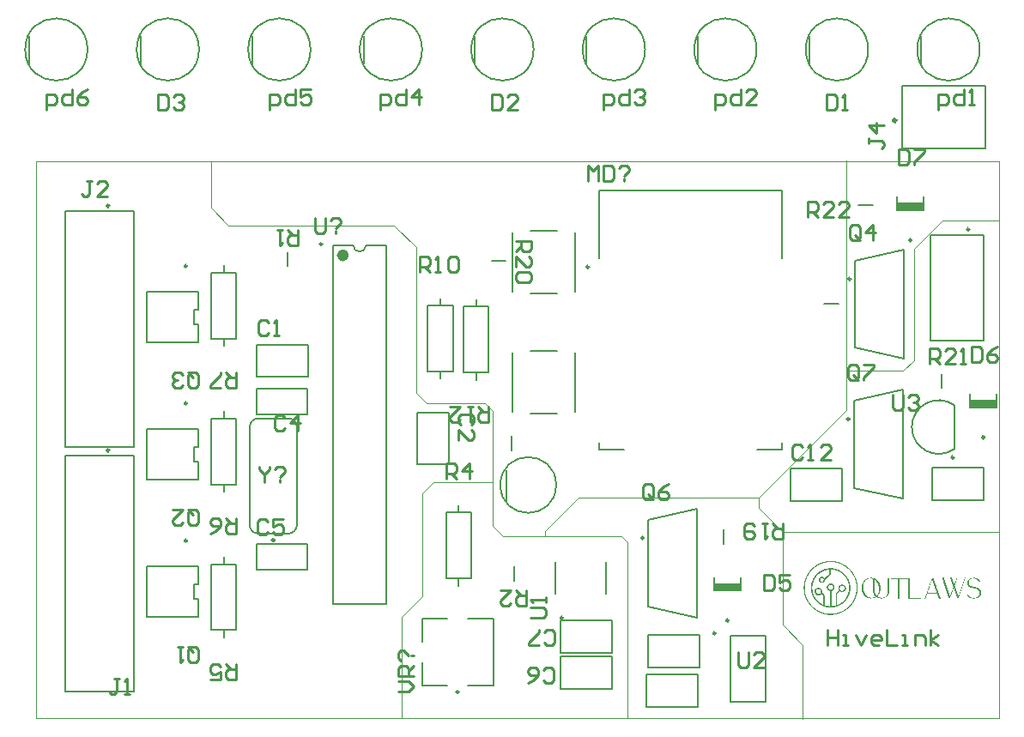
<source format=gto>
G04*
G04 #@! TF.GenerationSoftware,Altium Limited,Altium Designer,24.2.2 (26)*
G04*
G04 Layer_Color=65535*
%FSLAX44Y44*%
%MOMM*%
G71*
G04*
G04 #@! TF.SameCoordinates,FF9118C4-6FED-4B38-AEEA-9CBEA1064A6B*
G04*
G04*
G04 #@! TF.FilePolarity,Positive*
G04*
G01*
G75*
%ADD10C,0.2500*%
%ADD11C,0.3000*%
%ADD12C,0.1500*%
%ADD13C,0.2000*%
%ADD14C,0.6000*%
%ADD15C,0.1000*%
%ADD16C,0.2540*%
%ADD17R,2.6000X0.7778*%
G36*
X1084361Y398496D02*
X1085299D01*
Y398392D01*
X1085820D01*
Y398288D01*
X1086237D01*
Y398184D01*
X1086654D01*
Y398079D01*
X1086967D01*
Y397975D01*
X1087176D01*
Y397871D01*
X1087488D01*
Y397767D01*
X1087697D01*
Y397663D01*
X1087905D01*
Y397558D01*
X1088113D01*
Y397454D01*
X1088322D01*
Y397350D01*
X1088426D01*
Y397246D01*
X1088635D01*
Y397141D01*
X1088739D01*
Y397037D01*
X1088947D01*
Y396933D01*
X1089052D01*
Y396829D01*
X1089156D01*
Y396724D01*
X1089364D01*
Y396620D01*
X1089468D01*
Y396516D01*
X1089573D01*
Y396412D01*
X1089677D01*
Y396307D01*
X1089781D01*
Y396203D01*
X1089885D01*
Y396099D01*
X1089990D01*
Y395995D01*
X1090094D01*
Y395891D01*
X1090198D01*
Y395786D01*
X1090302D01*
Y395682D01*
X1090406D01*
Y395578D01*
X1090511D01*
Y395474D01*
X1090615D01*
Y395369D01*
X1090719D01*
Y395265D01*
X1090823D01*
Y395057D01*
X1090928D01*
Y394953D01*
X1091032D01*
Y394848D01*
X1091136D01*
Y394640D01*
X1091240D01*
Y394536D01*
X1091345D01*
Y394327D01*
X1091449D01*
Y394119D01*
X1091553D01*
Y394015D01*
X1091657D01*
Y393806D01*
X1091761D01*
Y393598D01*
X1091866D01*
Y393389D01*
X1091970D01*
Y393077D01*
X1092074D01*
Y392868D01*
X1092178D01*
Y392555D01*
X1092282D01*
Y392243D01*
X1092387D01*
Y391930D01*
X1092491D01*
Y391617D01*
X1092595D01*
Y391200D01*
X1092699D01*
Y390679D01*
X1092804D01*
Y389950D01*
X1092908D01*
Y386927D01*
X1092804D01*
Y386093D01*
X1092699D01*
Y385676D01*
X1092595D01*
Y385155D01*
X1092491D01*
Y384843D01*
X1092387D01*
Y384530D01*
X1092282D01*
Y384217D01*
X1092178D01*
Y383905D01*
X1092074D01*
Y383696D01*
X1091970D01*
Y383488D01*
X1091866D01*
Y383175D01*
X1091761D01*
Y382967D01*
X1091657D01*
Y382758D01*
X1091553D01*
Y382654D01*
X1091449D01*
Y382445D01*
X1091345D01*
Y382341D01*
X1091240D01*
Y382133D01*
X1091136D01*
Y381924D01*
X1091032D01*
Y381820D01*
X1090928D01*
Y381716D01*
X1090823D01*
Y381507D01*
X1090719D01*
Y381403D01*
X1090615D01*
Y381299D01*
X1090511D01*
Y381091D01*
X1090406D01*
Y380986D01*
X1090302D01*
Y380882D01*
X1090198D01*
Y380778D01*
X1090094D01*
Y380674D01*
X1089990D01*
Y380569D01*
X1089885D01*
Y380361D01*
X1090094D01*
Y380257D01*
X1090198D01*
Y380153D01*
X1090302D01*
Y380048D01*
X1090511D01*
Y379944D01*
X1090719D01*
Y379840D01*
X1090928D01*
Y379736D01*
X1091136D01*
Y379631D01*
X1091345D01*
Y379527D01*
X1091553D01*
Y379423D01*
X1091866D01*
Y379319D01*
X1092178D01*
Y379215D01*
X1092491D01*
Y379110D01*
X1092908D01*
Y379006D01*
X1093637D01*
Y378902D01*
X1095201D01*
Y379006D01*
X1095826D01*
Y379110D01*
X1096243D01*
Y379215D01*
X1096556D01*
Y379319D01*
X1096868D01*
Y379423D01*
X1097077D01*
Y379527D01*
X1097285D01*
Y379631D01*
X1097494D01*
Y379736D01*
X1097598D01*
Y379840D01*
X1097806D01*
Y379944D01*
X1097911D01*
Y380048D01*
X1098015D01*
Y380153D01*
X1098223D01*
Y380257D01*
X1098328D01*
Y380361D01*
X1098432D01*
Y380465D01*
X1098536D01*
Y380569D01*
X1098640D01*
Y380674D01*
X1098745D01*
Y380882D01*
X1098849D01*
Y380986D01*
X1098953D01*
Y381091D01*
X1099057D01*
Y381299D01*
X1099161D01*
Y381403D01*
X1099266D01*
Y381612D01*
X1099370D01*
Y381820D01*
X1099474D01*
Y382029D01*
X1099578D01*
Y382237D01*
X1099683D01*
Y382445D01*
X1099787D01*
Y382758D01*
X1099891D01*
Y383071D01*
X1099995D01*
Y383488D01*
X1100099D01*
Y384113D01*
X1100204D01*
Y384843D01*
X1100308D01*
Y398392D01*
X1101767D01*
Y385676D01*
X1101663D01*
Y384739D01*
X1101559D01*
Y384217D01*
X1101454D01*
Y383696D01*
X1101350D01*
Y383383D01*
X1101246D01*
Y383071D01*
X1101142D01*
Y382758D01*
X1101038D01*
Y382550D01*
X1100933D01*
Y382341D01*
X1100829D01*
Y382029D01*
X1100725D01*
Y381924D01*
X1100621D01*
Y381716D01*
X1100516D01*
Y381507D01*
X1100412D01*
Y381403D01*
X1100308D01*
Y381195D01*
X1100204D01*
Y381091D01*
X1100099D01*
Y380986D01*
X1099995D01*
Y380882D01*
X1099891D01*
Y380778D01*
X1099787D01*
Y380674D01*
X1099683D01*
Y380569D01*
X1099578D01*
Y380465D01*
X1099474D01*
Y380257D01*
X1099370D01*
Y380153D01*
X1099161D01*
Y380048D01*
X1099057D01*
Y379944D01*
X1098953D01*
Y379840D01*
X1098849D01*
Y379736D01*
X1098745D01*
Y379631D01*
X1098536D01*
Y379527D01*
X1098328D01*
Y379423D01*
X1098223D01*
Y379319D01*
X1098015D01*
Y379215D01*
X1097806D01*
Y379110D01*
X1097598D01*
Y379006D01*
X1097390D01*
Y378902D01*
X1097181D01*
Y378798D01*
X1096868D01*
Y378693D01*
X1096660D01*
Y378589D01*
X1096243D01*
Y378485D01*
X1095826D01*
Y378381D01*
X1095305D01*
Y378276D01*
X1094471D01*
Y378172D01*
X1092804D01*
Y378276D01*
X1091866D01*
Y378381D01*
X1091345D01*
Y378485D01*
X1090928D01*
Y378589D01*
X1090615D01*
Y378693D01*
X1090302D01*
Y378798D01*
X1090094D01*
Y378902D01*
X1089885D01*
Y379006D01*
X1089677D01*
Y379110D01*
X1089468D01*
Y379215D01*
X1089260D01*
Y379319D01*
X1089052D01*
Y379423D01*
X1088947D01*
Y379527D01*
X1088739D01*
Y379631D01*
X1088635D01*
Y379527D01*
X1088426D01*
Y379423D01*
X1088218D01*
Y379319D01*
X1088009D01*
Y379215D01*
X1087801D01*
Y379110D01*
X1087697D01*
Y379006D01*
X1087384D01*
Y378902D01*
X1087176D01*
Y378798D01*
X1086863D01*
Y378693D01*
X1086550D01*
Y378589D01*
X1086237D01*
Y378485D01*
X1085716D01*
Y378381D01*
X1085195D01*
Y378276D01*
X1084153D01*
Y378172D01*
X1083006D01*
Y378276D01*
X1082068D01*
Y378381D01*
X1081443D01*
Y378485D01*
X1081026D01*
Y378589D01*
X1080714D01*
Y378693D01*
X1080401D01*
Y378798D01*
X1080192D01*
Y378902D01*
X1079880D01*
Y379006D01*
X1079671D01*
Y379110D01*
X1079463D01*
Y379215D01*
X1079254D01*
Y379319D01*
X1079046D01*
Y379423D01*
X1078837D01*
Y379527D01*
X1078733D01*
Y379631D01*
X1078525D01*
Y379736D01*
X1078420D01*
Y379840D01*
X1078212D01*
Y379944D01*
X1078108D01*
Y380048D01*
X1078004D01*
Y380153D01*
X1077899D01*
Y380257D01*
X1077795D01*
Y380361D01*
X1077587D01*
Y380465D01*
X1077483D01*
Y380569D01*
X1077378D01*
Y380674D01*
X1077274D01*
Y380778D01*
X1077170D01*
Y380882D01*
X1077066D01*
Y380986D01*
X1076961D01*
Y381091D01*
X1076857D01*
Y381299D01*
X1076753D01*
Y381403D01*
X1076649D01*
Y381507D01*
X1076544D01*
Y381612D01*
X1076440D01*
Y381716D01*
X1076336D01*
Y381924D01*
X1076232D01*
Y382029D01*
X1076127D01*
Y382237D01*
X1076023D01*
Y382341D01*
X1075919D01*
Y382550D01*
X1075815D01*
Y382758D01*
X1075711D01*
Y382967D01*
X1075606D01*
Y383175D01*
X1075502D01*
Y383279D01*
X1075398D01*
Y383592D01*
X1075294D01*
Y383800D01*
X1075190D01*
Y384113D01*
X1075085D01*
Y384322D01*
X1074981D01*
Y384634D01*
X1074877D01*
Y384947D01*
X1074773D01*
Y385364D01*
X1074668D01*
Y385885D01*
X1074564D01*
Y386406D01*
X1074460D01*
Y387240D01*
X1074356D01*
Y389533D01*
X1074460D01*
Y390367D01*
X1074564D01*
Y390992D01*
X1074668D01*
Y391513D01*
X1074773D01*
Y391826D01*
X1074877D01*
Y392138D01*
X1074981D01*
Y392451D01*
X1075085D01*
Y392764D01*
X1075190D01*
Y392972D01*
X1075294D01*
Y393285D01*
X1075398D01*
Y393493D01*
X1075502D01*
Y393702D01*
X1075606D01*
Y393910D01*
X1075711D01*
Y394015D01*
X1075815D01*
Y394223D01*
X1075919D01*
Y394431D01*
X1076023D01*
Y394536D01*
X1076127D01*
Y394744D01*
X1076232D01*
Y394848D01*
X1076336D01*
Y395057D01*
X1076440D01*
Y395161D01*
X1076544D01*
Y395265D01*
X1076649D01*
Y395369D01*
X1076753D01*
Y395578D01*
X1076857D01*
Y395682D01*
X1076961D01*
Y395786D01*
X1077066D01*
Y395891D01*
X1077170D01*
Y395995D01*
X1077274D01*
Y396099D01*
X1077378D01*
Y396203D01*
X1077483D01*
Y396307D01*
X1077587D01*
Y396412D01*
X1077795D01*
Y396516D01*
X1077899D01*
Y396620D01*
X1078004D01*
Y396724D01*
X1078108D01*
Y396829D01*
X1078212D01*
Y396933D01*
X1078420D01*
Y397037D01*
X1078525D01*
Y397141D01*
X1078733D01*
Y397246D01*
X1078837D01*
Y397350D01*
X1079046D01*
Y397454D01*
X1079254D01*
Y397558D01*
X1079463D01*
Y397663D01*
X1079671D01*
Y397767D01*
X1079880D01*
Y397871D01*
X1080192D01*
Y397975D01*
X1080401D01*
Y398079D01*
X1080714D01*
Y398184D01*
X1081026D01*
Y398288D01*
X1081443D01*
Y398392D01*
X1082068D01*
Y398496D01*
X1083006D01*
Y398601D01*
X1084361D01*
Y398496D01*
D02*
G37*
G36*
X1045485Y415068D02*
X1046736D01*
Y414964D01*
X1047570D01*
Y414860D01*
X1048195D01*
Y414756D01*
X1048820D01*
Y414651D01*
X1049342D01*
Y414547D01*
X1049758D01*
Y414443D01*
X1050280D01*
Y414339D01*
X1050592D01*
Y414234D01*
X1051009D01*
Y414130D01*
X1051426D01*
Y414026D01*
X1051739D01*
Y413922D01*
X1052051D01*
Y413817D01*
X1052364D01*
Y413713D01*
X1052677D01*
Y413609D01*
X1052989D01*
Y413505D01*
X1053198D01*
Y413400D01*
X1053511D01*
Y413296D01*
X1053719D01*
Y413192D01*
X1054032D01*
Y413088D01*
X1054240D01*
Y412984D01*
X1054553D01*
Y412879D01*
X1054761D01*
Y412775D01*
X1054970D01*
Y412671D01*
X1055178D01*
Y412567D01*
X1055387D01*
Y412463D01*
X1055595D01*
Y412358D01*
X1055804D01*
Y412254D01*
X1056012D01*
Y412150D01*
X1056220D01*
Y412046D01*
X1056429D01*
Y411941D01*
X1056637D01*
Y411837D01*
X1056846D01*
Y411733D01*
X1056950D01*
Y411629D01*
X1057158D01*
Y411525D01*
X1057367D01*
Y411420D01*
X1057575D01*
Y411316D01*
X1057680D01*
Y411212D01*
X1057888D01*
Y411108D01*
X1057992D01*
Y411003D01*
X1058201D01*
Y410899D01*
X1058305D01*
Y410795D01*
X1058513D01*
Y410691D01*
X1058618D01*
Y410587D01*
X1058826D01*
Y410482D01*
X1058930D01*
Y410378D01*
X1059139D01*
Y410274D01*
X1059243D01*
Y410169D01*
X1059451D01*
Y410065D01*
X1059556D01*
Y409961D01*
X1059660D01*
Y409857D01*
X1059868D01*
Y409753D01*
X1059973D01*
Y409648D01*
X1060077D01*
Y409544D01*
X1060285D01*
Y409440D01*
X1060389D01*
Y409336D01*
X1060494D01*
Y409231D01*
X1060598D01*
Y409127D01*
X1060806D01*
Y409023D01*
X1060911D01*
Y408919D01*
X1061015D01*
Y408815D01*
X1061119D01*
Y408710D01*
X1061223D01*
Y408606D01*
X1061328D01*
Y408502D01*
X1061432D01*
Y408398D01*
X1061640D01*
Y408293D01*
X1061744D01*
Y408189D01*
X1061849D01*
Y408085D01*
X1061953D01*
Y407981D01*
X1062057D01*
Y407877D01*
X1062161D01*
Y407772D01*
X1062265D01*
Y407668D01*
X1062370D01*
Y407564D01*
X1062474D01*
Y407460D01*
X1062578D01*
Y407355D01*
X1062682D01*
Y407251D01*
X1062787D01*
Y407147D01*
X1062891D01*
Y407043D01*
X1062995D01*
Y406939D01*
X1063099D01*
Y406834D01*
X1063204D01*
Y406730D01*
X1063308D01*
Y406626D01*
X1063412D01*
Y406522D01*
X1063516D01*
Y406417D01*
X1063621D01*
Y406313D01*
X1063725D01*
Y406105D01*
X1063829D01*
Y406001D01*
X1063933D01*
Y405896D01*
X1064037D01*
Y405792D01*
X1064142D01*
Y405688D01*
X1064246D01*
Y405584D01*
X1064350D01*
Y405375D01*
X1064454D01*
Y405271D01*
X1064558D01*
Y405167D01*
X1064663D01*
Y405062D01*
X1064767D01*
Y404854D01*
X1064871D01*
Y404750D01*
X1064975D01*
Y404646D01*
X1065080D01*
Y404437D01*
X1065184D01*
Y404333D01*
X1065288D01*
Y404229D01*
X1065392D01*
Y404020D01*
X1065497D01*
Y403916D01*
X1065601D01*
Y403708D01*
X1065705D01*
Y403603D01*
X1065809D01*
Y403395D01*
X1065913D01*
Y403291D01*
X1066018D01*
Y403082D01*
X1066122D01*
Y402978D01*
X1066226D01*
Y402770D01*
X1066330D01*
Y402665D01*
X1066434D01*
Y402457D01*
X1066539D01*
Y402353D01*
X1066643D01*
Y402144D01*
X1066747D01*
Y401936D01*
X1066851D01*
Y401727D01*
X1066956D01*
Y401623D01*
X1067060D01*
Y401415D01*
X1067164D01*
Y401206D01*
X1067268D01*
Y400998D01*
X1067373D01*
Y400789D01*
X1067477D01*
Y400581D01*
X1067581D01*
Y400372D01*
X1067685D01*
Y400164D01*
X1067790D01*
Y399955D01*
X1067894D01*
Y399747D01*
X1067998D01*
Y399538D01*
X1068102D01*
Y399330D01*
X1068206D01*
Y399017D01*
X1068311D01*
Y398809D01*
X1068415D01*
Y398496D01*
X1068519D01*
Y398288D01*
X1068623D01*
Y397975D01*
X1068727D01*
Y397767D01*
X1068832D01*
Y397454D01*
X1068936D01*
Y397141D01*
X1069040D01*
Y396829D01*
X1069144D01*
Y396516D01*
X1069249D01*
Y396203D01*
X1069353D01*
Y395786D01*
X1069457D01*
Y395369D01*
X1069561D01*
Y395057D01*
X1069666D01*
Y394536D01*
X1069770D01*
Y394119D01*
X1069874D01*
Y393598D01*
X1069978D01*
Y392972D01*
X1070082D01*
Y392347D01*
X1070187D01*
Y391513D01*
X1070291D01*
Y390262D01*
X1070395D01*
Y386927D01*
X1070291D01*
Y385676D01*
X1070187D01*
Y384843D01*
X1070082D01*
Y384217D01*
X1069978D01*
Y383592D01*
X1069874D01*
Y383071D01*
X1069770D01*
Y382654D01*
X1069666D01*
Y382133D01*
X1069561D01*
Y381820D01*
X1069457D01*
Y381403D01*
X1069353D01*
Y380986D01*
X1069249D01*
Y380674D01*
X1069144D01*
Y380361D01*
X1069040D01*
Y380048D01*
X1068936D01*
Y379736D01*
X1068832D01*
Y379423D01*
X1068727D01*
Y379215D01*
X1068623D01*
Y378902D01*
X1068519D01*
Y378693D01*
X1068415D01*
Y378381D01*
X1068311D01*
Y378172D01*
X1068206D01*
Y377860D01*
X1068102D01*
Y377651D01*
X1067998D01*
Y377443D01*
X1067894D01*
Y377234D01*
X1067790D01*
Y377026D01*
X1067685D01*
Y376817D01*
X1067581D01*
Y376609D01*
X1067477D01*
Y376400D01*
X1067373D01*
Y376192D01*
X1067268D01*
Y375984D01*
X1067164D01*
Y375775D01*
X1067060D01*
Y375567D01*
X1066956D01*
Y375462D01*
X1066851D01*
Y375254D01*
X1066747D01*
Y375046D01*
X1066643D01*
Y374837D01*
X1066539D01*
Y374733D01*
X1066434D01*
Y374524D01*
X1066330D01*
Y374420D01*
X1066226D01*
Y374212D01*
X1066122D01*
Y374107D01*
X1066018D01*
Y373899D01*
X1065913D01*
Y373795D01*
X1065809D01*
Y373586D01*
X1065705D01*
Y373482D01*
X1065601D01*
Y373274D01*
X1065497D01*
Y373169D01*
X1065392D01*
Y372961D01*
X1065288D01*
Y372857D01*
X1065184D01*
Y372752D01*
X1065080D01*
Y372544D01*
X1064975D01*
Y372440D01*
X1064871D01*
Y372336D01*
X1064767D01*
Y372127D01*
X1064663D01*
Y372023D01*
X1064558D01*
Y371919D01*
X1064454D01*
Y371814D01*
X1064350D01*
Y371606D01*
X1064246D01*
Y371502D01*
X1064142D01*
Y371398D01*
X1064037D01*
Y371293D01*
X1063933D01*
Y371189D01*
X1063829D01*
Y371085D01*
X1063725D01*
Y370876D01*
X1063621D01*
Y370772D01*
X1063516D01*
Y370668D01*
X1063412D01*
Y370564D01*
X1063308D01*
Y370460D01*
X1063204D01*
Y370355D01*
X1063099D01*
Y370251D01*
X1062995D01*
Y370147D01*
X1062891D01*
Y370043D01*
X1062787D01*
Y369938D01*
X1062682D01*
Y369834D01*
X1062578D01*
Y369730D01*
X1062474D01*
Y369626D01*
X1062370D01*
Y369521D01*
X1062265D01*
Y369417D01*
X1062161D01*
Y369313D01*
X1062057D01*
Y369209D01*
X1061953D01*
Y369105D01*
X1061849D01*
Y369000D01*
X1061744D01*
Y368896D01*
X1061640D01*
Y368792D01*
X1061432D01*
Y368688D01*
X1061328D01*
Y368583D01*
X1061223D01*
Y368479D01*
X1061119D01*
Y368375D01*
X1061015D01*
Y368271D01*
X1060911D01*
Y368167D01*
X1060806D01*
Y368062D01*
X1060598D01*
Y367958D01*
X1060494D01*
Y367854D01*
X1060389D01*
Y367750D01*
X1060285D01*
Y367645D01*
X1060077D01*
Y367541D01*
X1059973D01*
Y367437D01*
X1059868D01*
Y367333D01*
X1059660D01*
Y367229D01*
X1059556D01*
Y367124D01*
X1059451D01*
Y367020D01*
X1059243D01*
Y366916D01*
X1059139D01*
Y366812D01*
X1058930D01*
Y366707D01*
X1058826D01*
Y366603D01*
X1058618D01*
Y366499D01*
X1058513D01*
Y366395D01*
X1058305D01*
Y366291D01*
X1058201D01*
Y366186D01*
X1057992D01*
Y366082D01*
X1057888D01*
Y365978D01*
X1057680D01*
Y365874D01*
X1057575D01*
Y365769D01*
X1057367D01*
Y365665D01*
X1057158D01*
Y365561D01*
X1056950D01*
Y365457D01*
X1056846D01*
Y365353D01*
X1056637D01*
Y365248D01*
X1056429D01*
Y365144D01*
X1056220D01*
Y365040D01*
X1056012D01*
Y364936D01*
X1055804D01*
Y364831D01*
X1055595D01*
Y364727D01*
X1055387D01*
Y364623D01*
X1055178D01*
Y364519D01*
X1054970D01*
Y364414D01*
X1054761D01*
Y364310D01*
X1054553D01*
Y364206D01*
X1054240D01*
Y364102D01*
X1054032D01*
Y363997D01*
X1053719D01*
Y363893D01*
X1053511D01*
Y363789D01*
X1053198D01*
Y363685D01*
X1052989D01*
Y363581D01*
X1052677D01*
Y363476D01*
X1052364D01*
Y363372D01*
X1052051D01*
Y363268D01*
X1051739D01*
Y363164D01*
X1051426D01*
Y363060D01*
X1051009D01*
Y362955D01*
X1050592D01*
Y362851D01*
X1050280D01*
Y362747D01*
X1049758D01*
Y362643D01*
X1049342D01*
Y362538D01*
X1048820D01*
Y362434D01*
X1048195D01*
Y362330D01*
X1047570D01*
Y362226D01*
X1046736D01*
Y362122D01*
X1045381D01*
Y362017D01*
X1042254D01*
Y362122D01*
X1040899D01*
Y362226D01*
X1040065D01*
Y362330D01*
X1039440D01*
Y362434D01*
X1038815D01*
Y362538D01*
X1038294D01*
Y362643D01*
X1037877D01*
Y362747D01*
X1037356D01*
Y362851D01*
X1037043D01*
Y362955D01*
X1036626D01*
Y363060D01*
X1036209D01*
Y363164D01*
X1035896D01*
Y363268D01*
X1035584D01*
Y363372D01*
X1035271D01*
Y363476D01*
X1034958D01*
Y363581D01*
X1034646D01*
Y363685D01*
X1034437D01*
Y363789D01*
X1034125D01*
Y363893D01*
X1033916D01*
Y363997D01*
X1033603D01*
Y364102D01*
X1033395D01*
Y364206D01*
X1033082D01*
Y364310D01*
X1032874D01*
Y364414D01*
X1032665D01*
Y364519D01*
X1032457D01*
Y364623D01*
X1032249D01*
Y364727D01*
X1032040D01*
Y364831D01*
X1031832D01*
Y364936D01*
X1031623D01*
Y365040D01*
X1031415D01*
Y365144D01*
X1031206D01*
Y365248D01*
X1030998D01*
Y365353D01*
X1030789D01*
Y365457D01*
X1030685D01*
Y365561D01*
X1030477D01*
Y365665D01*
X1030268D01*
Y365769D01*
X1030060D01*
Y365874D01*
X1029956D01*
Y365978D01*
X1029747D01*
Y366082D01*
X1029643D01*
Y366186D01*
X1029434D01*
Y366291D01*
X1029330D01*
Y366395D01*
X1029122D01*
Y366499D01*
X1029017D01*
Y366603D01*
X1028809D01*
Y366707D01*
X1028705D01*
Y366812D01*
X1028496D01*
Y366916D01*
X1028392D01*
Y367020D01*
X1028184D01*
Y367124D01*
X1028080D01*
Y367229D01*
X1027975D01*
Y367333D01*
X1027767D01*
Y367437D01*
X1027663D01*
Y367541D01*
X1027558D01*
Y367645D01*
X1027350D01*
Y367750D01*
X1027246D01*
Y367854D01*
X1027141D01*
Y367958D01*
X1027037D01*
Y368062D01*
X1026829D01*
Y368167D01*
X1026724D01*
Y368271D01*
X1026620D01*
Y368375D01*
X1026516D01*
Y368479D01*
X1026412D01*
Y368583D01*
X1026308D01*
Y368688D01*
X1026203D01*
Y368792D01*
X1025995D01*
Y368896D01*
X1025891D01*
Y369000D01*
X1025787D01*
Y369105D01*
X1025682D01*
Y369209D01*
X1025578D01*
Y369313D01*
X1025474D01*
Y369417D01*
X1025370D01*
Y369521D01*
X1025265D01*
Y369626D01*
X1025161D01*
Y369730D01*
X1025057D01*
Y369834D01*
X1024953D01*
Y369938D01*
X1024848D01*
Y370043D01*
X1024744D01*
Y370147D01*
X1024640D01*
Y370251D01*
X1024536D01*
Y370355D01*
X1024432D01*
Y370460D01*
X1024327D01*
Y370564D01*
X1024223D01*
Y370668D01*
X1024119D01*
Y370772D01*
X1024015D01*
Y370876D01*
X1023910D01*
Y371085D01*
X1023806D01*
Y371189D01*
X1023702D01*
Y371293D01*
X1023598D01*
Y371398D01*
X1023493D01*
Y371502D01*
X1023389D01*
Y371606D01*
X1023285D01*
Y371814D01*
X1023181D01*
Y371919D01*
X1023077D01*
Y372023D01*
X1022972D01*
Y372127D01*
X1022868D01*
Y372336D01*
X1022764D01*
Y372440D01*
X1022660D01*
Y372544D01*
X1022555D01*
Y372752D01*
X1022451D01*
Y372857D01*
X1022347D01*
Y372961D01*
X1022243D01*
Y373169D01*
X1022139D01*
Y373274D01*
X1022034D01*
Y373482D01*
X1021930D01*
Y373586D01*
X1021826D01*
Y373795D01*
X1021722D01*
Y373899D01*
X1021618D01*
Y374107D01*
X1021513D01*
Y374212D01*
X1021409D01*
Y374420D01*
X1021305D01*
Y374524D01*
X1021201D01*
Y374733D01*
X1021096D01*
Y374837D01*
X1020992D01*
Y375046D01*
X1020888D01*
Y375254D01*
X1020784D01*
Y375462D01*
X1020679D01*
Y375567D01*
X1020575D01*
Y375775D01*
X1020471D01*
Y375984D01*
X1020367D01*
Y376192D01*
X1020263D01*
Y376400D01*
X1020158D01*
Y376609D01*
X1020054D01*
Y376817D01*
X1019950D01*
Y377026D01*
X1019846D01*
Y377234D01*
X1019741D01*
Y377443D01*
X1019637D01*
Y377651D01*
X1019533D01*
Y377860D01*
X1019429D01*
Y378172D01*
X1019324D01*
Y378381D01*
X1019220D01*
Y378693D01*
X1019116D01*
Y378902D01*
X1019012D01*
Y379215D01*
X1018908D01*
Y379423D01*
X1018803D01*
Y379736D01*
X1018699D01*
Y380048D01*
X1018595D01*
Y380361D01*
X1018491D01*
Y380674D01*
X1018387D01*
Y380986D01*
X1018282D01*
Y381403D01*
X1018178D01*
Y381820D01*
X1018074D01*
Y382133D01*
X1017970D01*
Y382654D01*
X1017865D01*
Y383071D01*
X1017761D01*
Y383592D01*
X1017657D01*
Y384217D01*
X1017553D01*
Y384843D01*
X1017448D01*
Y384947D01*
Y385676D01*
X1017344D01*
Y386927D01*
X1017240D01*
Y390262D01*
X1017344D01*
Y391513D01*
X1017448D01*
Y392347D01*
X1017553D01*
Y392972D01*
X1017657D01*
Y393598D01*
X1017761D01*
Y394119D01*
X1017865D01*
Y394536D01*
X1017970D01*
Y395057D01*
X1018074D01*
Y395369D01*
X1018178D01*
Y395786D01*
X1018282D01*
Y396203D01*
X1018387D01*
Y396516D01*
X1018491D01*
Y396829D01*
X1018595D01*
Y397141D01*
X1018699D01*
Y397454D01*
X1018803D01*
Y397767D01*
X1018908D01*
Y397975D01*
X1019012D01*
Y398288D01*
X1019116D01*
Y398496D01*
X1019220D01*
Y398809D01*
X1019324D01*
Y399017D01*
X1019429D01*
Y399330D01*
X1019533D01*
Y399538D01*
X1019637D01*
Y399747D01*
X1019741D01*
Y399955D01*
X1019846D01*
Y400164D01*
X1019950D01*
Y400372D01*
X1020054D01*
Y400581D01*
X1020158D01*
Y400789D01*
X1020263D01*
Y400998D01*
X1020367D01*
Y401206D01*
X1020471D01*
Y401415D01*
X1020575D01*
Y401623D01*
X1020679D01*
Y401727D01*
X1020784D01*
Y401936D01*
X1020888D01*
Y402144D01*
X1020992D01*
Y402353D01*
X1021096D01*
Y402457D01*
X1021201D01*
Y402665D01*
X1021305D01*
Y402770D01*
X1021409D01*
Y402978D01*
X1021513D01*
Y403082D01*
X1021618D01*
Y403291D01*
X1021722D01*
Y403395D01*
X1021826D01*
Y403603D01*
X1021930D01*
Y403708D01*
X1022034D01*
Y403916D01*
X1022139D01*
Y404020D01*
X1022243D01*
Y404229D01*
X1022347D01*
Y404333D01*
X1022451D01*
Y404437D01*
X1022555D01*
Y404646D01*
X1022660D01*
Y404750D01*
X1022764D01*
Y404854D01*
X1022868D01*
Y405062D01*
X1022972D01*
Y405167D01*
X1023077D01*
Y405271D01*
X1023181D01*
Y405375D01*
X1023285D01*
Y405584D01*
X1023389D01*
Y405688D01*
X1023493D01*
Y405792D01*
X1023598D01*
Y405896D01*
X1023702D01*
Y406001D01*
X1023806D01*
Y406105D01*
X1023910D01*
Y406313D01*
X1024015D01*
Y406417D01*
X1024119D01*
Y406522D01*
X1024223D01*
Y406626D01*
X1024327D01*
Y406730D01*
X1024432D01*
Y406834D01*
X1024536D01*
Y406939D01*
X1024640D01*
Y407043D01*
X1024744D01*
Y407147D01*
X1024848D01*
Y407251D01*
X1024953D01*
Y407355D01*
X1025057D01*
Y407460D01*
X1025161D01*
Y407564D01*
X1025265D01*
Y407668D01*
X1025370D01*
Y407772D01*
X1025474D01*
Y407877D01*
X1025578D01*
Y407981D01*
X1025682D01*
Y408085D01*
X1025787D01*
Y408189D01*
X1025891D01*
Y408293D01*
X1025995D01*
Y408398D01*
X1026203D01*
Y408502D01*
X1026308D01*
Y408606D01*
X1026412D01*
Y408710D01*
X1026516D01*
Y408815D01*
X1026620D01*
Y408919D01*
X1026724D01*
Y409023D01*
X1026829D01*
Y409127D01*
X1027037D01*
Y409231D01*
X1027141D01*
Y409336D01*
X1027246D01*
Y409440D01*
X1027350D01*
Y409544D01*
X1027558D01*
Y409648D01*
X1027663D01*
Y409753D01*
X1027767D01*
Y409857D01*
X1027975D01*
Y409961D01*
X1028080D01*
Y410065D01*
X1028184D01*
Y410169D01*
X1028392D01*
Y410274D01*
X1028496D01*
Y410378D01*
X1028705D01*
Y410482D01*
X1028809D01*
Y410587D01*
X1029017D01*
Y410691D01*
X1029122D01*
Y410795D01*
X1029330D01*
Y410899D01*
X1029434D01*
Y411003D01*
X1029643D01*
Y411108D01*
X1029747D01*
Y411212D01*
X1029956D01*
Y411316D01*
X1030060D01*
Y411420D01*
X1030268D01*
Y411525D01*
X1030477D01*
Y411629D01*
X1030685D01*
Y411733D01*
X1030789D01*
Y411837D01*
X1030998D01*
Y411941D01*
X1031206D01*
Y412046D01*
X1031415D01*
Y412150D01*
X1031623D01*
Y412254D01*
X1031832D01*
Y412358D01*
X1032040D01*
Y412463D01*
X1032249D01*
Y412567D01*
X1032457D01*
Y412671D01*
X1032665D01*
Y412775D01*
X1032874D01*
Y412879D01*
X1033082D01*
Y412984D01*
X1033395D01*
Y413088D01*
X1033603D01*
Y413192D01*
X1033916D01*
Y413296D01*
X1034125D01*
Y413400D01*
X1034437D01*
Y413505D01*
X1034646D01*
Y413609D01*
X1034958D01*
Y413713D01*
X1035271D01*
Y413817D01*
X1035584D01*
Y413922D01*
X1035896D01*
Y414026D01*
X1036209D01*
Y414130D01*
X1036626D01*
Y414234D01*
X1037043D01*
Y414339D01*
X1037356D01*
Y414443D01*
X1037877D01*
Y414547D01*
X1038294D01*
Y414651D01*
X1038815D01*
Y414756D01*
X1039440D01*
Y414860D01*
X1040065D01*
Y414964D01*
X1040899D01*
Y415068D01*
X1042150D01*
Y415172D01*
X1045485D01*
Y415068D01*
D02*
G37*
G36*
X1131471Y378589D02*
X1133243D01*
Y378068D01*
X1120007D01*
Y397350D01*
X1111668D01*
Y378068D01*
X1110001D01*
Y397350D01*
X1103226D01*
Y397975D01*
X1121674D01*
Y378589D01*
X1131367D01*
X1131471D01*
D02*
G37*
G36*
X1145229Y397663D02*
X1145333D01*
Y397350D01*
X1145438D01*
Y397141D01*
X1145542D01*
Y396829D01*
X1145646D01*
Y396516D01*
X1145750D01*
Y396203D01*
X1145855D01*
Y395891D01*
X1145959D01*
Y395682D01*
X1146063D01*
Y395369D01*
X1146167D01*
Y395057D01*
X1146271D01*
Y394744D01*
X1146376D01*
Y394431D01*
X1146480D01*
Y394223D01*
X1146584D01*
Y393910D01*
X1146688D01*
Y393598D01*
X1146793D01*
Y393285D01*
X1146897D01*
Y392972D01*
X1147001D01*
Y392764D01*
X1147105D01*
Y392451D01*
X1147209D01*
Y392138D01*
X1147314D01*
Y391826D01*
X1147418D01*
Y391617D01*
X1147522D01*
Y391305D01*
X1147626D01*
Y390992D01*
X1147731D01*
Y390679D01*
X1147835D01*
Y390367D01*
X1147939D01*
Y390158D01*
X1148043D01*
Y389846D01*
X1148148D01*
Y389533D01*
X1148252D01*
Y389220D01*
X1148356D01*
Y388908D01*
X1148460D01*
Y388699D01*
X1148564D01*
Y388386D01*
X1148669D01*
Y388074D01*
X1148773D01*
Y387761D01*
X1148877D01*
Y387553D01*
X1148981D01*
Y387240D01*
X1149086D01*
Y386927D01*
X1149190D01*
Y386614D01*
X1149294D01*
Y386302D01*
X1149398D01*
Y386093D01*
X1149502D01*
Y385781D01*
X1149607D01*
Y385468D01*
X1149711D01*
Y385155D01*
X1149815D01*
Y384843D01*
X1149919D01*
Y384634D01*
X1150024D01*
Y384322D01*
X1150128D01*
Y384009D01*
X1150232D01*
Y383696D01*
X1150336D01*
Y383383D01*
X1150441D01*
Y383175D01*
X1150545D01*
Y382862D01*
X1150649D01*
Y382550D01*
X1150753D01*
Y382237D01*
X1150857D01*
Y382029D01*
X1150962D01*
Y381716D01*
X1151066D01*
Y381403D01*
X1151170D01*
Y381091D01*
X1151274D01*
Y380778D01*
X1151378D01*
Y380569D01*
X1151483D01*
Y380257D01*
X1151587D01*
Y379944D01*
X1151691D01*
Y379631D01*
X1151795D01*
Y379319D01*
X1151900D01*
Y379110D01*
X1152004D01*
Y378798D01*
X1152108D01*
Y378485D01*
X1152212D01*
Y378172D01*
X1152317D01*
Y378068D01*
X1150545D01*
Y378172D01*
X1150441D01*
Y378485D01*
X1150336D01*
Y378798D01*
X1150232D01*
Y379110D01*
X1150128D01*
Y379423D01*
X1150024D01*
Y379631D01*
X1149919D01*
Y379944D01*
X1149815D01*
Y380257D01*
X1149711D01*
Y380569D01*
X1149607D01*
Y380778D01*
X1149502D01*
Y381091D01*
X1149398D01*
Y381403D01*
X1149294D01*
Y381716D01*
X1149190D01*
Y382029D01*
X1149086D01*
Y382237D01*
X1148981D01*
Y382550D01*
X1148877D01*
Y382862D01*
X1148773D01*
Y383175D01*
X1139080D01*
Y383071D01*
X1138976D01*
Y382758D01*
X1138871D01*
Y382445D01*
X1138767D01*
Y382133D01*
X1138663D01*
Y381820D01*
X1138559D01*
Y381612D01*
X1138455D01*
Y381299D01*
X1138350D01*
Y380986D01*
X1138246D01*
Y380674D01*
X1138142D01*
Y380361D01*
X1138038D01*
Y380048D01*
X1137933D01*
Y379840D01*
X1137829D01*
Y379527D01*
X1137725D01*
Y379215D01*
X1137621D01*
Y378902D01*
X1137516D01*
Y378589D01*
X1137412D01*
Y378276D01*
X1137308D01*
Y378068D01*
X1136579D01*
Y378172D01*
X1136683D01*
Y378485D01*
X1136787D01*
Y378798D01*
X1136891D01*
Y379110D01*
X1136995D01*
Y379423D01*
X1137100D01*
Y379631D01*
X1137204D01*
Y379944D01*
X1137308D01*
Y380257D01*
X1137412D01*
Y380569D01*
X1137516D01*
Y380882D01*
X1137621D01*
Y381091D01*
X1137725D01*
Y381403D01*
X1137829D01*
Y381716D01*
X1137933D01*
Y382029D01*
X1138038D01*
Y382341D01*
X1138142D01*
Y382550D01*
X1138246D01*
Y382862D01*
X1138350D01*
Y383175D01*
X1138455D01*
Y383488D01*
X1138559D01*
Y383800D01*
X1138663D01*
Y384009D01*
X1138767D01*
Y384322D01*
X1138871D01*
Y384634D01*
X1138976D01*
Y384947D01*
X1139080D01*
Y385260D01*
X1139184D01*
Y385572D01*
X1139288D01*
Y385781D01*
X1139393D01*
Y386093D01*
X1139497D01*
Y386406D01*
X1139601D01*
Y386719D01*
X1139705D01*
Y387031D01*
X1139809D01*
Y387240D01*
X1139914D01*
Y387553D01*
X1140018D01*
Y387865D01*
X1140122D01*
Y388178D01*
X1140226D01*
Y388491D01*
X1140331D01*
Y388699D01*
X1140435D01*
Y389012D01*
X1140539D01*
Y389324D01*
X1140643D01*
Y389637D01*
X1140748D01*
Y389950D01*
X1140852D01*
Y390158D01*
X1140956D01*
Y390471D01*
X1141060D01*
Y390784D01*
X1141164D01*
Y391096D01*
X1141269D01*
Y391409D01*
X1141373D01*
Y391722D01*
X1141477D01*
Y391930D01*
X1141581D01*
Y392243D01*
X1141685D01*
Y392555D01*
X1141790D01*
Y392868D01*
X1141894D01*
Y393181D01*
X1141998D01*
Y393389D01*
X1142102D01*
Y393702D01*
X1142207D01*
Y394015D01*
X1142311D01*
Y394327D01*
X1142415D01*
Y394640D01*
X1142519D01*
Y394848D01*
X1142624D01*
Y395161D01*
X1142728D01*
Y395474D01*
X1142832D01*
Y395786D01*
X1142936D01*
Y396099D01*
X1143040D01*
Y396307D01*
X1143145D01*
Y396620D01*
X1143249D01*
Y396933D01*
X1143353D01*
Y397246D01*
X1143457D01*
Y397558D01*
X1143562D01*
Y397871D01*
X1143666D01*
Y397975D01*
X1145229D01*
Y397663D01*
D02*
G37*
G36*
X1162635Y381195D02*
X1162531D01*
Y380882D01*
X1162427D01*
Y380569D01*
X1162322D01*
Y380257D01*
X1162218D01*
Y379944D01*
X1162114D01*
Y379631D01*
X1162010D01*
Y379423D01*
X1161905D01*
Y379110D01*
X1161801D01*
Y378798D01*
X1161697D01*
Y378693D01*
X1160238D01*
Y378902D01*
X1160134D01*
Y379215D01*
X1160029D01*
Y379527D01*
X1159925D01*
Y379840D01*
X1159821D01*
Y380153D01*
X1159717D01*
Y380465D01*
X1159612D01*
Y380778D01*
X1159508D01*
Y381091D01*
X1159404D01*
Y381403D01*
X1159300D01*
Y381716D01*
X1159195D01*
Y382029D01*
X1159091D01*
Y382341D01*
X1158987D01*
Y382654D01*
X1158883D01*
Y382967D01*
X1158779D01*
Y383279D01*
X1158674D01*
Y383592D01*
X1158570D01*
Y383905D01*
X1158466D01*
Y384217D01*
X1158362D01*
Y384530D01*
X1158257D01*
Y384843D01*
X1158153D01*
Y385155D01*
X1158049D01*
Y385468D01*
X1157945D01*
Y385781D01*
X1157840D01*
Y386093D01*
X1157736D01*
Y386406D01*
X1157632D01*
Y386823D01*
X1157528D01*
Y387136D01*
X1157424D01*
Y387448D01*
X1157319D01*
Y387761D01*
X1157215D01*
Y388074D01*
X1157111D01*
Y388386D01*
X1157007D01*
Y388699D01*
X1156902D01*
Y389012D01*
X1156798D01*
Y389324D01*
X1156694D01*
Y389637D01*
X1156590D01*
Y389950D01*
X1156486D01*
Y390262D01*
X1156381D01*
Y390575D01*
X1156277D01*
Y390888D01*
X1156173D01*
Y391200D01*
X1156069D01*
Y391513D01*
X1155964D01*
Y391826D01*
X1155860D01*
Y392138D01*
X1155756D01*
Y392451D01*
X1155652D01*
Y392764D01*
X1155547D01*
Y393077D01*
X1155443D01*
Y393389D01*
X1155339D01*
Y393702D01*
X1155235D01*
Y394015D01*
X1155131D01*
Y394327D01*
X1155026D01*
Y394640D01*
X1154922D01*
Y394953D01*
X1154818D01*
Y395265D01*
X1154714D01*
Y395578D01*
X1154610D01*
Y395891D01*
X1154505D01*
Y396203D01*
X1154401D01*
Y396620D01*
X1154297D01*
Y396933D01*
X1154193D01*
Y397246D01*
X1154088D01*
Y397558D01*
X1153984D01*
Y397871D01*
X1153880D01*
Y398184D01*
X1153776D01*
Y398496D01*
X1153671D01*
Y398601D01*
X1155443D01*
Y398392D01*
X1155547D01*
Y398079D01*
X1155652D01*
Y397767D01*
X1155756D01*
Y397454D01*
X1155860D01*
Y397141D01*
X1155964D01*
Y396829D01*
X1156069D01*
Y396516D01*
X1156173D01*
Y396203D01*
X1156277D01*
Y395891D01*
X1156381D01*
Y395578D01*
X1156486D01*
Y395265D01*
X1156590D01*
Y394953D01*
X1156694D01*
Y394640D01*
X1156798D01*
Y394327D01*
X1156902D01*
Y394015D01*
X1157007D01*
Y393702D01*
X1157111D01*
Y393389D01*
X1157215D01*
Y393077D01*
X1157319D01*
Y392764D01*
X1157424D01*
Y392451D01*
X1157528D01*
Y392138D01*
X1157632D01*
Y391826D01*
X1157736D01*
Y391513D01*
X1157840D01*
Y391200D01*
X1157945D01*
Y390888D01*
X1158049D01*
Y390575D01*
X1158153D01*
Y390262D01*
X1158257D01*
Y389950D01*
X1158362D01*
Y389637D01*
X1158466D01*
Y389324D01*
X1158570D01*
Y389012D01*
X1158674D01*
Y388699D01*
X1158779D01*
Y388386D01*
X1158883D01*
Y388074D01*
X1158987D01*
Y387761D01*
X1159091D01*
Y387344D01*
X1159195D01*
Y387031D01*
X1159300D01*
Y386719D01*
X1159404D01*
Y386406D01*
X1159508D01*
Y386093D01*
X1159612D01*
Y385781D01*
X1159717D01*
Y385468D01*
X1159821D01*
Y385155D01*
X1159925D01*
Y384843D01*
X1160029D01*
Y384530D01*
X1160134D01*
Y384217D01*
X1160238D01*
Y383905D01*
X1160342D01*
Y383592D01*
X1160446D01*
Y383279D01*
X1160550D01*
Y382967D01*
X1160655D01*
Y382654D01*
X1160759D01*
Y382341D01*
X1160863D01*
Y382029D01*
X1160967D01*
Y381716D01*
X1161071D01*
Y381403D01*
X1161176D01*
Y381091D01*
X1161280D01*
Y380778D01*
X1161384D01*
Y380465D01*
X1161488D01*
Y380257D01*
X1161593D01*
Y380569D01*
X1161697D01*
Y380882D01*
X1161801D01*
Y381195D01*
X1161905D01*
Y381507D01*
X1162010D01*
Y381716D01*
X1162114D01*
Y382029D01*
X1162218D01*
Y382341D01*
X1162322D01*
Y382654D01*
X1162427D01*
Y382862D01*
X1162531D01*
Y383175D01*
X1162635D01*
Y383488D01*
X1162739D01*
Y383800D01*
X1162843D01*
Y384009D01*
X1162948D01*
Y384322D01*
X1163052D01*
Y384634D01*
X1163156D01*
Y384947D01*
X1163260D01*
Y385155D01*
X1163364D01*
Y385468D01*
X1163469D01*
Y385781D01*
X1163573D01*
Y386093D01*
X1163677D01*
Y386406D01*
X1163781D01*
Y386614D01*
X1163886D01*
Y386927D01*
X1163990D01*
Y387240D01*
X1164094D01*
Y387553D01*
X1164198D01*
Y387761D01*
X1164303D01*
Y388074D01*
X1164407D01*
Y388386D01*
X1164511D01*
Y388699D01*
X1164615D01*
Y388908D01*
X1164719D01*
Y389220D01*
X1164824D01*
Y389741D01*
X1164719D01*
Y390054D01*
X1164615D01*
Y390262D01*
X1164511D01*
Y390575D01*
X1164407D01*
Y390888D01*
X1164303D01*
Y391200D01*
X1164198D01*
Y391513D01*
X1164094D01*
Y391722D01*
X1163990D01*
Y392034D01*
X1163886D01*
Y392347D01*
X1163781D01*
Y392660D01*
X1163677D01*
Y392972D01*
X1163573D01*
Y393181D01*
X1163469D01*
Y393493D01*
X1163364D01*
Y393806D01*
X1163260D01*
Y394119D01*
X1163156D01*
Y394431D01*
X1163052D01*
Y394640D01*
X1162948D01*
Y394953D01*
X1162843D01*
Y395265D01*
X1162739D01*
Y395578D01*
X1162635D01*
Y395891D01*
X1162531D01*
Y396099D01*
X1162427D01*
Y396412D01*
X1162322D01*
Y396724D01*
X1162218D01*
Y397037D01*
X1162114D01*
Y397350D01*
X1162010D01*
Y397558D01*
X1161905D01*
Y397871D01*
X1161801D01*
Y398184D01*
X1161697D01*
Y398496D01*
X1161593D01*
Y398601D01*
X1163364D01*
Y398392D01*
X1163469D01*
Y398184D01*
X1163573D01*
Y397871D01*
X1163677D01*
Y397558D01*
X1163781D01*
Y397246D01*
X1163886D01*
Y397037D01*
X1163990D01*
Y396724D01*
X1164094D01*
Y396412D01*
X1164198D01*
Y396099D01*
X1164303D01*
Y395891D01*
X1164407D01*
Y395578D01*
X1164511D01*
Y395265D01*
X1164615D01*
Y394953D01*
X1164719D01*
Y394640D01*
X1164824D01*
Y394431D01*
X1164928D01*
Y394119D01*
X1165032D01*
Y393806D01*
X1165136D01*
Y393493D01*
X1165240D01*
Y393285D01*
X1165345D01*
Y392972D01*
X1165449D01*
Y392660D01*
X1165553D01*
Y392347D01*
X1165657D01*
Y392138D01*
X1165866D01*
Y392347D01*
X1165970D01*
Y392660D01*
X1166074D01*
Y392972D01*
X1166179D01*
Y393285D01*
X1166283D01*
Y393598D01*
X1166387D01*
Y393806D01*
X1166491D01*
Y394119D01*
X1166596D01*
Y394431D01*
X1166700D01*
Y394744D01*
X1166804D01*
Y395057D01*
X1166908D01*
Y395265D01*
X1167012D01*
Y395578D01*
X1167117D01*
Y395891D01*
X1167221D01*
Y396203D01*
X1167325D01*
Y396516D01*
X1167429D01*
Y396724D01*
X1167533D01*
Y397037D01*
X1167638D01*
Y397350D01*
X1167742D01*
Y397663D01*
X1167846D01*
Y397975D01*
X1167950D01*
Y398184D01*
X1168055D01*
Y398496D01*
X1168159D01*
Y398601D01*
X1168784D01*
Y398496D01*
X1168680D01*
Y398184D01*
X1168576D01*
Y397871D01*
X1168472D01*
Y397558D01*
X1168367D01*
Y397350D01*
X1168263D01*
Y397037D01*
X1168159D01*
Y396724D01*
X1168055D01*
Y396412D01*
X1167950D01*
Y396099D01*
X1167846D01*
Y395786D01*
X1167742D01*
Y395578D01*
X1167638D01*
Y395265D01*
X1167533D01*
Y394953D01*
X1167429D01*
Y394640D01*
X1167325D01*
Y394327D01*
X1167221D01*
Y394119D01*
X1167117D01*
Y393806D01*
X1167012D01*
Y393493D01*
X1166908D01*
Y393181D01*
X1166804D01*
Y392868D01*
X1166700D01*
Y392660D01*
X1166596D01*
Y392347D01*
X1166491D01*
Y392034D01*
X1166387D01*
Y391722D01*
X1166283D01*
Y391409D01*
X1166179D01*
Y391096D01*
X1166074D01*
Y390992D01*
X1166179D01*
Y390679D01*
X1166283D01*
Y390367D01*
X1166387D01*
Y390054D01*
X1166491D01*
Y389846D01*
X1166596D01*
Y389533D01*
X1166700D01*
Y389220D01*
X1166804D01*
Y388908D01*
X1166908D01*
Y388595D01*
X1167012D01*
Y388386D01*
X1167117D01*
Y388074D01*
X1167221D01*
Y387761D01*
X1167325D01*
Y387448D01*
X1167429D01*
Y387240D01*
X1167533D01*
Y386927D01*
X1167638D01*
Y386614D01*
X1167742D01*
Y386302D01*
X1167846D01*
Y386093D01*
X1167950D01*
Y385781D01*
X1168055D01*
Y385468D01*
X1168159D01*
Y385155D01*
X1168263D01*
Y384947D01*
X1168367D01*
Y384634D01*
X1168472D01*
Y384322D01*
X1168576D01*
Y384009D01*
X1168680D01*
Y383800D01*
X1168784D01*
Y383488D01*
X1168888D01*
Y383175D01*
X1168993D01*
Y382862D01*
X1169097D01*
Y382654D01*
X1169201D01*
Y382341D01*
X1169305D01*
Y382029D01*
X1169410D01*
Y381716D01*
X1169514D01*
Y381403D01*
X1169618D01*
Y381195D01*
X1169722D01*
Y380882D01*
X1169827D01*
Y380569D01*
X1169931D01*
Y380257D01*
X1170035D01*
Y380465D01*
X1170139D01*
Y380778D01*
X1170243D01*
Y381091D01*
X1170348D01*
Y381403D01*
X1170452D01*
Y381716D01*
X1170556D01*
Y382029D01*
X1170660D01*
Y382341D01*
X1170764D01*
Y382654D01*
X1170869D01*
Y382967D01*
X1170973D01*
Y383279D01*
X1171077D01*
Y383592D01*
X1171181D01*
Y383905D01*
X1171286D01*
Y384217D01*
X1171390D01*
Y384634D01*
X1171494D01*
Y384947D01*
X1171598D01*
Y385260D01*
X1171702D01*
Y385572D01*
X1171807D01*
Y385885D01*
X1171911D01*
Y386198D01*
X1172015D01*
Y386510D01*
X1172119D01*
Y386823D01*
X1172224D01*
Y387136D01*
X1172328D01*
Y387448D01*
X1172432D01*
Y387761D01*
X1172536D01*
Y388074D01*
X1172641D01*
Y388386D01*
X1172745D01*
Y388699D01*
X1172849D01*
Y389012D01*
X1172953D01*
Y389324D01*
X1173057D01*
Y389637D01*
X1173162D01*
Y389950D01*
X1173266D01*
Y390262D01*
X1173370D01*
Y390575D01*
X1173474D01*
Y390888D01*
X1173579D01*
Y391200D01*
X1173683D01*
Y391513D01*
X1173787D01*
Y391826D01*
X1173891D01*
Y392138D01*
X1173996D01*
Y392451D01*
X1174100D01*
Y392764D01*
X1174204D01*
Y393077D01*
X1174308D01*
Y393493D01*
X1174412D01*
Y393806D01*
X1174517D01*
Y394119D01*
X1174621D01*
Y394431D01*
X1174725D01*
Y394744D01*
X1174829D01*
Y395057D01*
X1174933D01*
Y395369D01*
X1175038D01*
Y395682D01*
X1175142D01*
Y395995D01*
X1175246D01*
Y396307D01*
X1175350D01*
Y396620D01*
X1175455D01*
Y396933D01*
X1175559D01*
Y397246D01*
X1175663D01*
Y397558D01*
X1175767D01*
Y397871D01*
X1175872D01*
Y398184D01*
X1175976D01*
Y398496D01*
X1176080D01*
Y398601D01*
X1176705D01*
Y398496D01*
X1176601D01*
Y398184D01*
X1176497D01*
Y397871D01*
X1176393D01*
Y397558D01*
X1176289D01*
Y397141D01*
X1176184D01*
Y396829D01*
X1176080D01*
Y396516D01*
X1175976D01*
Y396203D01*
X1175872D01*
Y395891D01*
X1175767D01*
Y395578D01*
X1175663D01*
Y395265D01*
X1175559D01*
Y394953D01*
X1175455D01*
Y394640D01*
X1175350D01*
Y394327D01*
X1175246D01*
Y394015D01*
X1175142D01*
Y393702D01*
X1175038D01*
Y393389D01*
X1174933D01*
Y393077D01*
X1174829D01*
Y392764D01*
X1174725D01*
Y392451D01*
X1174621D01*
Y392138D01*
X1174517D01*
Y391826D01*
X1174412D01*
Y391513D01*
X1174308D01*
Y391096D01*
X1174204D01*
Y390784D01*
X1174100D01*
Y390471D01*
X1173996D01*
Y390158D01*
X1173891D01*
Y389846D01*
X1173787D01*
Y389533D01*
X1173683D01*
Y389220D01*
X1173579D01*
Y388908D01*
X1173474D01*
Y388595D01*
X1173370D01*
Y388282D01*
X1173266D01*
Y387970D01*
X1173162D01*
Y387657D01*
X1173057D01*
Y387344D01*
X1172953D01*
Y387031D01*
X1172849D01*
Y386719D01*
X1172745D01*
Y386406D01*
X1172641D01*
Y386093D01*
X1172536D01*
Y385781D01*
X1172432D01*
Y385364D01*
X1172328D01*
Y385051D01*
X1172224D01*
Y384739D01*
X1172119D01*
Y384426D01*
X1172015D01*
Y384113D01*
X1171911D01*
Y383800D01*
X1171807D01*
Y383488D01*
X1171702D01*
Y383175D01*
X1171598D01*
Y382862D01*
X1171494D01*
Y382550D01*
X1171390D01*
Y382237D01*
X1171286D01*
Y381924D01*
X1171181D01*
Y381612D01*
X1171077D01*
Y381299D01*
X1170973D01*
Y380986D01*
X1170869D01*
Y380674D01*
X1170764D01*
Y380361D01*
X1170660D01*
Y380048D01*
X1170556D01*
Y379631D01*
X1170452D01*
Y379319D01*
X1170348D01*
Y379006D01*
X1170243D01*
Y378693D01*
X1168680D01*
Y379006D01*
X1168576D01*
Y379319D01*
X1168472D01*
Y379631D01*
X1168367D01*
Y379840D01*
X1168263D01*
Y380153D01*
X1168159D01*
Y380465D01*
X1168055D01*
Y380778D01*
X1167950D01*
Y380986D01*
X1167846D01*
Y381299D01*
X1167742D01*
Y381612D01*
X1167638D01*
Y381924D01*
X1167533D01*
Y382133D01*
X1167429D01*
Y382445D01*
X1167325D01*
Y382758D01*
X1167221D01*
Y383071D01*
X1167117D01*
Y383383D01*
X1167012D01*
Y383592D01*
X1166908D01*
Y383905D01*
X1166804D01*
Y384217D01*
X1166700D01*
Y384530D01*
X1166596D01*
Y384739D01*
X1166491D01*
Y385051D01*
X1166387D01*
Y385364D01*
X1166283D01*
Y385676D01*
X1166179D01*
Y385989D01*
X1166074D01*
Y386198D01*
X1165970D01*
Y386510D01*
X1165866D01*
Y386823D01*
X1165762D01*
Y387136D01*
X1165657D01*
Y387344D01*
X1165553D01*
Y387657D01*
X1165449D01*
Y387970D01*
X1165345D01*
Y388282D01*
X1165240D01*
Y388491D01*
X1165136D01*
Y388282D01*
X1165032D01*
Y387970D01*
X1164928D01*
Y387657D01*
X1164824D01*
Y387344D01*
X1164719D01*
Y387031D01*
X1164615D01*
Y386719D01*
X1164511D01*
Y386510D01*
X1164407D01*
Y386198D01*
X1164303D01*
Y385885D01*
X1164198D01*
Y385572D01*
X1164094D01*
Y385260D01*
X1163990D01*
Y384947D01*
X1163886D01*
Y384739D01*
X1163781D01*
Y384426D01*
X1163677D01*
Y384113D01*
X1163573D01*
Y383800D01*
X1163469D01*
Y383488D01*
X1163364D01*
Y383175D01*
X1163260D01*
Y382967D01*
X1163156D01*
Y382654D01*
X1163052D01*
Y382341D01*
X1162948D01*
Y382029D01*
X1162843D01*
Y381716D01*
X1162739D01*
Y381403D01*
X1162635D01*
Y381299D01*
Y381195D01*
D02*
G37*
G36*
X1189421Y380153D02*
X1189525D01*
Y380257D01*
X1189629D01*
Y380361D01*
X1189734D01*
Y380465D01*
X1189838D01*
Y380569D01*
X1189942D01*
Y380674D01*
X1190046D01*
Y380882D01*
X1190151D01*
Y380986D01*
X1190255D01*
Y381195D01*
X1190359D01*
Y381403D01*
X1190463D01*
Y381612D01*
X1190567D01*
Y382029D01*
X1190672D01*
Y382445D01*
X1190776D01*
Y384009D01*
X1190672D01*
Y384530D01*
X1190567D01*
Y384843D01*
X1190463D01*
Y385051D01*
X1190359D01*
Y385260D01*
X1190255D01*
Y385468D01*
X1190151D01*
Y385676D01*
X1190046D01*
Y385781D01*
X1189942D01*
Y385989D01*
X1189838D01*
Y386093D01*
X1189734D01*
Y386198D01*
X1189629D01*
Y386302D01*
X1189525D01*
Y386406D01*
X1189421D01*
Y386510D01*
X1189317D01*
Y386614D01*
X1189212D01*
Y386719D01*
X1189108D01*
Y386823D01*
X1189004D01*
Y386927D01*
X1188796D01*
Y387031D01*
X1188587D01*
Y387136D01*
X1188483D01*
Y387240D01*
X1188274D01*
Y387344D01*
X1188066D01*
Y387448D01*
X1187858D01*
Y387553D01*
X1187649D01*
Y387657D01*
X1187441D01*
Y387761D01*
X1187128D01*
Y387865D01*
X1186815D01*
Y387970D01*
X1186398D01*
Y388074D01*
X1186086D01*
Y388178D01*
X1185565D01*
Y388282D01*
X1184939D01*
Y388386D01*
X1184314D01*
Y388491D01*
X1183689D01*
Y388595D01*
X1183167D01*
Y388699D01*
X1182646D01*
Y388803D01*
X1182334D01*
Y388908D01*
X1182021D01*
Y389012D01*
X1181708D01*
Y389116D01*
X1181500D01*
Y389220D01*
X1181187D01*
Y389324D01*
X1180979D01*
Y389429D01*
X1180770D01*
Y389533D01*
X1180666D01*
Y389637D01*
X1180458D01*
Y389741D01*
X1180249D01*
Y389846D01*
X1180145D01*
Y389950D01*
X1180041D01*
Y390054D01*
X1179832D01*
Y390158D01*
X1179728D01*
Y390262D01*
X1179624D01*
Y390367D01*
X1179520D01*
Y390471D01*
X1179415D01*
Y390575D01*
X1179311D01*
Y390784D01*
X1179207D01*
Y390888D01*
X1179103D01*
Y390992D01*
X1178998D01*
Y391200D01*
X1178894D01*
Y391409D01*
X1178790D01*
Y391617D01*
X1178686D01*
Y391930D01*
X1178581D01*
Y392243D01*
X1178477D01*
Y392868D01*
X1178373D01*
Y394119D01*
X1178477D01*
Y394640D01*
X1178581D01*
Y395057D01*
X1178686D01*
Y395265D01*
X1178790D01*
Y395578D01*
X1178894D01*
Y395682D01*
X1178998D01*
Y395891D01*
X1179103D01*
Y395995D01*
X1179207D01*
Y396203D01*
X1179311D01*
Y396307D01*
X1179415D01*
Y396412D01*
X1179520D01*
Y396516D01*
X1179624D01*
Y396620D01*
X1179728D01*
Y396724D01*
X1179832D01*
Y396829D01*
X1179936D01*
Y396933D01*
X1180041D01*
Y397037D01*
X1180145D01*
Y397141D01*
X1180353D01*
Y397246D01*
X1180458D01*
Y397350D01*
X1180562D01*
Y397454D01*
X1180770D01*
Y397558D01*
X1180979D01*
Y397663D01*
X1181187D01*
Y397767D01*
X1181395D01*
Y397871D01*
X1181604D01*
Y397975D01*
X1181812D01*
Y398079D01*
X1182125D01*
Y398184D01*
X1182438D01*
Y398288D01*
X1182855D01*
Y398392D01*
X1183376D01*
Y398496D01*
X1184210D01*
Y398601D01*
X1185982D01*
Y398496D01*
X1186711D01*
Y398392D01*
X1187336D01*
Y398288D01*
X1187649D01*
Y398184D01*
X1187962D01*
Y398079D01*
X1188274D01*
Y397975D01*
X1188483D01*
Y397871D01*
X1188691D01*
Y397767D01*
X1188900D01*
Y397663D01*
X1189108D01*
Y397558D01*
X1189317D01*
Y397454D01*
X1189421D01*
Y397350D01*
X1189629D01*
Y397246D01*
X1189734D01*
Y397141D01*
X1189838D01*
Y397037D01*
X1189942D01*
Y396933D01*
X1190151D01*
Y396829D01*
X1190255D01*
Y396724D01*
X1190359D01*
Y396620D01*
X1190463D01*
Y396412D01*
X1190567D01*
Y396307D01*
X1190672D01*
Y396203D01*
X1190776D01*
Y396099D01*
X1190880D01*
Y395891D01*
X1190984D01*
Y395786D01*
X1191088D01*
Y395578D01*
X1191193D01*
Y395369D01*
X1191297D01*
Y395057D01*
X1191088D01*
Y394953D01*
X1190880D01*
Y394848D01*
X1190672D01*
Y394744D01*
X1190463D01*
Y394640D01*
X1190255D01*
Y394536D01*
X1190046D01*
Y394431D01*
X1189942D01*
Y394536D01*
X1189838D01*
Y394744D01*
X1189734D01*
Y394953D01*
X1189629D01*
Y395161D01*
X1189525D01*
Y395369D01*
X1189421D01*
Y395474D01*
X1189317D01*
Y395682D01*
X1189212D01*
Y395786D01*
X1189108D01*
Y395995D01*
X1189004D01*
Y396099D01*
X1188900D01*
Y396203D01*
X1188796D01*
Y396307D01*
X1188691D01*
Y396412D01*
X1188587D01*
Y396516D01*
X1188483D01*
Y396620D01*
X1188379D01*
Y396724D01*
X1188274D01*
Y396829D01*
X1188066D01*
Y396933D01*
X1187962D01*
Y397037D01*
X1187753D01*
Y397141D01*
X1187649D01*
Y397246D01*
X1187441D01*
Y397350D01*
X1187232D01*
Y397454D01*
X1187024D01*
Y397558D01*
X1186711D01*
Y397663D01*
X1186503D01*
Y397767D01*
X1186086D01*
Y397871D01*
X1185565D01*
Y397975D01*
X1183897D01*
Y397871D01*
X1183376D01*
Y397767D01*
X1182959D01*
Y397663D01*
X1182646D01*
Y397558D01*
X1182438D01*
Y397454D01*
X1182125D01*
Y397350D01*
X1181917D01*
Y397246D01*
X1181708D01*
Y397141D01*
X1181604D01*
Y397037D01*
X1181395D01*
Y396933D01*
X1181291D01*
Y396829D01*
X1181187D01*
Y396724D01*
X1181083D01*
Y396620D01*
X1180979D01*
Y396516D01*
X1180874D01*
Y396412D01*
X1180770D01*
Y396307D01*
X1180666D01*
Y396099D01*
X1180562D01*
Y395995D01*
X1180458D01*
Y395786D01*
X1180353D01*
Y395578D01*
X1180249D01*
Y395369D01*
X1180145D01*
Y395057D01*
X1180041D01*
Y394536D01*
X1179936D01*
Y393389D01*
X1180041D01*
Y392972D01*
X1180145D01*
Y392555D01*
X1180249D01*
Y392347D01*
X1180353D01*
Y392138D01*
X1180458D01*
Y391930D01*
X1180562D01*
Y391826D01*
X1180666D01*
Y391617D01*
X1180770D01*
Y391513D01*
X1180874D01*
Y391305D01*
X1181083D01*
Y391200D01*
X1181187D01*
Y391096D01*
X1181291D01*
Y390992D01*
X1181500D01*
Y390888D01*
X1181708D01*
Y390784D01*
X1181812D01*
Y390679D01*
X1182021D01*
Y390575D01*
X1182229D01*
Y390471D01*
X1182542D01*
Y390367D01*
X1182750D01*
Y390262D01*
X1183063D01*
Y390158D01*
X1183376D01*
Y390054D01*
X1183793D01*
Y389950D01*
X1184210D01*
Y389846D01*
X1184835D01*
Y389741D01*
X1185460D01*
Y389637D01*
X1186086D01*
Y389533D01*
X1186607D01*
Y389429D01*
X1187024D01*
Y389324D01*
X1187441D01*
Y389220D01*
X1187753D01*
Y389116D01*
X1188066D01*
Y389012D01*
X1188379D01*
Y388908D01*
X1188587D01*
Y388803D01*
X1188796D01*
Y388699D01*
X1189004D01*
Y388595D01*
X1189212D01*
Y388491D01*
X1189421D01*
Y388386D01*
X1189629D01*
Y388282D01*
X1189838D01*
Y388178D01*
X1189942D01*
Y388074D01*
X1190151D01*
Y387970D01*
X1190255D01*
Y387865D01*
X1190359D01*
Y387761D01*
X1190463D01*
Y387657D01*
X1190567D01*
Y387553D01*
X1190672D01*
Y387448D01*
X1190776D01*
Y387344D01*
X1190880D01*
Y387240D01*
X1190984D01*
Y387136D01*
X1191088D01*
Y387031D01*
X1191193D01*
Y386927D01*
X1191297D01*
Y386823D01*
X1191401D01*
Y386719D01*
X1191505D01*
Y386510D01*
X1191610D01*
Y386406D01*
X1191714D01*
Y386198D01*
X1191818D01*
Y385989D01*
X1191922D01*
Y385781D01*
X1192027D01*
Y385468D01*
X1192131D01*
Y385155D01*
X1192235D01*
Y384739D01*
X1192339D01*
Y382758D01*
X1192235D01*
Y382237D01*
X1192131D01*
Y381924D01*
X1192027D01*
Y381716D01*
X1191922D01*
Y381507D01*
X1191818D01*
Y381299D01*
X1191714D01*
Y381091D01*
X1191610D01*
Y380882D01*
X1191505D01*
Y380778D01*
X1191401D01*
Y380674D01*
X1191297D01*
Y380569D01*
X1191193D01*
Y380361D01*
X1191088D01*
Y380257D01*
X1190984D01*
Y380153D01*
X1190880D01*
Y380048D01*
X1190776D01*
Y379944D01*
X1190567D01*
Y379840D01*
X1190463D01*
Y379736D01*
X1190359D01*
Y379631D01*
X1190255D01*
Y379527D01*
X1190046D01*
Y379423D01*
X1189942D01*
Y379319D01*
X1189734D01*
Y379215D01*
X1189525D01*
Y379110D01*
X1189317D01*
Y379006D01*
X1189108D01*
Y378902D01*
X1188796D01*
Y378798D01*
X1188587D01*
Y378693D01*
X1188274D01*
Y378589D01*
X1187962D01*
Y378485D01*
X1187441D01*
Y378381D01*
X1186815D01*
Y378276D01*
X1185877D01*
Y378172D01*
X1184105D01*
Y378276D01*
X1183167D01*
Y378381D01*
X1182438D01*
Y378485D01*
X1182021D01*
Y378589D01*
X1181604D01*
Y378693D01*
X1181291D01*
Y378798D01*
X1181083D01*
Y378902D01*
X1180770D01*
Y379006D01*
X1180562D01*
Y379110D01*
X1180353D01*
Y379215D01*
X1180145D01*
Y379319D01*
X1179936D01*
Y379423D01*
X1179728D01*
Y379527D01*
X1179624D01*
Y379631D01*
X1179415D01*
Y379736D01*
X1179311D01*
Y379840D01*
X1179207D01*
Y379944D01*
X1178998D01*
Y380048D01*
X1178894D01*
Y380153D01*
X1178790D01*
Y380257D01*
X1178686D01*
Y380361D01*
X1178581D01*
Y380465D01*
X1178477D01*
Y380569D01*
X1178373D01*
Y380778D01*
X1178269D01*
Y380882D01*
X1178165D01*
Y380986D01*
X1178060D01*
Y381299D01*
X1178269D01*
Y381403D01*
X1178373D01*
Y381507D01*
X1178477D01*
Y381612D01*
X1178686D01*
Y381716D01*
X1178790D01*
Y381820D01*
X1178998D01*
Y381924D01*
X1179103D01*
Y382029D01*
X1179311D01*
Y382133D01*
X1179415D01*
Y381924D01*
X1179520D01*
Y381716D01*
X1179624D01*
Y381507D01*
X1179728D01*
Y381403D01*
X1179832D01*
Y381195D01*
X1179936D01*
Y381091D01*
X1180041D01*
Y380986D01*
X1180145D01*
Y380882D01*
X1180249D01*
Y380674D01*
X1180353D01*
Y380569D01*
X1180562D01*
Y380465D01*
X1180666D01*
Y380361D01*
X1180770D01*
Y380257D01*
X1180874D01*
Y380153D01*
X1180979D01*
Y380048D01*
X1181187D01*
Y379944D01*
X1181291D01*
Y379840D01*
X1181500D01*
Y379736D01*
X1181708D01*
Y379631D01*
X1181917D01*
Y379527D01*
X1182125D01*
Y379423D01*
X1182334D01*
Y379319D01*
X1182646D01*
Y379215D01*
X1182959D01*
Y379110D01*
X1183272D01*
Y379006D01*
X1183793D01*
Y378902D01*
X1184626D01*
Y378798D01*
X1186398D01*
Y378902D01*
X1187024D01*
Y379006D01*
X1187441D01*
Y379110D01*
X1187753D01*
Y379215D01*
X1188066D01*
Y379319D01*
X1188274D01*
Y379423D01*
X1188483D01*
Y379527D01*
X1188691D01*
Y379631D01*
X1188900D01*
Y379736D01*
X1189004D01*
Y379840D01*
X1189212D01*
Y379944D01*
X1189317D01*
Y380048D01*
X1189421D01*
Y380153D01*
D02*
G37*
%LPC*%
G36*
X1087071Y396620D02*
X1086967D01*
Y386927D01*
X1087071D01*
Y385676D01*
X1087176D01*
Y384947D01*
X1087280D01*
Y384530D01*
X1087384D01*
Y384113D01*
X1087488D01*
Y383800D01*
X1087592D01*
Y383488D01*
X1087697D01*
Y383279D01*
X1087801D01*
Y383071D01*
X1087905D01*
Y382862D01*
X1088009D01*
Y382654D01*
X1088113D01*
Y382445D01*
X1088218D01*
Y382237D01*
X1088322D01*
Y382133D01*
X1088426D01*
Y381924D01*
X1088530D01*
Y381820D01*
X1088635D01*
Y381612D01*
X1088739D01*
Y381507D01*
X1088843D01*
Y381403D01*
X1088947D01*
Y381299D01*
X1089052D01*
Y381091D01*
X1089156D01*
Y380986D01*
X1089364D01*
Y381195D01*
X1089468D01*
Y381299D01*
X1089573D01*
Y381403D01*
X1089677D01*
Y381507D01*
X1089781D01*
Y381612D01*
X1089885D01*
Y381820D01*
X1089990D01*
Y382029D01*
X1090094D01*
Y382133D01*
X1090198D01*
Y382341D01*
X1090302D01*
Y382550D01*
X1090406D01*
Y382654D01*
Y382758D01*
X1090511D01*
Y382967D01*
X1090615D01*
Y383175D01*
X1090719D01*
Y383488D01*
X1090823D01*
Y383800D01*
X1090928D01*
Y384009D01*
X1091032D01*
Y384426D01*
X1091136D01*
Y384947D01*
X1091240D01*
Y385572D01*
X1091345D01*
Y386927D01*
X1091449D01*
Y387657D01*
X1091345D01*
Y388908D01*
X1091240D01*
Y389741D01*
X1091136D01*
Y390158D01*
X1091032D01*
Y390575D01*
X1090928D01*
Y390992D01*
X1090823D01*
Y391305D01*
X1090719D01*
Y391617D01*
X1090615D01*
Y391930D01*
X1090511D01*
Y392138D01*
X1090406D01*
Y392451D01*
X1090302D01*
Y392660D01*
X1090198D01*
Y392868D01*
X1090094D01*
Y393077D01*
X1089990D01*
Y393285D01*
X1089885D01*
Y393493D01*
X1089781D01*
Y393598D01*
X1089677D01*
Y393806D01*
X1089573D01*
Y394015D01*
X1089468D01*
Y394119D01*
X1089364D01*
Y394327D01*
X1089260D01*
Y394431D01*
X1089156D01*
Y394536D01*
X1089052D01*
Y394744D01*
X1088947D01*
Y394848D01*
X1088843D01*
Y394953D01*
X1088739D01*
Y395161D01*
X1088635D01*
Y395265D01*
X1088530D01*
Y395369D01*
X1088426D01*
Y395474D01*
X1088322D01*
Y395578D01*
X1088218D01*
Y395682D01*
X1088009D01*
Y395786D01*
X1087905D01*
Y395891D01*
X1087801D01*
Y395995D01*
X1087697D01*
Y396099D01*
X1087592D01*
Y396203D01*
X1087488D01*
Y396307D01*
X1087280D01*
Y396412D01*
X1087176D01*
Y396516D01*
X1087071D01*
Y396620D01*
D02*
G37*
G36*
X1083632Y397871D02*
X1081964D01*
Y397767D01*
X1081443D01*
Y397663D01*
X1081026D01*
Y397558D01*
X1080609D01*
Y397454D01*
X1080297D01*
Y397350D01*
X1080088D01*
Y397246D01*
X1079880D01*
Y397141D01*
X1079671D01*
Y397037D01*
X1079463D01*
Y396933D01*
X1079254D01*
Y396829D01*
X1079150D01*
Y396724D01*
X1078942D01*
Y396620D01*
X1078837D01*
Y396516D01*
X1078733D01*
Y396412D01*
X1078629D01*
Y396307D01*
X1078420D01*
Y396203D01*
X1078316D01*
Y396099D01*
X1078212D01*
Y395995D01*
X1078108D01*
Y395891D01*
X1078004D01*
Y395786D01*
X1077899D01*
Y395578D01*
X1077795D01*
Y395474D01*
X1077691D01*
Y395369D01*
X1077587D01*
Y395161D01*
X1077483D01*
Y395057D01*
X1077378D01*
Y394953D01*
X1077274D01*
Y394744D01*
X1077170D01*
Y394640D01*
X1077066D01*
Y394431D01*
X1076961D01*
Y394223D01*
X1076857D01*
Y394015D01*
X1076753D01*
Y393702D01*
X1076649D01*
Y393493D01*
X1076544D01*
Y393181D01*
X1076440D01*
Y392972D01*
X1076336D01*
Y392555D01*
X1076232D01*
Y392243D01*
X1076127D01*
Y391617D01*
X1076023D01*
Y390784D01*
X1075919D01*
Y388282D01*
X1076023D01*
Y387448D01*
X1076127D01*
Y386823D01*
X1076232D01*
Y386302D01*
X1076336D01*
Y385989D01*
X1076440D01*
Y385572D01*
X1076544D01*
Y385260D01*
X1076649D01*
Y385051D01*
X1076753D01*
Y384739D01*
X1076857D01*
Y384426D01*
X1076961D01*
Y384217D01*
X1077066D01*
Y384009D01*
X1077170D01*
Y383800D01*
X1077274D01*
Y383592D01*
X1077378D01*
Y383383D01*
X1077483D01*
Y383175D01*
X1077587D01*
Y383071D01*
X1077691D01*
Y382862D01*
X1077795D01*
Y382654D01*
X1077899D01*
Y382550D01*
X1078004D01*
Y382445D01*
X1078108D01*
Y382237D01*
X1078212D01*
Y382133D01*
X1078316D01*
Y382029D01*
X1078420D01*
Y381820D01*
X1078525D01*
Y381716D01*
X1078629D01*
Y381612D01*
X1078733D01*
Y381507D01*
X1078837D01*
Y381403D01*
X1078942D01*
Y381299D01*
X1079046D01*
Y381195D01*
X1079150D01*
Y381091D01*
X1079254D01*
Y380986D01*
X1079359D01*
Y380882D01*
X1079463D01*
Y380778D01*
X1079567D01*
Y380674D01*
X1079671D01*
Y380569D01*
X1079880D01*
Y380465D01*
X1079984D01*
Y380361D01*
X1080088D01*
Y380257D01*
X1080297D01*
Y380153D01*
X1080401D01*
Y380048D01*
X1080609D01*
Y379944D01*
X1080818D01*
Y379840D01*
X1081026D01*
Y379736D01*
X1081235D01*
Y379631D01*
X1081443D01*
Y379527D01*
X1081652D01*
Y379423D01*
X1081964D01*
Y379319D01*
X1082173D01*
Y379215D01*
X1082589D01*
Y379110D01*
X1083111D01*
Y379006D01*
X1083736D01*
Y378902D01*
X1085091D01*
Y379006D01*
X1085820D01*
Y379110D01*
X1086342D01*
Y379215D01*
X1086654D01*
Y379319D01*
X1086967D01*
Y379423D01*
X1087280D01*
Y379527D01*
X1087488D01*
Y379631D01*
X1087697D01*
Y379736D01*
X1087801D01*
Y379840D01*
X1088009D01*
Y379944D01*
X1088113D01*
Y380048D01*
X1088009D01*
Y380153D01*
X1087905D01*
Y380257D01*
X1087801D01*
Y380361D01*
X1087697D01*
Y380465D01*
X1087592D01*
Y380569D01*
X1087488D01*
Y380674D01*
X1087384D01*
Y380882D01*
X1087280D01*
Y380986D01*
X1087176D01*
Y381091D01*
X1087071D01*
Y381195D01*
X1086967D01*
Y381403D01*
X1086863D01*
Y381507D01*
X1086759D01*
Y381716D01*
X1086654D01*
Y381820D01*
X1086550D01*
Y382029D01*
X1086446D01*
Y382237D01*
X1086342D01*
Y382550D01*
X1086237D01*
Y382758D01*
X1086133D01*
Y383071D01*
X1086029D01*
Y383279D01*
X1085925D01*
Y383592D01*
X1085820D01*
Y384009D01*
X1085716D01*
Y384426D01*
X1085612D01*
Y385051D01*
X1085508D01*
Y386198D01*
X1085404D01*
Y397454D01*
X1085091D01*
Y397558D01*
X1084778D01*
Y397663D01*
X1084361D01*
Y397767D01*
X1083632D01*
Y397871D01*
D02*
G37*
G36*
X1045381Y414130D02*
X1042254D01*
Y414026D01*
X1041003D01*
Y413922D01*
X1040170D01*
Y413817D01*
X1039544D01*
Y413713D01*
X1038919D01*
Y413609D01*
X1038502D01*
Y413505D01*
X1037981D01*
Y413400D01*
X1037564D01*
Y413296D01*
X1037147D01*
Y413192D01*
X1036834D01*
Y413088D01*
X1036417D01*
Y412984D01*
X1036105D01*
Y412879D01*
X1035792D01*
Y412775D01*
X1035480D01*
Y412671D01*
X1035167D01*
Y412567D01*
X1034854D01*
Y412463D01*
X1034646D01*
Y412358D01*
X1034333D01*
Y412254D01*
X1034125D01*
Y412150D01*
X1033812D01*
Y412046D01*
X1033603D01*
Y411941D01*
X1033395D01*
Y411837D01*
X1033186D01*
Y411733D01*
X1032874D01*
Y411629D01*
X1032665D01*
Y411525D01*
X1032457D01*
Y411420D01*
X1032249D01*
Y411316D01*
X1032040D01*
Y411212D01*
X1031936D01*
Y411108D01*
X1031727D01*
Y411003D01*
X1031519D01*
Y410899D01*
X1031311D01*
Y410795D01*
X1031102D01*
Y410691D01*
X1030998D01*
Y410587D01*
X1030789D01*
Y410482D01*
X1030581D01*
Y410378D01*
X1030477D01*
Y410274D01*
X1030268D01*
Y410169D01*
X1030060D01*
Y410065D01*
X1029956D01*
Y409961D01*
X1029747D01*
Y409857D01*
X1029643D01*
Y409753D01*
X1029434D01*
Y409648D01*
X1029330D01*
Y409544D01*
X1029122D01*
Y409440D01*
X1029017D01*
Y409336D01*
X1028913D01*
Y409231D01*
X1028705D01*
Y409127D01*
X1028601D01*
Y409023D01*
X1028496D01*
Y408919D01*
X1028288D01*
Y408815D01*
X1028184D01*
Y408710D01*
X1028080D01*
Y408606D01*
X1027871D01*
Y408502D01*
X1027767D01*
Y408398D01*
X1027663D01*
Y408293D01*
X1027558D01*
Y408189D01*
X1027454D01*
Y408085D01*
X1027246D01*
Y407981D01*
X1027141D01*
Y407877D01*
X1027037D01*
Y407772D01*
X1026933D01*
Y407668D01*
X1026829D01*
Y407564D01*
X1026724D01*
Y407460D01*
X1026620D01*
Y407355D01*
X1026412D01*
Y407251D01*
X1026308D01*
Y407147D01*
X1026203D01*
Y407043D01*
X1026099D01*
Y406939D01*
X1025995D01*
Y406834D01*
X1025891D01*
Y406730D01*
X1025787D01*
Y406626D01*
X1025682D01*
Y406522D01*
X1025578D01*
Y406417D01*
X1025474D01*
Y406313D01*
X1025370D01*
Y406209D01*
X1025265D01*
Y406105D01*
X1025161D01*
Y406001D01*
X1025057D01*
Y405792D01*
X1024953D01*
Y405688D01*
X1024848D01*
Y405584D01*
X1024744D01*
Y405479D01*
X1024640D01*
Y405375D01*
X1024536D01*
Y405271D01*
X1024432D01*
Y405167D01*
X1024327D01*
Y404958D01*
X1024223D01*
Y404854D01*
X1024119D01*
Y404750D01*
X1024015D01*
Y404646D01*
X1023910D01*
Y404541D01*
X1023806D01*
Y404333D01*
X1023702D01*
Y404229D01*
X1023598D01*
Y404124D01*
X1023493D01*
Y403916D01*
X1023389D01*
Y403812D01*
X1023285D01*
Y403708D01*
X1023181D01*
Y403499D01*
X1023077D01*
Y403395D01*
X1022972D01*
Y403291D01*
X1022868D01*
Y403082D01*
X1022764D01*
Y402978D01*
X1022660D01*
Y402770D01*
X1022555D01*
Y402665D01*
X1022451D01*
Y402457D01*
X1022347D01*
Y402353D01*
X1022243D01*
Y402144D01*
X1022139D01*
Y401936D01*
X1022034D01*
Y401832D01*
X1021930D01*
Y401623D01*
X1021826D01*
Y401415D01*
X1021722D01*
Y401310D01*
X1021618D01*
Y401102D01*
X1021513D01*
Y400894D01*
X1021409D01*
Y400685D01*
X1021305D01*
Y400476D01*
X1021201D01*
Y400372D01*
X1021096D01*
Y400164D01*
X1020992D01*
Y399955D01*
X1020888D01*
Y399747D01*
X1020784D01*
Y399538D01*
X1020679D01*
Y399226D01*
X1020575D01*
Y399017D01*
X1020471D01*
Y398809D01*
X1020367D01*
Y398601D01*
X1020263D01*
Y398288D01*
X1020158D01*
Y398079D01*
X1020054D01*
Y397767D01*
X1019950D01*
Y397558D01*
X1019846D01*
Y397246D01*
X1019741D01*
Y396933D01*
X1019637D01*
Y396620D01*
X1019533D01*
Y396307D01*
X1019429D01*
Y395995D01*
X1019324D01*
Y395578D01*
X1019220D01*
Y395265D01*
X1019116D01*
Y394848D01*
X1019012D01*
Y394431D01*
X1018908D01*
Y393910D01*
X1018803D01*
Y393493D01*
X1018699D01*
Y392868D01*
X1018595D01*
Y392243D01*
X1018491D01*
Y391409D01*
X1018387D01*
Y390158D01*
X1018282D01*
Y387031D01*
X1018387D01*
Y385781D01*
X1018491D01*
Y384947D01*
X1018595D01*
Y384322D01*
X1018699D01*
Y383696D01*
X1018803D01*
Y383279D01*
X1018908D01*
Y382758D01*
X1019012D01*
Y382341D01*
X1019116D01*
Y381924D01*
X1019220D01*
Y381612D01*
X1019324D01*
Y381195D01*
X1019429D01*
Y380882D01*
X1019533D01*
Y380569D01*
X1019637D01*
Y380257D01*
X1019741D01*
Y379944D01*
X1019846D01*
Y379631D01*
X1019950D01*
Y379423D01*
X1020054D01*
Y379110D01*
X1020158D01*
Y378902D01*
X1020263D01*
Y378589D01*
X1020367D01*
Y378381D01*
X1020471D01*
Y378172D01*
X1020575D01*
Y377964D01*
X1020679D01*
Y377651D01*
X1020784D01*
Y377443D01*
X1020888D01*
Y377234D01*
X1020992D01*
Y377026D01*
X1021096D01*
Y376817D01*
X1021201D01*
Y376713D01*
X1021305D01*
Y376505D01*
X1021409D01*
Y376296D01*
X1021513D01*
Y376088D01*
X1021618D01*
Y375879D01*
X1021722D01*
Y375775D01*
X1021826D01*
Y375567D01*
X1021930D01*
Y375358D01*
X1022034D01*
Y375254D01*
X1022139D01*
Y375046D01*
X1022243D01*
Y374837D01*
X1022347D01*
Y374733D01*
X1022451D01*
Y374524D01*
X1022555D01*
Y374420D01*
X1022660D01*
Y374212D01*
X1022764D01*
Y374107D01*
X1022868D01*
Y373899D01*
X1022972D01*
Y373795D01*
X1023077D01*
Y373690D01*
X1023181D01*
Y373482D01*
X1023285D01*
Y373378D01*
X1023389D01*
Y373274D01*
X1023493D01*
Y373065D01*
X1023598D01*
Y372961D01*
X1023702D01*
Y372857D01*
X1023806D01*
Y372648D01*
X1023910D01*
Y372544D01*
X1024015D01*
Y372440D01*
X1024119D01*
Y372336D01*
X1024223D01*
Y372231D01*
X1024327D01*
Y372023D01*
X1024432D01*
Y371919D01*
X1024536D01*
Y371814D01*
X1024640D01*
Y371710D01*
X1024744D01*
Y371606D01*
X1024848D01*
Y371502D01*
X1024953D01*
Y371398D01*
X1025057D01*
Y371189D01*
X1025161D01*
Y371085D01*
X1025265D01*
Y370981D01*
X1025370D01*
Y370876D01*
X1025474D01*
Y370772D01*
X1025578D01*
Y370668D01*
X1025682D01*
Y370564D01*
X1025787D01*
Y370460D01*
X1025891D01*
Y370355D01*
X1025995D01*
Y370251D01*
X1026099D01*
Y370147D01*
X1026203D01*
Y370043D01*
X1026308D01*
Y369938D01*
X1026412D01*
Y369834D01*
X1026620D01*
Y369730D01*
X1026724D01*
Y369626D01*
X1026829D01*
Y369521D01*
X1026933D01*
Y369417D01*
X1027037D01*
Y369313D01*
X1027141D01*
Y369209D01*
X1027246D01*
Y369105D01*
X1027454D01*
Y369000D01*
X1027558D01*
Y368896D01*
X1027663D01*
Y368792D01*
X1027767D01*
Y368688D01*
X1027871D01*
Y368583D01*
X1028080D01*
Y368479D01*
X1028184D01*
Y368375D01*
X1028288D01*
Y368271D01*
X1028496D01*
Y368167D01*
X1028601D01*
Y368062D01*
X1028705D01*
Y367958D01*
X1028913D01*
Y367854D01*
X1029017D01*
Y367750D01*
X1029122D01*
Y367645D01*
X1029330D01*
Y367541D01*
X1029434D01*
Y367437D01*
X1029643D01*
Y367333D01*
X1029747D01*
Y367229D01*
X1029956D01*
Y367124D01*
X1030060D01*
Y367020D01*
X1030268D01*
Y366916D01*
X1030477D01*
Y366812D01*
X1030581D01*
Y366707D01*
X1030789D01*
Y366603D01*
X1030998D01*
Y366499D01*
X1031102D01*
Y366395D01*
X1031311D01*
Y366291D01*
X1031519D01*
Y366186D01*
X1031727D01*
Y366082D01*
X1031832D01*
Y365978D01*
X1032040D01*
Y365874D01*
X1032249D01*
Y365769D01*
X1032457D01*
Y365665D01*
X1032665D01*
Y365561D01*
X1032874D01*
Y365457D01*
X1033186D01*
Y365353D01*
X1033395D01*
Y365248D01*
X1033603D01*
Y365144D01*
X1033812D01*
Y365040D01*
X1034125D01*
Y364936D01*
X1034333D01*
Y364831D01*
X1034646D01*
Y364727D01*
X1034854D01*
Y364623D01*
X1035167D01*
Y364519D01*
X1035480D01*
Y364414D01*
X1035792D01*
Y364310D01*
X1036105D01*
Y364206D01*
X1036417D01*
Y364102D01*
X1036834D01*
Y363997D01*
X1037147D01*
Y363893D01*
X1037564D01*
Y363789D01*
X1037981D01*
Y363685D01*
X1038502D01*
Y363581D01*
X1038919D01*
Y363476D01*
X1039544D01*
Y363372D01*
X1040170D01*
Y363268D01*
X1041003D01*
Y363164D01*
X1042254D01*
Y363060D01*
X1045381D01*
Y363164D01*
X1046632D01*
Y363268D01*
X1047465D01*
Y363372D01*
X1048091D01*
Y363476D01*
X1048716D01*
Y363581D01*
X1049133D01*
Y363685D01*
X1049654D01*
Y363789D01*
X1050071D01*
Y363893D01*
X1050488D01*
Y363997D01*
X1050801D01*
Y364102D01*
X1051218D01*
Y364206D01*
X1051530D01*
Y364310D01*
X1051843D01*
Y364414D01*
X1052156D01*
Y364519D01*
X1052468D01*
Y364623D01*
X1052781D01*
Y364727D01*
X1052989D01*
Y364831D01*
X1053302D01*
Y364936D01*
X1053511D01*
Y365040D01*
X1053823D01*
Y365144D01*
X1054032D01*
Y365248D01*
X1054240D01*
Y365353D01*
X1054449D01*
Y365457D01*
X1054761D01*
Y365561D01*
X1054970D01*
Y365665D01*
X1055178D01*
Y365769D01*
X1055387D01*
Y365874D01*
X1055595D01*
Y365978D01*
X1055804D01*
Y366082D01*
X1055908D01*
Y366186D01*
X1056116D01*
Y366291D01*
X1056325D01*
Y366395D01*
X1056533D01*
Y366499D01*
X1056637D01*
Y366603D01*
X1056846D01*
Y366707D01*
X1057054D01*
Y366812D01*
X1057158D01*
Y366916D01*
X1057367D01*
Y367020D01*
X1057575D01*
Y367124D01*
X1057680D01*
Y367229D01*
X1057888D01*
Y367333D01*
X1057992D01*
Y367437D01*
X1058201D01*
Y367541D01*
X1058305D01*
Y367645D01*
X1058513D01*
Y367750D01*
X1058618D01*
Y367854D01*
X1058722D01*
Y367958D01*
X1058930D01*
Y368062D01*
X1059035D01*
Y368167D01*
X1059139D01*
Y368271D01*
X1059347D01*
Y368375D01*
X1059451D01*
Y368479D01*
X1059556D01*
Y368583D01*
X1059764D01*
Y368688D01*
X1059868D01*
Y368792D01*
X1059973D01*
Y368896D01*
X1060077D01*
Y369000D01*
X1060181D01*
Y369105D01*
X1060389D01*
Y369209D01*
X1060494D01*
Y369313D01*
X1060598D01*
Y369417D01*
X1060702D01*
Y369521D01*
X1060806D01*
Y369626D01*
X1060911D01*
Y369730D01*
X1061015D01*
Y369834D01*
X1061223D01*
Y369938D01*
X1061328D01*
Y370043D01*
X1061432D01*
Y370147D01*
X1061536D01*
Y370251D01*
X1061640D01*
Y370355D01*
X1061744D01*
Y370460D01*
X1061849D01*
Y370564D01*
X1061953D01*
Y370668D01*
X1062057D01*
Y370772D01*
X1062161D01*
Y370876D01*
X1062265D01*
Y370981D01*
X1062370D01*
Y371085D01*
X1062474D01*
Y371189D01*
X1062578D01*
Y371398D01*
X1062682D01*
Y371502D01*
X1062787D01*
Y371606D01*
X1062891D01*
Y371710D01*
X1062995D01*
Y371814D01*
X1063099D01*
Y371919D01*
X1063204D01*
Y372023D01*
X1063308D01*
Y372231D01*
X1063412D01*
Y372336D01*
X1063516D01*
Y372440D01*
X1063621D01*
Y372544D01*
X1063725D01*
Y372648D01*
X1063829D01*
Y372857D01*
X1063933D01*
Y372961D01*
X1064037D01*
Y373065D01*
X1064142D01*
Y373274D01*
X1064246D01*
Y373378D01*
X1064350D01*
Y373482D01*
X1064454D01*
Y373690D01*
X1064558D01*
Y373795D01*
X1064663D01*
Y373899D01*
X1064767D01*
Y374107D01*
X1064871D01*
Y374212D01*
X1064975D01*
Y374420D01*
X1065080D01*
Y374524D01*
X1065184D01*
Y374733D01*
X1065288D01*
Y374837D01*
X1065392D01*
Y375046D01*
X1065497D01*
Y375254D01*
X1065601D01*
Y375358D01*
X1065705D01*
Y375567D01*
X1065809D01*
Y375775D01*
X1065913D01*
Y375879D01*
X1066018D01*
Y376088D01*
X1066122D01*
Y376296D01*
X1066226D01*
Y376505D01*
X1066330D01*
Y376609D01*
X1066434D01*
Y376817D01*
X1066539D01*
Y377026D01*
X1066643D01*
Y377234D01*
X1066747D01*
Y377443D01*
X1066851D01*
Y377651D01*
X1066956D01*
Y377964D01*
X1067060D01*
Y378172D01*
X1067164D01*
Y378381D01*
X1067268D01*
Y378589D01*
X1067373D01*
Y378902D01*
X1067477D01*
Y379110D01*
X1067581D01*
Y379423D01*
X1067685D01*
Y379631D01*
X1067790D01*
Y379944D01*
X1067894D01*
Y380257D01*
X1067998D01*
Y380569D01*
X1068102D01*
Y380882D01*
X1068206D01*
Y381195D01*
X1068311D01*
Y381612D01*
X1068415D01*
Y381924D01*
X1068519D01*
Y382341D01*
X1068623D01*
Y382758D01*
X1068727D01*
Y383279D01*
X1068832D01*
Y383696D01*
X1068936D01*
Y384322D01*
X1069040D01*
Y384947D01*
X1069144D01*
Y385781D01*
X1069249D01*
Y387031D01*
X1069353D01*
Y390158D01*
X1069249D01*
Y391409D01*
X1069144D01*
Y392243D01*
X1069040D01*
Y392868D01*
X1068936D01*
Y393493D01*
X1068832D01*
Y393910D01*
X1068727D01*
Y394431D01*
X1068623D01*
Y394848D01*
X1068519D01*
Y395265D01*
X1068415D01*
Y395578D01*
X1068311D01*
Y395995D01*
X1068206D01*
Y396307D01*
X1068102D01*
Y396620D01*
X1067998D01*
Y396933D01*
X1067894D01*
Y397246D01*
X1067790D01*
Y397558D01*
X1067685D01*
Y397767D01*
X1067581D01*
Y398079D01*
X1067477D01*
Y398288D01*
X1067373D01*
Y398601D01*
X1067268D01*
Y398809D01*
X1067164D01*
Y399017D01*
X1067060D01*
Y399226D01*
X1066956D01*
Y399538D01*
X1066851D01*
Y399747D01*
X1066747D01*
Y399955D01*
X1066643D01*
Y400164D01*
X1066539D01*
Y400372D01*
X1066434D01*
Y400476D01*
X1066330D01*
Y400685D01*
X1066226D01*
Y400894D01*
X1066122D01*
Y401102D01*
X1066018D01*
Y401310D01*
X1065913D01*
Y401415D01*
X1065809D01*
Y401623D01*
X1065705D01*
Y401832D01*
X1065601D01*
Y401936D01*
X1065497D01*
Y402144D01*
X1065392D01*
Y402353D01*
X1065288D01*
Y402457D01*
X1065184D01*
Y402665D01*
X1065080D01*
Y402770D01*
X1064975D01*
Y402978D01*
X1064871D01*
Y403082D01*
X1064767D01*
Y403291D01*
X1064663D01*
Y403395D01*
X1064558D01*
Y403499D01*
X1064454D01*
Y403708D01*
X1064350D01*
Y403812D01*
X1064246D01*
Y403916D01*
X1064142D01*
Y404124D01*
X1064037D01*
Y404229D01*
X1063933D01*
Y404333D01*
X1063829D01*
Y404541D01*
X1063725D01*
Y404646D01*
X1063621D01*
Y404750D01*
X1063516D01*
Y404854D01*
X1063412D01*
Y404958D01*
X1063308D01*
Y405167D01*
X1063204D01*
Y405271D01*
X1063099D01*
Y405375D01*
X1062995D01*
Y405479D01*
X1062891D01*
Y405584D01*
X1062787D01*
Y405688D01*
X1062682D01*
Y405792D01*
X1062578D01*
Y406001D01*
X1062474D01*
Y406105D01*
X1062370D01*
Y406209D01*
X1062265D01*
Y406313D01*
X1062161D01*
Y406417D01*
X1062057D01*
Y406522D01*
X1061953D01*
Y406626D01*
X1061849D01*
Y406730D01*
X1061744D01*
Y406834D01*
X1061640D01*
Y406939D01*
X1061536D01*
Y407043D01*
X1061432D01*
Y407147D01*
X1061328D01*
Y407251D01*
X1061223D01*
Y407355D01*
X1061015D01*
Y407460D01*
X1060911D01*
Y407564D01*
X1060806D01*
Y407668D01*
X1060702D01*
Y407772D01*
X1060598D01*
Y407877D01*
X1060494D01*
Y407981D01*
X1060389D01*
Y408085D01*
X1060181D01*
Y408189D01*
X1060077D01*
Y408293D01*
X1059973D01*
Y408398D01*
X1059868D01*
Y408502D01*
X1059764D01*
Y408606D01*
X1059556D01*
Y408710D01*
X1059451D01*
Y408815D01*
X1059347D01*
Y408919D01*
X1059139D01*
Y409023D01*
X1059035D01*
Y409127D01*
X1058930D01*
Y409231D01*
X1058722D01*
Y409336D01*
X1058618D01*
Y409440D01*
X1058513D01*
Y409544D01*
X1058305D01*
Y409648D01*
X1058201D01*
Y409753D01*
X1057992D01*
Y409857D01*
X1057888D01*
Y409961D01*
X1057680D01*
Y410065D01*
X1057575D01*
Y410169D01*
X1057367D01*
Y410274D01*
X1057158D01*
Y410378D01*
X1057054D01*
Y410482D01*
X1056846D01*
Y410587D01*
X1056637D01*
Y410691D01*
X1056533D01*
Y410795D01*
X1056325D01*
Y410899D01*
X1056116D01*
Y411003D01*
X1055908D01*
Y411108D01*
X1055699D01*
Y411212D01*
X1055595D01*
Y411316D01*
X1055387D01*
Y411420D01*
X1055178D01*
Y411525D01*
X1054970D01*
Y411629D01*
X1054761D01*
Y411733D01*
X1054449D01*
Y411837D01*
X1054240D01*
Y411941D01*
X1054032D01*
Y412046D01*
X1053823D01*
Y412150D01*
X1053511D01*
Y412254D01*
X1053302D01*
Y412358D01*
X1052989D01*
Y412463D01*
X1052781D01*
Y412567D01*
X1052468D01*
Y412671D01*
X1052156D01*
Y412775D01*
X1051843D01*
Y412879D01*
X1051530D01*
Y412984D01*
X1051218D01*
Y413088D01*
X1050801D01*
Y413192D01*
X1050488D01*
Y413296D01*
X1050071D01*
Y413400D01*
X1049654D01*
Y413505D01*
X1049133D01*
Y413609D01*
X1048716D01*
Y413713D01*
X1048091D01*
Y413817D01*
X1047465D01*
Y413922D01*
X1046632D01*
Y414026D01*
X1045381D01*
Y414130D01*
D02*
G37*
%LPD*%
G36*
X1045173Y407981D02*
X1046215D01*
Y407877D01*
X1046944D01*
Y407772D01*
X1047465D01*
Y407668D01*
X1047987D01*
Y407564D01*
X1048403D01*
Y407460D01*
X1048820D01*
Y407355D01*
X1049237D01*
Y407251D01*
X1049550D01*
Y407147D01*
X1049863D01*
Y407043D01*
X1050175D01*
Y406939D01*
X1050488D01*
Y406834D01*
X1050801D01*
Y406730D01*
X1051009D01*
Y406626D01*
X1051322D01*
Y406522D01*
X1051530D01*
Y406417D01*
X1051739D01*
Y406313D01*
X1051947D01*
Y406209D01*
X1052260D01*
Y406105D01*
X1052468D01*
Y406001D01*
X1052572D01*
Y405896D01*
X1052781D01*
Y405792D01*
X1052989D01*
Y405688D01*
X1053198D01*
Y405584D01*
X1053406D01*
Y405479D01*
X1053615D01*
Y405375D01*
X1053719D01*
Y405271D01*
X1053928D01*
Y405167D01*
X1054136D01*
Y405062D01*
X1054240D01*
Y404958D01*
X1054449D01*
Y404854D01*
X1054553D01*
Y404750D01*
X1054761D01*
Y404646D01*
X1054865D01*
Y404541D01*
X1055074D01*
Y404437D01*
X1055178D01*
Y404333D01*
X1055282D01*
Y404229D01*
X1055491D01*
Y404124D01*
X1055595D01*
Y404020D01*
X1055699D01*
Y403916D01*
X1055908D01*
Y403812D01*
X1056012D01*
Y403708D01*
X1056116D01*
Y403603D01*
X1056220D01*
Y403499D01*
X1056325D01*
Y403395D01*
X1056429D01*
Y403291D01*
X1056637D01*
Y403186D01*
X1056741D01*
Y403082D01*
X1056846D01*
Y402978D01*
X1056950D01*
Y402874D01*
X1057054D01*
Y402770D01*
X1057158D01*
Y402665D01*
X1057263D01*
Y402561D01*
X1057367D01*
Y402457D01*
X1057471D01*
Y402353D01*
X1057575D01*
Y402248D01*
X1057680D01*
Y402144D01*
X1057784D01*
Y402040D01*
X1057888D01*
Y401936D01*
X1057992D01*
Y401832D01*
X1058096D01*
Y401727D01*
X1058201D01*
Y401623D01*
X1058305D01*
Y401519D01*
X1058409D01*
Y401415D01*
X1058513D01*
Y401206D01*
X1058618D01*
Y401102D01*
X1058722D01*
Y400998D01*
X1058826D01*
Y400894D01*
X1058930D01*
Y400789D01*
X1059035D01*
Y400685D01*
X1059139D01*
Y400476D01*
X1059243D01*
Y400372D01*
X1059347D01*
Y400268D01*
X1059451D01*
Y400060D01*
X1059556D01*
Y399955D01*
X1059660D01*
Y399747D01*
X1059764D01*
Y399643D01*
X1059868D01*
Y399434D01*
X1059973D01*
Y399330D01*
X1060077D01*
Y399122D01*
X1060181D01*
Y399017D01*
X1060285D01*
Y398809D01*
X1060389D01*
Y398705D01*
X1060494D01*
Y398496D01*
X1060598D01*
Y398288D01*
X1060702D01*
Y398184D01*
X1060806D01*
Y397975D01*
X1060911D01*
Y397767D01*
X1061015D01*
Y397558D01*
X1061119D01*
Y397350D01*
X1061223D01*
Y397141D01*
X1061328D01*
Y396933D01*
X1061432D01*
Y396724D01*
X1061536D01*
Y396516D01*
X1061640D01*
Y396203D01*
X1061744D01*
Y395995D01*
X1061849D01*
Y395786D01*
X1061953D01*
Y395474D01*
X1062057D01*
Y395265D01*
X1062161D01*
Y394848D01*
X1062265D01*
Y394536D01*
X1062370D01*
Y394223D01*
X1062474D01*
Y393910D01*
X1062578D01*
Y393598D01*
X1062682D01*
Y393181D01*
X1062787D01*
Y392660D01*
X1062891D01*
Y392138D01*
X1062995D01*
Y391617D01*
X1063099D01*
Y390575D01*
X1063204D01*
Y388699D01*
X1063308D01*
Y388595D01*
X1063204D01*
Y386614D01*
X1063099D01*
Y385676D01*
X1062995D01*
Y385155D01*
X1062891D01*
Y384634D01*
X1062787D01*
Y384113D01*
X1062682D01*
Y383696D01*
X1062578D01*
Y383383D01*
X1062474D01*
Y383071D01*
X1062370D01*
Y382758D01*
X1062265D01*
Y382341D01*
X1062161D01*
Y382029D01*
X1062057D01*
Y381820D01*
X1061953D01*
Y381507D01*
X1061849D01*
Y381299D01*
X1061744D01*
Y380986D01*
X1061640D01*
Y380778D01*
X1061536D01*
Y380569D01*
X1061432D01*
Y380361D01*
X1061328D01*
Y380153D01*
X1061223D01*
Y379944D01*
X1061119D01*
Y379736D01*
X1061015D01*
Y379527D01*
X1060911D01*
Y379319D01*
X1060806D01*
Y379110D01*
X1060702D01*
Y378902D01*
X1060598D01*
Y378798D01*
X1060494D01*
Y378589D01*
X1060389D01*
Y378381D01*
X1060285D01*
Y378276D01*
X1060181D01*
Y378068D01*
X1060077D01*
Y377964D01*
X1059973D01*
Y377755D01*
X1059868D01*
Y377651D01*
X1059764D01*
Y377443D01*
X1059660D01*
Y377338D01*
X1059556D01*
Y377130D01*
X1059451D01*
Y377026D01*
X1059347D01*
Y376922D01*
X1059243D01*
Y376713D01*
X1059139D01*
Y376609D01*
X1059035D01*
Y376505D01*
X1058930D01*
Y376400D01*
X1058826D01*
Y376296D01*
X1058722D01*
Y376088D01*
X1058618D01*
Y375984D01*
X1058513D01*
Y375879D01*
X1058409D01*
Y375775D01*
X1058305D01*
Y375671D01*
X1058201D01*
Y375567D01*
X1058096D01*
Y375462D01*
X1057992D01*
Y375358D01*
X1057888D01*
Y375254D01*
X1057784D01*
Y375150D01*
X1057680D01*
Y375046D01*
X1057575D01*
Y374941D01*
X1057471D01*
Y374837D01*
X1057367D01*
Y374733D01*
X1057263D01*
Y374629D01*
X1057158D01*
Y374524D01*
X1057054D01*
Y374420D01*
X1056950D01*
Y374316D01*
X1056846D01*
Y374212D01*
X1056741D01*
Y374107D01*
X1056637D01*
Y374003D01*
X1056533D01*
Y373899D01*
X1056429D01*
Y373795D01*
X1056220D01*
Y373690D01*
X1056116D01*
Y373586D01*
X1056012D01*
Y373482D01*
X1055908D01*
Y373378D01*
X1055804D01*
Y373274D01*
X1055595D01*
Y373169D01*
X1055491D01*
Y373065D01*
X1055387D01*
Y372961D01*
X1055178D01*
Y372857D01*
X1055074D01*
Y372752D01*
X1054970D01*
Y372648D01*
X1054761D01*
Y372544D01*
X1054657D01*
Y372440D01*
X1054449D01*
Y372336D01*
X1054344D01*
Y372231D01*
X1054136D01*
Y372127D01*
X1053928D01*
Y372023D01*
X1053823D01*
Y371919D01*
X1053615D01*
Y371814D01*
X1053406D01*
Y371710D01*
X1053198D01*
Y371606D01*
X1053094D01*
Y371502D01*
X1052885D01*
Y371398D01*
X1052677D01*
Y371293D01*
X1052468D01*
Y371189D01*
X1052260D01*
Y371085D01*
X1052051D01*
Y370981D01*
X1051843D01*
Y370876D01*
X1051635D01*
Y370772D01*
X1051322D01*
Y370668D01*
X1051113D01*
Y370564D01*
X1050801D01*
Y370460D01*
X1050592D01*
Y370355D01*
X1050280D01*
Y370251D01*
X1049967D01*
Y370147D01*
X1049654D01*
Y370043D01*
X1049342D01*
Y369938D01*
X1048925D01*
Y369834D01*
X1048508D01*
Y369730D01*
X1048091D01*
Y369626D01*
X1047570D01*
Y369521D01*
X1047049D01*
Y369417D01*
X1046423D01*
Y369313D01*
X1045485D01*
Y369209D01*
X1042150D01*
Y369313D01*
X1041212D01*
Y369417D01*
X1040587D01*
Y369521D01*
X1040065D01*
Y369626D01*
X1039544D01*
Y369730D01*
X1039127D01*
Y369834D01*
X1038710D01*
Y369938D01*
X1038294D01*
Y370043D01*
X1037981D01*
Y370147D01*
X1037668D01*
Y370251D01*
X1037356D01*
Y370355D01*
X1037043D01*
Y370460D01*
X1036834D01*
Y370564D01*
X1036522D01*
Y370668D01*
X1036313D01*
Y370772D01*
X1036001D01*
Y370876D01*
X1035792D01*
Y370981D01*
X1035584D01*
Y371085D01*
X1035375D01*
Y371189D01*
X1035167D01*
Y371293D01*
X1034958D01*
Y371398D01*
X1034750D01*
Y371502D01*
X1034541D01*
Y371606D01*
X1034437D01*
Y371710D01*
X1034229D01*
Y371814D01*
X1034020D01*
Y371919D01*
X1033812D01*
Y372023D01*
X1033708D01*
Y372127D01*
X1033499D01*
Y372231D01*
X1033395D01*
Y372336D01*
X1033186D01*
Y372440D01*
X1032978D01*
Y372544D01*
X1032874D01*
Y372648D01*
X1032665D01*
Y372752D01*
X1032561D01*
Y372857D01*
X1032457D01*
Y372961D01*
X1032249D01*
Y373065D01*
X1032144D01*
Y373169D01*
X1032040D01*
Y373274D01*
X1031832D01*
Y373378D01*
X1031727D01*
Y373482D01*
X1031623D01*
Y373586D01*
X1031519D01*
Y373690D01*
X1031415D01*
Y373795D01*
X1031206D01*
Y373899D01*
X1031102D01*
Y374003D01*
X1030998D01*
Y374107D01*
X1030894D01*
Y374212D01*
X1030789D01*
Y374316D01*
X1030685D01*
Y374420D01*
X1030581D01*
Y374524D01*
X1030477D01*
Y374629D01*
X1030372D01*
Y374733D01*
X1030268D01*
Y374837D01*
X1030164D01*
Y374941D01*
X1030060D01*
Y375046D01*
X1029956D01*
Y375150D01*
X1029851D01*
Y375254D01*
X1029747D01*
Y375358D01*
X1029643D01*
Y375462D01*
X1029539D01*
Y375567D01*
X1029434D01*
Y375671D01*
X1029330D01*
Y375775D01*
X1029226D01*
Y375879D01*
X1029122D01*
Y375984D01*
X1029017D01*
Y376088D01*
X1028913D01*
Y376296D01*
X1028809D01*
Y376400D01*
X1028705D01*
Y376505D01*
X1028601D01*
Y376609D01*
X1028496D01*
Y376817D01*
X1028392D01*
Y376922D01*
X1028288D01*
Y377026D01*
X1028184D01*
Y377234D01*
X1028080D01*
Y377338D01*
X1027975D01*
Y377547D01*
X1027871D01*
Y377651D01*
X1027767D01*
Y377755D01*
X1027663D01*
Y377964D01*
X1027558D01*
Y378068D01*
X1027454D01*
Y378276D01*
X1027350D01*
Y378381D01*
X1027246D01*
Y378589D01*
X1027141D01*
Y378798D01*
X1027037D01*
Y378902D01*
X1026933D01*
Y379110D01*
X1026829D01*
Y379319D01*
X1026724D01*
Y379527D01*
X1026620D01*
Y379736D01*
X1026516D01*
Y379944D01*
X1026412D01*
Y380153D01*
X1026308D01*
Y380361D01*
X1026203D01*
Y380569D01*
X1026099D01*
Y380778D01*
X1025995D01*
Y380986D01*
X1025891D01*
Y381299D01*
X1025787D01*
Y381507D01*
X1025682D01*
Y381820D01*
X1025578D01*
Y382029D01*
X1025474D01*
Y382341D01*
X1025370D01*
Y382758D01*
X1025265D01*
Y383071D01*
X1025161D01*
Y383383D01*
X1025057D01*
Y383800D01*
X1024953D01*
Y384217D01*
X1024848D01*
Y384634D01*
X1024744D01*
Y385155D01*
X1024640D01*
Y385885D01*
X1024536D01*
Y386614D01*
X1024432D01*
Y388595D01*
X1024327D01*
Y388699D01*
X1024432D01*
Y390575D01*
X1024536D01*
Y391409D01*
X1024640D01*
Y392034D01*
X1024744D01*
Y392660D01*
X1024848D01*
Y393077D01*
X1024953D01*
Y393493D01*
X1025057D01*
Y393806D01*
X1025161D01*
Y394223D01*
X1025265D01*
Y394536D01*
X1025370D01*
Y394848D01*
X1025474D01*
Y395265D01*
X1025578D01*
Y395474D01*
X1025682D01*
Y395786D01*
X1025787D01*
Y395995D01*
X1025891D01*
Y396203D01*
X1025995D01*
Y396516D01*
X1026099D01*
Y396724D01*
X1026203D01*
Y396933D01*
X1026308D01*
Y397141D01*
X1026412D01*
Y397350D01*
X1026516D01*
Y397558D01*
X1026620D01*
Y397767D01*
X1026724D01*
Y397975D01*
X1026829D01*
Y398184D01*
X1026933D01*
Y398288D01*
X1027037D01*
Y398496D01*
X1027141D01*
Y398705D01*
X1027246D01*
Y398809D01*
X1027350D01*
Y399017D01*
X1027454D01*
Y399122D01*
X1027558D01*
Y399330D01*
X1027663D01*
Y399434D01*
X1027767D01*
Y399643D01*
X1027871D01*
Y399747D01*
X1027975D01*
Y399955D01*
X1028080D01*
Y400060D01*
X1028184D01*
Y400268D01*
X1028288D01*
Y400372D01*
X1028392D01*
Y400476D01*
X1028496D01*
Y400581D01*
X1028601D01*
Y400789D01*
X1028705D01*
Y400894D01*
X1028809D01*
Y400998D01*
X1028913D01*
Y401102D01*
X1029017D01*
Y401206D01*
X1029122D01*
Y401415D01*
X1029226D01*
Y401519D01*
X1029330D01*
Y401623D01*
X1029434D01*
Y401727D01*
X1029539D01*
Y401832D01*
X1029643D01*
Y401936D01*
X1029747D01*
Y402040D01*
X1029851D01*
Y402144D01*
X1029956D01*
Y402248D01*
X1030060D01*
Y402353D01*
X1030164D01*
Y402457D01*
X1030268D01*
Y402561D01*
X1030372D01*
Y402665D01*
X1030477D01*
Y402770D01*
X1030581D01*
Y402874D01*
X1030685D01*
Y402978D01*
X1030789D01*
Y403082D01*
X1030894D01*
Y403186D01*
X1030998D01*
Y403291D01*
X1031206D01*
Y403395D01*
X1031311D01*
Y403499D01*
X1031415D01*
Y403603D01*
X1031519D01*
Y403708D01*
X1031623D01*
Y403812D01*
X1031727D01*
Y403916D01*
X1031936D01*
Y404020D01*
X1032040D01*
Y404124D01*
X1032144D01*
Y404229D01*
X1032353D01*
Y404333D01*
X1032457D01*
Y404437D01*
X1032561D01*
Y404541D01*
X1032770D01*
Y404646D01*
X1032874D01*
Y404750D01*
X1033082D01*
Y404854D01*
X1033186D01*
Y404958D01*
X1033395D01*
Y405062D01*
X1033603D01*
Y405167D01*
X1033708D01*
Y405271D01*
X1033916D01*
Y405375D01*
X1034125D01*
Y405479D01*
X1034229D01*
Y405584D01*
X1034437D01*
Y405688D01*
X1034646D01*
Y405792D01*
X1034854D01*
Y405896D01*
X1035063D01*
Y406001D01*
X1035167D01*
Y406105D01*
X1035375D01*
Y406209D01*
X1035688D01*
Y406313D01*
X1035896D01*
Y406417D01*
X1036105D01*
Y406522D01*
X1036313D01*
Y406626D01*
X1036626D01*
Y406730D01*
X1036834D01*
Y406834D01*
X1037147D01*
Y406939D01*
X1037460D01*
Y407043D01*
X1037773D01*
Y407147D01*
X1038085D01*
Y407251D01*
X1038398D01*
Y407355D01*
X1038815D01*
Y407460D01*
X1039232D01*
Y407564D01*
X1039649D01*
Y407668D01*
X1040170D01*
Y407772D01*
X1040691D01*
Y407877D01*
X1041420D01*
Y407981D01*
X1042463D01*
Y408085D01*
X1045173D01*
Y407981D01*
D02*
G37*
%LPC*%
G36*
X1044964Y406730D02*
X1044026D01*
Y402040D01*
X1043922D01*
Y401936D01*
X1043818D01*
Y401832D01*
X1043713D01*
Y401727D01*
X1043609D01*
Y401623D01*
X1043505D01*
Y401519D01*
X1043401D01*
Y401415D01*
X1043296D01*
Y401310D01*
X1043192D01*
Y401206D01*
X1043088D01*
Y401102D01*
X1042984D01*
Y400998D01*
X1042879D01*
Y400894D01*
X1042775D01*
Y400789D01*
X1042671D01*
Y400685D01*
X1042567D01*
Y400581D01*
X1042463D01*
Y400476D01*
X1042358D01*
Y400372D01*
X1042254D01*
Y400268D01*
X1042150D01*
Y400164D01*
X1042046D01*
Y400060D01*
X1041942D01*
Y399955D01*
X1041837D01*
Y399851D01*
X1041733D01*
Y399747D01*
X1041629D01*
Y399643D01*
X1041525D01*
Y399538D01*
X1041420D01*
Y399434D01*
X1041316D01*
Y399330D01*
X1041212D01*
Y399226D01*
X1041108D01*
Y399122D01*
X1041003D01*
Y399017D01*
X1040899D01*
Y398913D01*
X1040795D01*
Y398809D01*
X1040691D01*
Y398705D01*
X1040587D01*
Y398601D01*
X1040482D01*
Y398496D01*
X1040378D01*
Y398392D01*
X1040274D01*
Y398288D01*
X1040170D01*
Y398184D01*
X1040065D01*
Y398079D01*
X1039961D01*
Y397975D01*
X1039857D01*
Y397871D01*
X1039753D01*
Y397767D01*
X1039649D01*
Y397663D01*
X1039544D01*
Y397558D01*
X1039440D01*
Y397454D01*
X1039336D01*
Y397350D01*
X1039232D01*
Y397246D01*
X1039127D01*
Y397141D01*
X1039023D01*
Y397037D01*
X1038919D01*
Y396933D01*
X1038815D01*
Y396829D01*
X1038710D01*
Y396724D01*
X1038606D01*
Y396620D01*
X1038502D01*
Y396516D01*
X1038398D01*
Y396412D01*
X1038294D01*
Y396307D01*
X1038189D01*
Y395891D01*
X1038085D01*
Y395578D01*
X1037981D01*
Y395369D01*
X1037877D01*
Y395161D01*
X1037773D01*
Y394953D01*
X1037668D01*
Y394744D01*
X1037564D01*
Y394640D01*
X1037460D01*
Y394536D01*
X1037356D01*
Y394431D01*
X1037251D01*
Y394327D01*
X1037147D01*
Y394223D01*
X1036939D01*
Y394119D01*
X1036834D01*
Y394015D01*
X1036730D01*
Y393910D01*
X1036522D01*
Y393806D01*
X1036313D01*
Y393702D01*
X1036001D01*
Y393598D01*
X1035480D01*
Y393493D01*
X1034958D01*
Y393598D01*
X1034333D01*
Y393702D01*
X1033916D01*
Y393806D01*
X1033812D01*
Y393910D01*
X1033603D01*
Y394015D01*
X1033395D01*
Y394119D01*
X1033291D01*
Y394223D01*
X1033186D01*
Y394327D01*
X1033082D01*
Y394431D01*
X1032978D01*
Y394536D01*
X1032874D01*
Y394640D01*
X1032770D01*
Y394744D01*
X1032665D01*
Y394848D01*
X1032561D01*
Y395057D01*
X1032457D01*
Y395265D01*
X1032353D01*
Y395474D01*
X1032249D01*
Y395786D01*
X1032144D01*
Y397350D01*
X1032249D01*
Y397663D01*
X1032353D01*
Y397975D01*
X1032457D01*
Y398184D01*
X1032561D01*
Y398288D01*
X1032665D01*
Y398496D01*
X1032770D01*
Y398601D01*
X1032874D01*
Y398705D01*
X1032978D01*
Y398809D01*
X1033082D01*
Y398913D01*
X1033186D01*
Y399017D01*
X1033291D01*
Y399122D01*
X1033499D01*
Y399226D01*
X1033708D01*
Y399330D01*
X1033812D01*
Y399434D01*
X1034125D01*
Y399538D01*
X1034541D01*
Y399643D01*
X1035792D01*
Y399538D01*
X1036209D01*
Y399434D01*
X1036417D01*
Y399330D01*
X1036626D01*
Y399226D01*
X1036834D01*
Y399122D01*
X1036939D01*
Y399017D01*
X1037147D01*
Y398913D01*
X1037251D01*
Y398809D01*
X1037356D01*
Y398705D01*
X1037460D01*
Y398601D01*
X1037564D01*
Y398496D01*
X1037668D01*
Y398288D01*
X1037773D01*
Y398184D01*
X1037877D01*
Y397975D01*
X1037981D01*
Y398079D01*
X1038085D01*
Y398184D01*
X1038189D01*
Y398288D01*
X1038294D01*
Y398392D01*
X1038398D01*
Y398496D01*
X1038502D01*
Y398601D01*
X1038606D01*
Y398705D01*
X1038710D01*
Y398809D01*
X1038815D01*
Y398913D01*
X1038919D01*
Y399017D01*
X1039023D01*
Y399122D01*
X1039127D01*
Y399226D01*
X1039232D01*
Y399330D01*
X1039336D01*
Y399434D01*
X1039440D01*
Y399538D01*
X1039544D01*
Y399643D01*
X1039649D01*
Y399747D01*
X1039753D01*
Y399851D01*
X1039857D01*
Y399955D01*
X1039961D01*
Y400060D01*
X1040065D01*
Y400164D01*
X1040170D01*
Y400268D01*
X1040274D01*
Y400372D01*
X1040378D01*
Y400476D01*
X1040482D01*
Y400581D01*
X1040691D01*
Y400685D01*
X1040795D01*
Y400789D01*
X1040899D01*
Y400894D01*
X1041003D01*
Y400998D01*
X1041108D01*
Y401102D01*
X1041212D01*
Y401206D01*
X1041316D01*
Y401310D01*
X1041420D01*
Y401415D01*
X1041525D01*
Y401519D01*
X1041629D01*
Y401623D01*
X1041733D01*
Y401727D01*
X1041837D01*
Y401832D01*
X1041942D01*
Y401936D01*
X1042046D01*
Y402040D01*
X1042150D01*
Y402144D01*
X1042254D01*
Y402248D01*
X1042358D01*
Y402353D01*
X1042463D01*
Y402457D01*
X1042567D01*
Y402561D01*
X1042671D01*
Y406626D01*
X1041942D01*
Y406522D01*
X1041003D01*
Y406417D01*
X1040482D01*
Y406313D01*
X1039961D01*
Y406209D01*
X1039544D01*
Y406105D01*
X1039127D01*
Y406001D01*
X1038710D01*
Y405896D01*
X1038398D01*
Y405792D01*
X1038085D01*
Y405688D01*
X1037668D01*
Y405584D01*
X1037460D01*
Y405479D01*
X1037147D01*
Y405375D01*
X1036939D01*
Y405271D01*
X1036730D01*
Y405167D01*
X1036417D01*
Y405062D01*
X1036209D01*
Y404958D01*
X1036001D01*
Y404854D01*
X1035792D01*
Y404750D01*
X1035584D01*
Y404646D01*
X1035375D01*
Y404541D01*
X1035167D01*
Y404437D01*
X1035063D01*
Y404333D01*
X1034854D01*
Y404229D01*
X1034646D01*
Y404124D01*
X1034437D01*
Y404020D01*
X1034333D01*
Y403916D01*
X1034125D01*
Y403812D01*
X1034020D01*
Y403708D01*
X1033812D01*
Y403603D01*
X1033708D01*
Y403499D01*
X1033499D01*
Y403395D01*
X1033291D01*
Y403291D01*
X1033186D01*
Y403186D01*
X1033082D01*
Y403082D01*
X1032874D01*
Y402978D01*
X1032770D01*
Y402874D01*
X1032665D01*
Y402770D01*
X1032561D01*
Y402665D01*
X1032353D01*
Y402561D01*
X1032249D01*
Y402457D01*
X1032144D01*
Y402353D01*
X1032040D01*
Y402248D01*
X1031832D01*
Y402144D01*
X1031727D01*
Y402040D01*
X1031623D01*
Y401936D01*
X1031519D01*
Y401832D01*
X1031415D01*
Y401727D01*
X1031311D01*
Y401623D01*
X1031206D01*
Y401519D01*
X1031102D01*
Y401415D01*
X1030998D01*
Y401310D01*
X1030894D01*
Y401206D01*
X1030789D01*
Y401102D01*
X1030685D01*
Y400998D01*
X1030581D01*
Y400894D01*
X1030477D01*
Y400789D01*
X1030372D01*
Y400685D01*
X1030268D01*
Y400581D01*
X1030164D01*
Y400476D01*
X1030060D01*
Y400268D01*
X1029956D01*
Y400164D01*
X1029851D01*
Y400060D01*
X1029747D01*
Y399955D01*
X1029643D01*
Y399851D01*
X1029539D01*
Y399643D01*
X1029434D01*
Y399538D01*
X1029330D01*
Y399330D01*
X1029226D01*
Y399226D01*
X1029122D01*
Y399122D01*
X1029017D01*
Y398913D01*
X1028913D01*
Y398809D01*
X1028809D01*
Y398601D01*
X1028705D01*
Y398496D01*
X1028601D01*
Y398288D01*
X1028496D01*
Y398184D01*
X1028392D01*
Y397975D01*
X1028288D01*
Y397767D01*
X1028184D01*
Y397558D01*
X1028080D01*
Y397454D01*
X1027975D01*
Y397246D01*
X1027871D01*
Y397037D01*
X1027767D01*
Y396829D01*
X1027663D01*
Y396620D01*
X1027558D01*
Y396412D01*
X1027454D01*
Y396203D01*
X1027350D01*
Y395995D01*
X1027246D01*
Y395786D01*
X1027141D01*
Y395578D01*
X1027037D01*
Y395265D01*
X1026933D01*
Y394953D01*
X1026829D01*
Y394640D01*
X1026724D01*
Y394327D01*
X1026620D01*
Y394015D01*
X1026516D01*
Y393702D01*
X1026412D01*
Y393285D01*
X1026308D01*
Y392868D01*
X1026203D01*
Y392451D01*
X1026099D01*
Y392034D01*
X1025995D01*
Y391305D01*
X1025891D01*
Y390575D01*
X1025787D01*
Y386719D01*
X1025891D01*
Y385781D01*
X1025995D01*
Y385260D01*
X1026099D01*
Y384739D01*
X1026203D01*
Y384322D01*
X1026308D01*
Y383905D01*
X1026412D01*
Y383592D01*
X1026516D01*
Y383175D01*
X1026620D01*
Y382862D01*
X1026724D01*
Y382550D01*
X1026829D01*
Y382237D01*
X1026933D01*
Y382029D01*
X1027037D01*
Y381716D01*
X1027141D01*
Y381507D01*
X1027246D01*
Y381299D01*
X1027350D01*
Y381091D01*
X1027454D01*
Y380778D01*
X1027558D01*
Y380569D01*
X1027663D01*
Y380465D01*
X1027767D01*
Y380257D01*
X1027871D01*
Y380048D01*
X1027975D01*
Y379840D01*
X1028080D01*
Y379631D01*
X1028184D01*
Y379423D01*
X1028288D01*
Y379319D01*
X1028392D01*
Y379110D01*
X1028496D01*
Y378902D01*
X1028601D01*
Y378693D01*
X1028705D01*
Y378589D01*
X1028809D01*
Y378485D01*
X1028913D01*
Y378276D01*
X1029017D01*
Y378172D01*
X1029122D01*
Y377964D01*
X1029226D01*
Y377860D01*
X1029330D01*
Y377755D01*
X1029434D01*
Y377547D01*
X1029539D01*
Y377443D01*
X1029643D01*
Y377338D01*
X1029747D01*
Y377234D01*
X1029851D01*
Y377026D01*
X1029956D01*
Y376922D01*
X1030060D01*
Y376817D01*
X1030164D01*
Y376713D01*
X1030268D01*
Y376609D01*
X1030372D01*
Y376505D01*
X1030477D01*
Y376400D01*
X1030581D01*
Y376192D01*
X1030685D01*
Y376088D01*
X1030789D01*
Y375984D01*
X1030894D01*
Y375879D01*
X1030998D01*
Y375775D01*
X1031102D01*
Y375671D01*
X1031206D01*
Y375567D01*
X1031311D01*
Y375462D01*
X1031415D01*
Y375358D01*
X1031519D01*
Y375254D01*
X1031623D01*
Y375150D01*
X1031727D01*
Y375046D01*
X1031832D01*
Y374941D01*
X1032040D01*
Y374837D01*
X1032144D01*
Y374733D01*
X1032249D01*
Y374629D01*
X1032353D01*
Y374524D01*
X1032457D01*
Y374420D01*
X1032665D01*
Y374316D01*
X1032770D01*
Y374212D01*
X1032874D01*
Y374107D01*
X1032978D01*
Y374003D01*
X1033186D01*
Y373899D01*
X1033291D01*
Y373795D01*
X1033499D01*
Y373690D01*
X1033603D01*
Y373586D01*
X1033708D01*
Y373482D01*
X1033916D01*
Y373378D01*
X1034020D01*
Y373274D01*
X1034229D01*
Y373169D01*
X1034437D01*
Y373065D01*
X1034541D01*
Y372961D01*
X1034750D01*
Y372857D01*
X1034958D01*
Y372752D01*
X1035063D01*
Y372648D01*
X1035271D01*
Y372544D01*
X1035480D01*
Y372440D01*
X1035688D01*
Y372336D01*
X1035896D01*
Y372231D01*
X1036105D01*
Y372127D01*
X1036313D01*
Y380986D01*
X1036209D01*
Y381091D01*
X1036105D01*
Y381195D01*
X1036001D01*
Y381299D01*
X1035896D01*
Y381403D01*
X1035792D01*
Y381612D01*
X1035688D01*
Y381716D01*
X1035584D01*
Y381820D01*
X1035480D01*
Y381924D01*
X1035375D01*
Y382029D01*
X1035271D01*
Y382237D01*
X1035167D01*
Y382341D01*
X1035063D01*
Y382445D01*
X1034958D01*
Y382550D01*
X1034854D01*
Y382758D01*
X1034750D01*
Y382654D01*
X1034646D01*
Y382550D01*
X1034541D01*
Y382445D01*
X1034437D01*
Y382341D01*
X1034333D01*
Y382237D01*
X1034229D01*
Y382133D01*
X1034125D01*
Y382029D01*
X1033916D01*
Y381924D01*
X1033812D01*
Y381820D01*
X1033603D01*
Y381716D01*
X1033499D01*
Y381612D01*
X1033186D01*
Y381507D01*
X1032978D01*
Y381403D01*
X1032665D01*
Y381299D01*
X1031936D01*
Y381195D01*
X1031519D01*
Y381299D01*
X1030789D01*
Y381403D01*
X1030477D01*
Y381507D01*
X1030164D01*
Y381612D01*
X1029956D01*
Y381716D01*
X1029851D01*
Y381820D01*
X1029643D01*
Y381924D01*
X1029539D01*
Y382029D01*
X1029330D01*
Y382133D01*
X1029226D01*
Y382237D01*
X1029122D01*
Y382341D01*
X1029017D01*
Y382445D01*
X1028913D01*
Y382550D01*
X1028809D01*
Y382654D01*
X1028705D01*
Y382758D01*
X1028601D01*
Y382967D01*
X1028496D01*
Y383175D01*
X1028392D01*
Y383383D01*
X1028288D01*
Y383488D01*
X1028184D01*
Y383905D01*
X1028080D01*
Y384217D01*
X1027975D01*
Y385781D01*
X1028080D01*
Y386093D01*
X1028184D01*
Y386510D01*
X1028288D01*
Y386719D01*
X1028392D01*
Y386823D01*
X1028496D01*
Y387031D01*
X1028601D01*
Y387240D01*
X1028705D01*
Y387344D01*
X1028809D01*
Y387448D01*
X1028913D01*
Y387553D01*
X1029017D01*
Y387657D01*
X1029122D01*
Y387761D01*
X1029226D01*
Y387865D01*
X1029330D01*
Y387970D01*
X1029434D01*
Y388074D01*
X1029539D01*
Y388178D01*
X1029747D01*
Y388282D01*
X1029956D01*
Y388386D01*
X1030164D01*
Y388491D01*
X1030372D01*
Y388595D01*
X1030789D01*
Y388699D01*
X1031311D01*
Y388803D01*
X1032144D01*
Y388699D01*
X1032665D01*
Y388595D01*
X1033082D01*
Y388491D01*
X1033291D01*
Y388386D01*
X1033499D01*
Y388282D01*
X1033708D01*
Y388178D01*
X1033812D01*
Y388074D01*
X1034020D01*
Y387970D01*
X1034125D01*
Y387865D01*
X1034229D01*
Y387761D01*
X1034333D01*
Y387657D01*
X1034437D01*
Y387553D01*
X1034541D01*
Y387448D01*
X1034646D01*
Y387344D01*
X1034750D01*
Y387136D01*
X1034854D01*
Y387031D01*
X1034958D01*
Y386823D01*
X1035063D01*
Y386614D01*
X1035167D01*
Y386406D01*
X1035271D01*
Y386093D01*
X1035375D01*
Y385781D01*
X1035480D01*
Y384009D01*
X1035584D01*
Y383905D01*
X1035688D01*
Y383800D01*
X1035792D01*
Y383696D01*
X1035896D01*
Y383592D01*
X1036001D01*
Y383488D01*
X1036105D01*
Y383279D01*
X1036209D01*
Y383175D01*
X1036313D01*
Y383071D01*
X1036417D01*
Y382967D01*
X1036522D01*
Y382862D01*
X1036626D01*
Y382758D01*
X1036730D01*
Y382654D01*
X1036834D01*
Y382445D01*
X1036939D01*
Y382341D01*
X1037043D01*
Y382237D01*
X1037147D01*
Y382133D01*
X1037251D01*
Y382029D01*
X1037356D01*
Y381924D01*
X1037460D01*
Y381716D01*
X1037564D01*
Y381612D01*
X1037668D01*
Y381507D01*
X1037773D01*
Y381403D01*
X1037877D01*
Y371502D01*
X1038189D01*
Y371398D01*
X1038502D01*
Y371293D01*
X1038919D01*
Y371189D01*
X1039232D01*
Y371085D01*
X1039753D01*
Y370981D01*
X1040170D01*
Y370876D01*
X1040691D01*
Y370772D01*
X1041316D01*
Y370668D01*
X1042150D01*
Y370564D01*
X1043088D01*
Y385468D01*
X1042879D01*
Y385572D01*
X1042567D01*
Y385676D01*
X1042254D01*
Y385781D01*
X1042046D01*
Y385885D01*
X1041837D01*
Y385989D01*
X1041733D01*
Y386093D01*
X1041629D01*
Y386198D01*
X1041420D01*
Y386302D01*
X1041316D01*
Y386406D01*
X1041212D01*
Y386510D01*
X1041108D01*
Y386614D01*
X1041003D01*
Y386719D01*
X1040899D01*
Y386823D01*
X1040795D01*
Y387031D01*
X1040691D01*
Y387136D01*
X1040587D01*
Y387344D01*
X1040482D01*
Y387553D01*
X1040378D01*
Y387761D01*
X1040274D01*
Y388074D01*
X1040170D01*
Y388386D01*
X1040065D01*
Y389950D01*
X1040170D01*
Y390262D01*
X1040274D01*
Y390575D01*
X1040378D01*
Y390784D01*
X1040482D01*
Y390992D01*
X1040587D01*
Y391200D01*
X1040691D01*
Y391305D01*
X1040795D01*
Y391409D01*
X1040899D01*
Y391617D01*
X1041003D01*
Y391722D01*
X1041108D01*
Y391826D01*
X1041212D01*
Y391930D01*
X1041316D01*
Y392034D01*
X1041420D01*
Y392138D01*
X1041629D01*
Y392243D01*
X1041733D01*
Y392347D01*
X1041942D01*
Y392451D01*
X1042150D01*
Y392555D01*
X1042254D01*
Y392660D01*
X1042567D01*
Y392764D01*
X1042984D01*
Y392868D01*
X1044651D01*
Y392764D01*
X1045068D01*
Y392660D01*
X1045381D01*
Y392555D01*
X1045589D01*
Y392451D01*
X1045694D01*
Y392347D01*
X1045902D01*
Y392243D01*
X1046111D01*
Y392138D01*
X1046215D01*
Y392034D01*
X1046319D01*
Y391930D01*
X1046423D01*
Y391826D01*
X1046527D01*
Y391722D01*
X1046632D01*
Y391617D01*
X1046736D01*
Y391513D01*
X1046840D01*
Y391305D01*
X1046944D01*
Y391200D01*
X1047049D01*
Y390992D01*
X1047153D01*
Y390784D01*
X1047257D01*
Y390575D01*
X1047361D01*
Y390262D01*
X1047465D01*
Y389950D01*
X1047570D01*
Y388386D01*
X1047465D01*
Y387970D01*
X1047361D01*
Y387761D01*
X1047257D01*
Y387448D01*
X1047153D01*
Y387240D01*
X1047049D01*
Y387136D01*
X1046944D01*
Y386927D01*
X1046840D01*
Y386823D01*
X1046736D01*
Y386719D01*
X1046632D01*
Y386614D01*
X1046527D01*
Y386510D01*
X1046423D01*
Y386406D01*
X1046319D01*
Y386302D01*
X1046215D01*
Y386198D01*
X1046111D01*
Y386093D01*
X1045902D01*
Y385989D01*
X1045798D01*
Y385885D01*
X1045589D01*
Y385781D01*
X1045381D01*
Y385676D01*
X1045068D01*
Y385572D01*
X1044756D01*
Y385468D01*
X1044547D01*
Y370668D01*
X1045798D01*
Y370772D01*
X1046527D01*
Y370876D01*
X1047153D01*
Y370981D01*
X1047674D01*
Y371085D01*
X1048091D01*
Y371189D01*
X1048508D01*
Y371293D01*
X1048820D01*
Y383488D01*
X1048925D01*
Y383592D01*
X1049029D01*
Y383696D01*
X1049133D01*
Y383800D01*
X1049237D01*
Y383905D01*
X1049342D01*
Y384009D01*
X1049446D01*
Y384113D01*
X1049550D01*
Y384217D01*
X1049654D01*
Y384322D01*
X1049758D01*
Y384426D01*
X1049863D01*
Y384530D01*
X1049967D01*
Y384634D01*
X1050071D01*
Y384739D01*
X1050175D01*
Y384843D01*
X1050280D01*
Y384947D01*
X1050384D01*
Y385051D01*
X1050488D01*
Y385155D01*
X1050592D01*
Y385260D01*
X1050696D01*
Y385364D01*
X1050801D01*
Y385468D01*
X1050905D01*
Y385572D01*
X1051009D01*
Y385676D01*
X1051113D01*
Y385781D01*
X1051218D01*
Y385885D01*
X1051322D01*
Y385989D01*
X1051426D01*
Y386093D01*
X1051530D01*
Y386198D01*
X1051635D01*
Y386302D01*
X1051739D01*
Y386510D01*
X1051635D01*
Y386823D01*
X1051530D01*
Y387031D01*
X1051426D01*
Y387448D01*
X1051322D01*
Y388908D01*
X1051426D01*
Y389220D01*
X1051530D01*
Y389533D01*
X1051635D01*
Y389846D01*
X1051739D01*
Y390054D01*
X1051843D01*
Y390158D01*
X1051947D01*
Y390367D01*
X1052051D01*
Y390471D01*
X1052156D01*
Y390575D01*
X1052260D01*
Y390679D01*
X1052364D01*
Y390888D01*
X1052468D01*
Y390992D01*
X1052677D01*
Y391096D01*
X1052781D01*
Y391200D01*
X1052885D01*
Y391305D01*
X1052989D01*
Y391409D01*
X1053198D01*
Y391513D01*
X1053406D01*
Y391617D01*
X1053615D01*
Y391722D01*
X1053928D01*
Y391826D01*
X1054344D01*
Y391930D01*
X1055804D01*
Y391826D01*
X1056220D01*
Y391722D01*
X1056533D01*
Y391617D01*
X1056741D01*
Y391513D01*
X1056950D01*
Y391409D01*
X1057158D01*
Y391305D01*
X1057263D01*
Y391200D01*
X1057367D01*
Y391096D01*
X1057575D01*
Y390992D01*
X1057680D01*
Y390888D01*
X1057784D01*
Y390784D01*
X1057888D01*
Y390575D01*
X1057992D01*
Y390471D01*
X1058096D01*
Y390367D01*
X1058201D01*
Y390262D01*
X1058305D01*
Y390054D01*
X1058409D01*
Y389846D01*
X1058513D01*
Y389637D01*
X1058618D01*
Y389324D01*
X1058722D01*
Y388908D01*
X1058826D01*
Y387448D01*
X1058722D01*
Y387031D01*
X1058618D01*
Y386719D01*
X1058513D01*
Y386510D01*
X1058409D01*
Y386302D01*
X1058305D01*
Y386093D01*
X1058201D01*
Y385989D01*
X1058096D01*
Y385885D01*
X1057992D01*
Y385781D01*
X1057888D01*
Y385572D01*
X1057784D01*
Y385468D01*
X1057575D01*
Y385364D01*
X1057471D01*
Y385260D01*
X1057367D01*
Y385155D01*
X1057263D01*
Y385051D01*
X1057054D01*
Y384947D01*
X1056950D01*
Y384843D01*
X1056741D01*
Y384739D01*
X1056533D01*
Y384634D01*
X1056220D01*
Y384530D01*
X1055804D01*
Y384426D01*
X1054240D01*
Y384530D01*
X1053928D01*
Y384634D01*
X1053615D01*
Y384739D01*
X1053406D01*
Y384843D01*
X1053198D01*
Y384947D01*
X1052989D01*
Y385051D01*
X1052885D01*
Y385155D01*
X1052781D01*
Y385260D01*
X1052572D01*
Y385155D01*
X1052468D01*
Y385051D01*
X1052364D01*
Y384947D01*
X1052260D01*
Y384843D01*
X1052156D01*
Y384739D01*
X1052051D01*
Y384634D01*
X1051947D01*
Y384530D01*
X1051843D01*
Y384426D01*
X1051739D01*
Y384322D01*
X1051635D01*
Y384217D01*
X1051530D01*
Y384113D01*
X1051426D01*
Y384009D01*
X1051322D01*
Y383905D01*
X1051218D01*
Y383800D01*
X1051113D01*
Y383696D01*
X1051009D01*
Y383592D01*
X1050905D01*
Y383488D01*
X1050801D01*
Y383383D01*
X1050696D01*
Y383279D01*
X1050592D01*
Y383175D01*
X1050488D01*
Y383071D01*
X1050384D01*
Y382967D01*
X1050280D01*
Y382862D01*
X1050175D01*
Y371710D01*
X1050280D01*
Y371814D01*
X1050488D01*
Y371919D01*
X1050801D01*
Y372023D01*
X1051009D01*
Y372127D01*
X1051322D01*
Y372231D01*
X1051530D01*
Y372336D01*
X1051739D01*
Y372440D01*
X1051947D01*
Y372544D01*
X1052156D01*
Y372648D01*
X1052260D01*
Y372752D01*
X1052468D01*
Y372857D01*
X1052677D01*
Y372961D01*
X1052885D01*
Y373065D01*
X1053094D01*
Y373169D01*
X1053198D01*
Y373274D01*
X1053406D01*
Y373378D01*
X1053615D01*
Y373482D01*
X1053719D01*
Y373586D01*
X1053928D01*
Y373690D01*
X1054032D01*
Y373795D01*
X1054136D01*
Y373899D01*
X1054344D01*
Y374003D01*
X1054449D01*
Y374107D01*
X1054553D01*
Y374212D01*
X1054761D01*
Y374316D01*
X1054865D01*
Y374420D01*
X1054970D01*
Y374524D01*
X1055178D01*
Y374629D01*
X1055282D01*
Y374733D01*
X1055387D01*
Y374837D01*
X1055491D01*
Y374941D01*
X1055699D01*
Y375046D01*
X1055804D01*
Y375150D01*
X1055908D01*
Y375254D01*
X1056012D01*
Y375358D01*
X1056116D01*
Y375462D01*
X1056220D01*
Y375567D01*
X1056325D01*
Y375671D01*
X1056429D01*
Y375775D01*
X1056533D01*
Y375879D01*
X1056637D01*
Y375984D01*
X1056741D01*
Y376088D01*
X1056846D01*
Y376192D01*
X1056950D01*
Y376296D01*
X1057054D01*
Y376400D01*
X1057158D01*
Y376505D01*
X1057263D01*
Y376609D01*
X1057367D01*
Y376713D01*
X1057471D01*
Y376817D01*
X1057575D01*
Y377026D01*
X1057680D01*
Y377130D01*
X1057784D01*
Y377234D01*
X1057888D01*
Y377338D01*
X1057992D01*
Y377547D01*
X1058096D01*
Y377651D01*
X1058201D01*
Y377755D01*
X1058305D01*
Y377964D01*
X1058409D01*
Y378068D01*
X1058513D01*
Y378172D01*
X1058618D01*
Y378381D01*
X1058722D01*
Y378485D01*
X1058826D01*
Y378693D01*
X1058930D01*
Y378798D01*
X1059035D01*
Y379006D01*
X1059139D01*
Y379110D01*
X1059243D01*
Y379319D01*
X1059347D01*
Y379423D01*
X1059451D01*
Y379631D01*
X1059556D01*
Y379840D01*
X1059660D01*
Y380048D01*
X1059764D01*
Y380257D01*
X1059868D01*
Y380465D01*
X1059973D01*
Y380569D01*
X1060077D01*
Y380882D01*
X1060181D01*
Y381091D01*
X1060285D01*
Y381299D01*
X1060389D01*
Y381507D01*
X1060494D01*
Y381716D01*
X1060598D01*
Y382029D01*
X1060702D01*
Y382341D01*
X1060806D01*
Y382550D01*
X1060911D01*
Y382862D01*
X1061015D01*
Y383175D01*
X1061119D01*
Y383592D01*
X1061223D01*
Y383905D01*
X1061328D01*
Y384322D01*
X1061432D01*
Y384739D01*
X1061536D01*
Y385260D01*
X1061640D01*
Y385781D01*
X1061744D01*
Y386719D01*
X1061849D01*
Y390679D01*
X1061744D01*
Y391305D01*
X1061640D01*
Y391930D01*
X1061536D01*
Y392451D01*
X1061432D01*
Y392868D01*
X1061328D01*
Y393285D01*
X1061223D01*
Y393702D01*
X1061119D01*
Y394119D01*
X1061015D01*
Y394431D01*
X1060911D01*
Y394640D01*
X1060806D01*
Y394744D01*
Y394848D01*
Y394953D01*
X1060702D01*
Y395265D01*
X1060598D01*
Y395474D01*
X1060494D01*
Y395786D01*
X1060389D01*
Y395995D01*
X1060285D01*
Y396203D01*
X1060181D01*
Y396412D01*
X1060077D01*
Y396620D01*
X1059973D01*
Y396829D01*
X1059868D01*
Y397037D01*
X1059764D01*
Y397246D01*
X1059660D01*
Y397454D01*
X1059556D01*
Y397663D01*
X1059451D01*
Y397767D01*
X1059347D01*
Y397975D01*
X1059243D01*
Y398184D01*
X1059139D01*
Y398288D01*
X1059035D01*
Y398496D01*
X1058930D01*
Y398705D01*
X1058826D01*
Y398809D01*
X1058722D01*
Y398913D01*
X1058618D01*
Y399122D01*
X1058513D01*
Y399226D01*
X1058409D01*
Y399330D01*
X1058305D01*
Y399538D01*
X1058201D01*
Y399643D01*
X1058096D01*
Y399747D01*
X1057992D01*
Y399955D01*
X1057888D01*
Y400060D01*
X1057784D01*
Y400164D01*
X1057680D01*
Y400268D01*
X1057575D01*
Y400476D01*
X1057471D01*
Y400581D01*
X1057367D01*
Y400685D01*
X1057263D01*
Y400789D01*
X1057158D01*
Y400894D01*
X1057054D01*
Y400998D01*
X1056950D01*
Y401206D01*
X1056846D01*
Y401310D01*
X1056741D01*
Y401415D01*
X1056637D01*
Y401519D01*
X1056533D01*
Y401623D01*
X1056325D01*
Y401727D01*
X1056220D01*
Y401832D01*
X1056116D01*
Y401936D01*
X1056012D01*
Y402040D01*
X1055908D01*
Y402144D01*
X1055804D01*
Y402248D01*
X1055699D01*
Y402353D01*
X1055595D01*
Y402457D01*
X1055491D01*
Y402561D01*
X1055282D01*
Y402665D01*
X1055178D01*
Y402770D01*
X1055074D01*
Y402874D01*
X1054865D01*
Y402978D01*
X1054761D01*
Y403082D01*
X1054657D01*
Y403186D01*
X1054449D01*
Y403291D01*
X1054344D01*
Y403395D01*
X1054240D01*
Y403499D01*
X1054136D01*
Y403603D01*
X1053928D01*
Y403708D01*
X1053719D01*
Y403812D01*
X1053615D01*
Y403916D01*
X1053406D01*
Y404020D01*
X1053302D01*
Y404124D01*
X1053094D01*
Y404229D01*
X1052885D01*
Y404333D01*
X1052781D01*
Y404437D01*
X1052572D01*
Y404541D01*
X1052364D01*
Y404646D01*
X1052156D01*
Y404750D01*
X1051947D01*
Y404854D01*
X1051739D01*
Y404958D01*
X1051530D01*
Y405062D01*
X1051322D01*
Y405167D01*
X1051113D01*
Y405271D01*
X1050801D01*
Y405375D01*
X1050592D01*
Y405479D01*
X1050280D01*
Y405584D01*
X1049967D01*
Y405688D01*
X1049758D01*
Y405792D01*
X1049446D01*
Y405896D01*
X1049133D01*
Y406001D01*
X1048716D01*
Y406105D01*
X1048299D01*
Y406209D01*
X1047882D01*
Y406313D01*
X1047465D01*
Y406417D01*
X1046840D01*
Y406522D01*
X1046215D01*
Y406626D01*
X1044964D01*
Y406730D01*
D02*
G37*
G36*
X1035480Y398392D02*
X1034854D01*
Y398288D01*
X1034437D01*
Y398184D01*
X1034333D01*
Y398079D01*
X1034125D01*
Y397975D01*
X1034020D01*
Y397871D01*
X1033916D01*
Y397767D01*
X1033812D01*
Y397663D01*
X1033708D01*
Y397454D01*
X1033603D01*
Y397350D01*
X1033499D01*
Y396829D01*
X1033395D01*
Y396516D01*
X1033499D01*
Y395995D01*
X1033603D01*
Y395786D01*
X1033708D01*
Y395682D01*
X1033812D01*
Y395578D01*
X1033916D01*
Y395369D01*
X1034125D01*
Y395265D01*
X1034229D01*
Y395161D01*
X1034437D01*
Y395057D01*
X1034750D01*
Y394953D01*
X1035584D01*
Y395057D01*
X1035896D01*
Y395161D01*
X1036105D01*
Y395265D01*
X1036209D01*
Y395369D01*
X1036313D01*
Y395474D01*
X1036417D01*
Y395578D01*
X1036522D01*
Y395682D01*
X1036626D01*
Y395891D01*
X1036730D01*
Y396099D01*
X1036834D01*
Y396203D01*
Y396307D01*
Y397141D01*
X1036730D01*
Y397454D01*
X1036626D01*
Y397663D01*
X1036522D01*
Y397767D01*
X1036417D01*
Y397871D01*
X1036313D01*
Y397975D01*
X1036209D01*
Y398079D01*
X1036001D01*
Y398184D01*
X1035792D01*
Y398288D01*
X1035480D01*
Y398392D01*
D02*
G37*
G36*
X1044026Y391617D02*
X1043609D01*
Y391513D01*
X1043088D01*
Y391409D01*
X1042775D01*
Y391305D01*
X1042567D01*
Y391200D01*
X1042463D01*
Y391096D01*
X1042254D01*
Y390992D01*
X1042150D01*
Y390888D01*
X1042046D01*
Y390784D01*
X1041942D01*
Y390575D01*
X1041837D01*
Y390471D01*
X1041733D01*
Y390262D01*
X1041629D01*
Y390054D01*
X1041525D01*
Y389741D01*
X1041420D01*
Y388595D01*
X1041525D01*
Y388178D01*
X1041629D01*
Y388074D01*
X1041733D01*
Y387865D01*
X1041837D01*
Y387761D01*
X1041942D01*
Y387553D01*
X1042046D01*
Y387448D01*
X1042150D01*
Y387344D01*
X1042254D01*
Y387240D01*
X1042358D01*
Y387136D01*
X1042567D01*
Y387031D01*
X1042775D01*
Y386927D01*
X1042984D01*
Y386823D01*
X1043296D01*
Y386719D01*
X1044339D01*
Y386823D01*
X1044651D01*
Y386927D01*
X1044860D01*
Y387031D01*
X1045068D01*
Y387136D01*
X1045277D01*
Y387240D01*
X1045381D01*
Y387344D01*
X1045485D01*
Y387448D01*
X1045589D01*
Y387553D01*
X1045694D01*
Y387761D01*
X1045798D01*
Y387865D01*
X1045902D01*
Y388074D01*
X1046006D01*
Y388178D01*
X1046111D01*
Y388491D01*
X1046215D01*
Y389741D01*
X1046111D01*
Y390054D01*
X1046006D01*
Y390262D01*
X1045902D01*
Y390471D01*
X1045798D01*
Y390575D01*
X1045694D01*
Y390784D01*
X1045589D01*
Y390888D01*
X1045485D01*
Y390992D01*
X1045381D01*
Y391096D01*
X1045173D01*
Y391200D01*
X1045068D01*
Y391305D01*
X1044860D01*
Y391409D01*
X1044547D01*
Y391513D01*
X1044026D01*
Y391617D01*
D02*
G37*
G36*
X1055282Y390575D02*
X1054865D01*
Y390471D01*
X1054344D01*
Y390367D01*
X1054032D01*
Y390262D01*
X1053823D01*
Y390158D01*
X1053719D01*
Y390054D01*
X1053511D01*
Y389950D01*
X1053406D01*
Y389846D01*
X1053302D01*
Y389741D01*
X1053198D01*
Y389533D01*
X1053094D01*
Y389429D01*
X1052989D01*
Y389220D01*
X1052885D01*
Y389012D01*
X1052781D01*
Y388699D01*
X1052677D01*
Y387553D01*
X1052781D01*
Y387136D01*
X1052885D01*
Y387031D01*
X1052989D01*
Y386823D01*
X1053094D01*
Y386719D01*
X1053198D01*
Y386510D01*
X1053302D01*
Y386406D01*
X1053406D01*
Y386302D01*
X1053511D01*
Y386198D01*
X1053615D01*
Y386093D01*
X1053823D01*
Y385989D01*
X1054032D01*
Y385885D01*
X1054240D01*
Y385781D01*
X1054553D01*
Y385676D01*
X1055595D01*
Y385781D01*
X1055908D01*
Y385885D01*
X1056116D01*
Y385989D01*
X1056325D01*
Y386093D01*
X1056533D01*
Y386198D01*
X1056637D01*
Y386302D01*
X1056741D01*
Y386406D01*
X1056846D01*
Y386510D01*
X1056950D01*
Y386719D01*
X1057054D01*
Y386823D01*
X1057158D01*
Y387031D01*
X1057263D01*
Y387136D01*
X1057367D01*
Y387448D01*
X1057471D01*
Y388803D01*
X1057367D01*
Y389012D01*
X1057263D01*
Y389220D01*
X1057158D01*
Y389429D01*
X1057054D01*
Y389533D01*
X1056950D01*
Y389741D01*
X1056846D01*
Y389846D01*
X1056741D01*
Y389950D01*
X1056637D01*
Y390054D01*
X1056429D01*
Y390158D01*
X1056325D01*
Y390262D01*
X1056116D01*
Y390367D01*
X1055804D01*
Y390471D01*
X1055282D01*
Y390575D01*
D02*
G37*
G36*
X1032249Y387448D02*
X1031311D01*
Y387344D01*
X1030998D01*
Y387240D01*
X1030685D01*
Y387136D01*
X1030477D01*
Y387031D01*
X1030372D01*
Y386927D01*
X1030268D01*
Y386823D01*
X1030060D01*
Y386719D01*
X1029956D01*
Y386510D01*
X1029851D01*
Y386406D01*
X1029747D01*
Y386198D01*
X1029643D01*
Y385989D01*
X1029539D01*
Y385781D01*
X1029434D01*
Y385260D01*
X1029330D01*
Y384739D01*
X1029434D01*
Y384217D01*
X1029539D01*
Y384009D01*
X1029643D01*
Y383800D01*
X1029747D01*
Y383696D01*
Y383592D01*
X1029851D01*
Y383488D01*
X1029956D01*
Y383383D01*
X1030060D01*
Y383279D01*
X1030164D01*
Y383175D01*
X1030268D01*
Y383071D01*
X1030372D01*
Y382967D01*
X1030581D01*
Y382862D01*
X1030685D01*
Y382758D01*
X1030998D01*
Y382654D01*
X1031519D01*
Y382550D01*
X1032040D01*
Y382654D01*
X1032561D01*
Y382758D01*
X1032874D01*
Y382862D01*
X1032978D01*
Y382967D01*
X1033186D01*
Y383071D01*
X1033291D01*
Y383175D01*
X1033395D01*
Y383279D01*
X1033499D01*
Y383383D01*
X1033603D01*
Y383488D01*
X1033708D01*
Y383592D01*
X1033812D01*
Y383800D01*
X1033916D01*
Y384009D01*
X1034020D01*
Y384217D01*
X1034125D01*
Y384530D01*
X1034229D01*
Y385468D01*
X1034125D01*
Y385781D01*
X1034020D01*
Y385989D01*
X1033916D01*
Y386198D01*
X1033812D01*
Y386406D01*
X1033708D01*
Y386510D01*
X1033603D01*
Y386719D01*
X1033499D01*
Y386823D01*
X1033291D01*
Y386927D01*
X1033186D01*
Y387031D01*
X1033082D01*
Y387136D01*
X1032874D01*
Y387240D01*
X1032561D01*
Y387344D01*
X1032249D01*
Y387448D01*
D02*
G37*
G36*
X1143874Y396724D02*
X1143770D01*
Y396516D01*
X1143666D01*
Y396203D01*
X1143562D01*
Y395891D01*
X1143457D01*
Y395682D01*
X1143353D01*
Y395369D01*
X1143249D01*
Y395057D01*
X1143145D01*
Y394744D01*
X1143040D01*
Y394431D01*
X1142936D01*
Y394119D01*
X1142832D01*
Y393806D01*
X1142728D01*
Y393493D01*
X1142624D01*
Y393181D01*
X1142519D01*
Y392972D01*
X1142415D01*
Y392660D01*
X1142311D01*
Y392347D01*
X1142207D01*
Y392034D01*
X1142102D01*
Y391722D01*
X1141998D01*
Y391409D01*
X1141894D01*
Y391096D01*
X1141790D01*
Y390784D01*
X1141685D01*
Y390575D01*
X1141581D01*
Y390262D01*
X1141477D01*
Y389950D01*
X1141373D01*
Y389637D01*
X1141269D01*
Y389324D01*
X1141164D01*
Y389012D01*
X1141060D01*
Y388699D01*
X1140956D01*
Y388386D01*
X1140852D01*
Y388074D01*
X1140748D01*
Y387865D01*
X1140643D01*
Y387553D01*
X1140539D01*
Y387240D01*
X1140435D01*
Y386927D01*
X1140331D01*
Y386614D01*
X1140226D01*
Y386302D01*
X1140122D01*
Y385989D01*
X1140018D01*
Y385676D01*
X1139914D01*
Y385364D01*
X1139809D01*
Y385155D01*
X1139705D01*
Y384843D01*
X1139601D01*
Y384530D01*
X1139497D01*
Y384217D01*
X1139393D01*
Y383905D01*
X1139288D01*
Y383696D01*
X1148460D01*
Y384009D01*
X1148356D01*
Y384217D01*
X1148252D01*
Y384530D01*
X1148148D01*
Y384843D01*
X1148043D01*
Y385155D01*
X1147939D01*
Y385468D01*
X1147835D01*
Y385676D01*
X1147731D01*
Y385989D01*
X1147626D01*
Y386302D01*
X1147522D01*
Y386614D01*
X1147418D01*
Y386823D01*
X1147314D01*
Y387136D01*
X1147209D01*
Y387448D01*
X1147105D01*
Y387761D01*
X1147001D01*
Y388074D01*
X1146897D01*
Y388282D01*
X1146793D01*
Y388595D01*
X1146688D01*
Y388908D01*
X1146584D01*
Y389220D01*
X1146480D01*
Y389429D01*
X1146376D01*
Y389533D01*
Y389637D01*
Y389741D01*
X1146271D01*
Y390054D01*
X1146167D01*
Y390367D01*
X1146063D01*
Y390575D01*
X1145959D01*
Y390888D01*
X1145855D01*
Y391200D01*
X1145750D01*
Y391513D01*
X1145646D01*
Y391826D01*
X1145542D01*
Y392034D01*
X1145438D01*
Y392347D01*
X1145333D01*
Y392660D01*
X1145229D01*
Y392972D01*
X1145125D01*
Y393181D01*
X1145021D01*
Y393493D01*
X1144917D01*
Y393806D01*
X1144812D01*
Y394119D01*
X1144708D01*
Y394327D01*
X1144604D01*
Y394640D01*
X1144500D01*
Y394953D01*
X1144395D01*
Y395265D01*
X1144291D01*
Y395578D01*
X1144187D01*
Y395786D01*
X1144083D01*
Y396099D01*
X1143979D01*
Y396412D01*
X1143874D01*
Y396724D01*
D02*
G37*
%LPD*%
D10*
X332250Y765740D02*
G03*
X332250Y765740I-1250J0D01*
G01*
X1195558Y537270D02*
G03*
X1195558Y537270I-1250J0D01*
G01*
X1123676Y731834D02*
G03*
X1123676Y731834I-1250J0D01*
G01*
X1062434Y555352D02*
G03*
X1062434Y555352I-1250J0D01*
G01*
X1063700Y693528D02*
G03*
X1063700Y693528I-1250J0D01*
G01*
X1165326Y517340D02*
G03*
X1165326Y517340I-1250J0D01*
G01*
X1180650Y742530D02*
G03*
X1180650Y742530I-1250J0D01*
G01*
X805510Y705380D02*
G03*
X805510Y705380I-1250J0D01*
G01*
X408920Y435226D02*
G03*
X408920Y435226I-1250J0D01*
G01*
Y570708D02*
G03*
X408920Y570708I-1250J0D01*
G01*
X495280Y435860D02*
G03*
X495280Y435860I-1250J0D01*
G01*
X542270Y728010D02*
G03*
X542270Y728010I-1250J0D01*
G01*
X408920Y706190D02*
G03*
X408920Y706190I-1250J0D01*
G01*
X676890Y286120D02*
G03*
X676890Y286120I-1250J0D01*
G01*
X779760Y359030D02*
G03*
X779760Y359030I-1250J0D01*
G01*
X332250Y524440D02*
G03*
X332250Y524440I-1250J0D01*
G01*
X943336Y356488D02*
G03*
X943336Y356488I-1250J0D01*
G01*
X859488Y438004D02*
G03*
X859488Y438004I-1250J0D01*
G01*
X930382Y343864D02*
G03*
X930382Y343864I-1250J0D01*
G01*
D11*
X1108500Y850000D02*
G03*
X1108500Y850000I-1500J0D01*
G01*
D12*
X750750Y920000D02*
G03*
X750750Y920000I-30750J0D01*
G01*
X860750D02*
G03*
X860750Y920000I-30750J0D01*
G01*
X1190750D02*
G03*
X1190750Y920000I-30750J0D01*
G01*
X1080750D02*
G03*
X1080750Y920000I-30750J0D01*
G01*
X970750D02*
G03*
X970750Y920000I-30750J0D01*
G01*
X420750D02*
G03*
X420750Y920000I-30750J0D01*
G01*
X640750D02*
G03*
X640750Y920000I-30750J0D01*
G01*
X530750D02*
G03*
X530750Y920000I-30750J0D01*
G01*
X310750D02*
G03*
X310750Y920000I-30750J0D01*
G01*
X772990Y490220D02*
G03*
X772990Y490220I-27500J0D01*
G01*
D13*
X1165566Y569077D02*
G03*
X1165566Y525662I-15200J-21707D01*
G01*
X479030Y555860D02*
G03*
X470780Y547610I0J-8250D01*
G01*
X517280Y547610D02*
G03*
X509030Y555860I-8250J0D01*
G01*
X509030Y442360D02*
G03*
X517280Y450610I0J8250D01*
G01*
X470780D02*
G03*
X479030Y442360I8250J0D01*
G01*
X572770Y726910D02*
G03*
X585470Y726910I6350J0D01*
G01*
X288950Y527590D02*
Y760190D01*
X356250D01*
Y527590D02*
Y760190D01*
X288950Y527590D02*
X356250D01*
X1196000Y822000D02*
Y884000D01*
X1114000D02*
X1196000D01*
X1114000Y822000D02*
Y884000D01*
Y822000D02*
X1196000D01*
X693050Y906500D02*
Y933500D01*
X803050Y906500D02*
Y933500D01*
X1133050Y906500D02*
Y933500D01*
X1023050Y906500D02*
Y933500D01*
X913050Y906500D02*
Y933500D01*
X363050Y906500D02*
Y933500D01*
X583050Y906500D02*
Y933500D01*
X473050Y906500D02*
Y933500D01*
X253050Y906500D02*
Y933500D01*
X1207308Y566770D02*
Y580120D01*
X1181308Y566770D02*
X1207308D01*
X1181308D02*
Y580120D01*
X1135426Y761334D02*
Y774684D01*
X1109426Y761334D02*
X1135426D01*
X1109426D02*
Y774684D01*
X1153160Y585836D02*
Y599836D01*
X1071230Y766064D02*
X1085230D01*
X1066784Y573352D02*
X1115084Y584102D01*
Y477102D02*
Y583602D01*
X1066784Y487352D02*
X1115084Y476602D01*
X1066784Y487352D02*
Y573352D01*
X1068050Y711528D02*
X1116350Y722278D01*
Y615278D02*
Y721778D01*
X1068050Y625528D02*
X1116350Y614778D01*
X1068050Y625528D02*
Y711528D01*
X1055116Y474574D02*
Y506374D01*
X1004316Y474574D02*
X1055116D01*
X1004316Y506374D02*
X1055116D01*
X1004316Y474574D02*
Y506374D01*
X1165566Y525662D02*
Y569077D01*
X1194308Y475336D02*
Y507136D01*
X1143508Y475336D02*
X1194308D01*
X1143508Y507136D02*
X1194308D01*
X1143508Y475336D02*
Y507136D01*
X1141900Y632530D02*
X1194900D01*
Y736530D01*
X1141900D02*
X1194900D01*
X1141900Y632530D02*
Y736530D01*
X815010Y713630D02*
Y780780D01*
Y524780D02*
Y532030D01*
X970910Y524780D02*
X996010D01*
X815010D02*
X840110D01*
X996010Y713630D02*
Y780780D01*
Y524780D02*
Y532030D01*
X815010Y780780D02*
X996010D01*
X747730Y622820D02*
X773730D01*
X791730Y562820D02*
Y620820D01*
X747730Y560820D02*
X773730D01*
X729730Y562820D02*
Y620820D01*
X747730Y679184D02*
X773730D01*
X729730Y681184D02*
Y739184D01*
X747730Y741184D02*
X773730D01*
X791730Y681184D02*
Y739184D01*
X420370Y391869D02*
Y409726D01*
X415370Y391869D02*
X420370D01*
X415370Y377583D02*
Y391869D01*
Y377583D02*
X420370D01*
Y359726D02*
Y377583D01*
X369570Y359726D02*
X420370D01*
X369570D02*
Y409726D01*
X420370D01*
Y527351D02*
Y545208D01*
X415370Y527351D02*
X420370D01*
X415370Y513065D02*
Y527351D01*
Y513065D02*
X420370D01*
Y495208D02*
Y513065D01*
X369570Y495208D02*
X420370D01*
X369570D02*
Y545208D01*
X420370D01*
X445008Y483533D02*
Y490783D01*
Y555783D02*
Y563033D01*
X432508Y555783D02*
X457508D01*
X432508Y490783D02*
Y555783D01*
Y490783D02*
X457508D01*
Y555783D01*
X445008Y339726D02*
Y346976D01*
Y411976D02*
Y419226D01*
X432508Y411976D02*
X457508D01*
X432508Y346976D02*
Y411976D01*
Y346976D02*
X457508D01*
Y411976D01*
X477720Y406600D02*
Y431600D01*
Y406600D02*
X527720D01*
Y431600D01*
X477720D02*
X527720D01*
X509030Y442360D02*
X509030Y442360D01*
X479030Y442360D02*
X509030D01*
X479030Y555860D02*
X509030D01*
X470780Y450610D02*
Y547610D01*
X517280Y450610D02*
Y547610D01*
X552620Y372910D02*
X605620D01*
X585470Y726910D02*
X605620D01*
X552620D02*
X572770D01*
X605620Y372910D02*
Y726910D01*
X552620Y372910D02*
Y726910D01*
X420370Y662833D02*
Y680690D01*
X415370Y662833D02*
X420370D01*
X415370Y648547D02*
Y662833D01*
Y648547D02*
X420370D01*
Y630690D02*
Y648547D01*
X369570Y630690D02*
X420370D01*
X369570D02*
Y680690D01*
X420370D01*
X445008Y627340D02*
Y634590D01*
Y699590D02*
Y706840D01*
X432508Y699590D02*
X457508D01*
X432508Y634590D02*
Y699590D01*
Y634590D02*
X457508D01*
Y699590D01*
X693928Y593980D02*
Y601230D01*
Y666230D02*
Y673480D01*
X681428Y666230D02*
X706428D01*
X681428Y601230D02*
Y666230D01*
Y601230D02*
X706428D01*
Y666230D01*
X477720Y585270D02*
X527720D01*
Y560270D02*
Y585270D01*
X477720Y560270D02*
X527720D01*
X477720D02*
Y585270D01*
X528470Y597002D02*
Y628802D01*
X477670Y597002D02*
X528470D01*
X477670Y628802D02*
X528470D01*
X477670Y597002D02*
Y628802D01*
X635610Y510540D02*
X667410D01*
X635610D02*
Y561340D01*
X667410Y510540D02*
Y561340D01*
X635610D02*
X667410D01*
X710940Y292120D02*
Y358120D01*
X685890Y292120D02*
X710940D01*
X641040D02*
X665390D01*
X641040Y358120D02*
X665390D01*
X685890D02*
X710940D01*
X641040Y292120D02*
Y314870D01*
Y335370D02*
Y358120D01*
X828040Y324460D02*
Y356260D01*
X777240Y324460D02*
X828040D01*
X777240Y356260D02*
X828040D01*
X777240Y324460D02*
Y356260D01*
X723740Y475220D02*
Y505220D01*
X664410Y398030D02*
Y463030D01*
X689410D01*
Y398030D02*
Y463030D01*
X664410Y398030D02*
X689410D01*
X676910Y390780D02*
Y398030D01*
Y463030D02*
Y470280D01*
X828040Y288900D02*
Y320700D01*
X777240Y288900D02*
X828040D01*
X777240Y320700D02*
X828040D01*
X777240Y288900D02*
Y320700D01*
X658876Y667246D02*
Y674496D01*
Y594996D02*
Y602246D01*
X646376D02*
X671376D01*
Y667246D01*
X646376D02*
X671376D01*
X646376Y602246D02*
Y667246D01*
X731520Y395590D02*
Y409590D01*
X772560Y383030D02*
Y414530D01*
X822560Y383030D02*
Y414530D01*
X1037448Y669290D02*
X1051448D01*
X709534Y711708D02*
X723534D01*
X728726Y524622D02*
Y538622D01*
X508000Y705954D02*
Y719954D01*
X288950Y286290D02*
Y518890D01*
X356250D01*
Y286290D02*
Y518890D01*
X288950Y286290D02*
X356250D01*
X955086Y385988D02*
Y399338D01*
X929086Y385988D02*
X955086D01*
X929086D02*
Y399338D01*
X938530Y432166D02*
Y446166D01*
X863838Y456004D02*
X912138Y466754D01*
Y359754D02*
Y466254D01*
X863838Y370004D02*
X912138Y359254D01*
X863838Y370004D02*
Y456004D01*
X914654Y310236D02*
Y342036D01*
X863854Y310236D02*
X914654D01*
X863854Y342036D02*
X914654D01*
X863854Y310236D02*
Y342036D01*
X944557Y276339D02*
Y341389D01*
Y276339D02*
X979607D01*
Y341389D01*
X944557D02*
X979607D01*
X912622Y271374D02*
Y303174D01*
X861822Y271374D02*
X912622D01*
X861822Y303174D02*
X912622D01*
X861822Y271374D02*
Y303174D01*
D14*
X565620Y716910D02*
G03*
X565620Y716910I-3000J0D01*
G01*
D15*
X1016254Y259334D02*
Y332232D01*
X996188Y352298D02*
X1016254Y332232D01*
X996188Y352298D02*
Y443992D01*
X1210056D01*
X972820Y467360D02*
X996188Y443992D01*
X972820Y467360D02*
Y477520D01*
X1060196Y602742D02*
X1115314D01*
X1125728Y613156D01*
Y723392D01*
X1153922Y751586D01*
X1210310D01*
X762000Y440436D02*
Y444500D01*
X795020Y477520D01*
X972820D01*
X1059180Y563880D01*
Y810260D01*
X640800Y380000D02*
Y476504D01*
Y482050D01*
X652018Y493268D01*
X645414Y570992D02*
X703072D01*
X449326Y746506D02*
X613410D01*
X635000Y724916D01*
Y581406D02*
Y724916D01*
X620800Y260000D02*
Y360000D01*
X640800Y380000D01*
X635000Y581406D02*
X645414Y570992D01*
X652018Y493268D02*
X702056D01*
X835152Y440000D02*
X837366D01*
X843280Y434086D01*
X703072Y570992D02*
X710800Y563264D01*
Y450000D02*
X720800Y440000D01*
X710800Y450000D02*
Y500000D01*
Y563264D01*
X702056Y493268D02*
X710692D01*
X843280Y260096D02*
Y434086D01*
X720800Y440000D02*
X835152D01*
X432308Y763524D02*
X449326Y746506D01*
X432308Y763524D02*
Y809752D01*
X260000Y810000D02*
X1210000D01*
X260000D02*
X260000Y260000D01*
X1210000D01*
Y810000D01*
D16*
X314961Y789938D02*
X309883D01*
X312422D01*
Y777242D01*
X309883Y774703D01*
X307343D01*
X304804Y777242D01*
X330196Y774703D02*
X320039D01*
X330196Y784859D01*
Y787398D01*
X327657Y789938D01*
X322578D01*
X320039Y787398D01*
X1040892Y346959D02*
Y331724D01*
Y339342D01*
X1051049D01*
Y346959D01*
Y331724D01*
X1056127D02*
X1061205D01*
X1058666D01*
Y341881D01*
X1056127D01*
X1068823D02*
X1073901Y331724D01*
X1078980Y341881D01*
X1091676Y331724D02*
X1086597D01*
X1084058Y334263D01*
Y339342D01*
X1086597Y341881D01*
X1091676D01*
X1094215Y339342D01*
Y336802D01*
X1084058D01*
X1099293Y346959D02*
Y331724D01*
X1109450D01*
X1114528D02*
X1119606D01*
X1117067D01*
Y341881D01*
X1114528D01*
X1127224Y331724D02*
Y341881D01*
X1134842D01*
X1137381Y339342D01*
Y331724D01*
X1142459D02*
Y346959D01*
Y336802D02*
X1150077Y341881D01*
X1142459Y336802D02*
X1150077Y331724D01*
X269901Y860261D02*
Y875496D01*
X277519D01*
X280058Y872956D01*
Y867878D01*
X277519Y865339D01*
X269901D01*
X295293Y880574D02*
Y865339D01*
X287675D01*
X285136Y867878D01*
Y872956D01*
X287675Y875496D01*
X295293D01*
X310528Y880574D02*
X305450Y878035D01*
X300371Y872956D01*
Y867878D01*
X302910Y865339D01*
X307989D01*
X310528Y867878D01*
Y870417D01*
X307989Y872956D01*
X300371D01*
X489901Y860261D02*
Y875496D01*
X497519D01*
X500058Y872956D01*
Y867878D01*
X497519Y865339D01*
X489901D01*
X515293Y880574D02*
Y865339D01*
X507675D01*
X505136Y867878D01*
Y872956D01*
X507675Y875496D01*
X515293D01*
X530528Y880574D02*
X520371D01*
Y872956D01*
X525449Y875496D01*
X527989D01*
X530528Y872956D01*
Y867878D01*
X527989Y865339D01*
X522910D01*
X520371Y867878D01*
X599901Y860261D02*
Y875496D01*
X607519D01*
X610058Y872956D01*
Y867878D01*
X607519Y865339D01*
X599901D01*
X625293Y880574D02*
Y865339D01*
X617675D01*
X615136Y867878D01*
Y872956D01*
X617675Y875496D01*
X625293D01*
X637989Y865339D02*
Y880574D01*
X630371Y872956D01*
X640528D01*
X819901Y860261D02*
Y875496D01*
X827518D01*
X830058Y872956D01*
Y867878D01*
X827518Y865339D01*
X819901D01*
X845293Y880574D02*
Y865339D01*
X837675D01*
X835136Y867878D01*
Y872956D01*
X837675Y875496D01*
X845293D01*
X850371Y878035D02*
X852910Y880574D01*
X857989D01*
X860528Y878035D01*
Y875496D01*
X857989Y872956D01*
X855449D01*
X857989D01*
X860528Y870417D01*
Y867878D01*
X857989Y865339D01*
X852910D01*
X850371Y867878D01*
X929901Y860261D02*
Y875496D01*
X937518D01*
X940058Y872956D01*
Y867878D01*
X937518Y865339D01*
X929901D01*
X955293Y880574D02*
Y865339D01*
X947675D01*
X945136Y867878D01*
Y872956D01*
X947675Y875496D01*
X955293D01*
X970528Y865339D02*
X960371D01*
X970528Y875496D01*
Y878035D01*
X967989Y880574D01*
X962910D01*
X960371Y878035D01*
X1149901Y860261D02*
Y875496D01*
X1157518D01*
X1160058Y872956D01*
Y867878D01*
X1157518Y865339D01*
X1149901D01*
X1175293Y880574D02*
Y865339D01*
X1167675D01*
X1165136Y867878D01*
Y872956D01*
X1167675Y875496D01*
X1175293D01*
X1180371Y865339D02*
X1185450D01*
X1182910D01*
Y880574D01*
X1180371Y878035D01*
X1081218Y832804D02*
Y827725D01*
Y830265D01*
X1093914D01*
X1096453Y827725D01*
Y825186D01*
X1093914Y822647D01*
X1096453Y845500D02*
X1081218D01*
X1088836Y837882D01*
Y848039D01*
X379901Y875494D02*
Y860259D01*
X387519D01*
X390058Y862798D01*
Y872955D01*
X387519Y875494D01*
X379901D01*
X395136Y872955D02*
X397675Y875494D01*
X402754D01*
X405293Y872955D01*
Y870416D01*
X402754Y867877D01*
X400214D01*
X402754D01*
X405293Y865337D01*
Y862798D01*
X402754Y860259D01*
X397675D01*
X395136Y862798D01*
X709901Y875494D02*
Y860259D01*
X717518D01*
X720058Y862798D01*
Y872955D01*
X717518Y875494D01*
X709901D01*
X735293Y860259D02*
X725136D01*
X735293Y870416D01*
Y872955D01*
X732754Y875494D01*
X727675D01*
X725136Y872955D01*
X1039901Y875494D02*
Y860259D01*
X1047518D01*
X1050058Y862798D01*
Y872955D01*
X1047518Y875494D01*
X1039901D01*
X1055136Y860259D02*
X1060214D01*
X1057675D01*
Y875494D01*
X1055136Y872955D01*
X1104904Y579118D02*
Y566422D01*
X1107443Y563882D01*
X1112522D01*
X1115061Y566422D01*
Y579118D01*
X1120139Y576578D02*
X1122678Y579118D01*
X1127757D01*
X1130296Y576578D01*
Y574039D01*
X1127757Y571500D01*
X1125218D01*
X1127757D01*
X1130296Y568961D01*
Y566422D01*
X1127757Y563882D01*
X1122678D01*
X1120139Y566422D01*
X1021087Y754382D02*
Y769617D01*
X1028704D01*
X1031243Y767078D01*
Y762000D01*
X1028704Y759461D01*
X1021087D01*
X1026165D02*
X1031243Y754382D01*
X1046478D02*
X1036322D01*
X1046478Y764539D01*
Y767078D01*
X1043939Y769617D01*
X1038861D01*
X1036322Y767078D01*
X1061713Y754382D02*
X1051557D01*
X1061713Y764539D01*
Y767078D01*
X1059174Y769617D01*
X1054096D01*
X1051557Y767078D01*
X1141603Y609473D02*
Y624708D01*
X1149221D01*
X1151760Y622169D01*
Y617090D01*
X1149221Y614551D01*
X1141603D01*
X1146681D02*
X1151760Y609473D01*
X1166995D02*
X1156838D01*
X1166995Y619630D01*
Y622169D01*
X1164456Y624708D01*
X1159377D01*
X1156838Y622169D01*
X1172073Y609473D02*
X1177151D01*
X1174612D01*
Y624708D01*
X1172073Y622169D01*
X1071500Y596264D02*
Y606421D01*
X1068960Y608960D01*
X1063882D01*
X1061343Y606421D01*
Y596264D01*
X1063882Y593725D01*
X1068960D01*
X1066421Y598803D02*
X1071500Y593725D01*
X1068960D02*
X1071500Y596264D01*
X1076578Y608960D02*
X1086735D01*
Y606421D01*
X1076578Y596264D01*
Y593725D01*
X1072766Y734440D02*
Y744597D01*
X1070227Y747136D01*
X1065148D01*
X1062609Y744597D01*
Y734440D01*
X1065148Y731901D01*
X1070227D01*
X1067687Y736979D02*
X1072766Y731901D01*
X1070227D02*
X1072766Y734440D01*
X1085462Y731901D02*
Y747136D01*
X1077844Y739519D01*
X1088001D01*
X1110615Y821558D02*
Y806323D01*
X1118232D01*
X1120772Y808862D01*
Y819019D01*
X1118232Y821558D01*
X1110615D01*
X1125850D02*
X1136007D01*
Y819019D01*
X1125850Y808862D01*
Y806323D01*
X1182497Y626994D02*
Y611759D01*
X1190115D01*
X1192654Y614298D01*
Y624455D01*
X1190115Y626994D01*
X1182497D01*
X1207889D02*
X1202810Y624455D01*
X1197732Y619376D01*
Y614298D01*
X1200271Y611759D01*
X1205350D01*
X1207889Y614298D01*
Y616837D01*
X1205350Y619376D01*
X1197732D01*
X1015870Y527935D02*
X1013331Y530474D01*
X1008252D01*
X1005713Y527935D01*
Y517778D01*
X1008252Y515239D01*
X1013331D01*
X1015870Y517778D01*
X1020948Y515239D02*
X1026026D01*
X1023487D01*
Y530474D01*
X1020948Y527935D01*
X1043801Y515239D02*
X1033644D01*
X1043801Y525396D01*
Y527935D01*
X1041262Y530474D01*
X1036183D01*
X1033644Y527935D01*
X952504Y325117D02*
Y312422D01*
X955043Y309883D01*
X960122D01*
X962661Y312422D01*
Y325117D01*
X977896Y309883D02*
X967739D01*
X977896Y320039D01*
Y322578D01*
X975357Y325117D01*
X970278D01*
X967739Y322578D01*
X996944Y452118D02*
Y436882D01*
X989326D01*
X986787Y439422D01*
Y444500D01*
X989326Y447039D01*
X996944D01*
X991865D02*
X986787Y452118D01*
X981709D02*
X976630D01*
X979170D01*
Y436882D01*
X981709Y439422D01*
X969013Y449578D02*
X966474Y452118D01*
X961395D01*
X958856Y449578D01*
Y439422D01*
X961395Y436882D01*
X966474D01*
X969013Y439422D01*
Y441961D01*
X966474Y444500D01*
X958856D01*
X868554Y478916D02*
Y489073D01*
X866014Y491612D01*
X860936D01*
X858397Y489073D01*
Y478916D01*
X860936Y476377D01*
X866014D01*
X863475Y481455D02*
X868554Y476377D01*
X866014D02*
X868554Y478916D01*
X883789Y491612D02*
X878710Y489073D01*
X873632Y483994D01*
Y478916D01*
X876171Y476377D01*
X881250D01*
X883789Y478916D01*
Y481455D01*
X881250Y483994D01*
X873632D01*
X977904Y401317D02*
Y386082D01*
X985522D01*
X988061Y388622D01*
Y398778D01*
X985522Y401317D01*
X977904D01*
X1003296D02*
X993139D01*
Y393700D01*
X998217Y396239D01*
X1000757D01*
X1003296Y393700D01*
Y388622D01*
X1000757Y386082D01*
X995678D01*
X993139Y388622D01*
X480064Y507998D02*
Y505458D01*
X485143Y500380D01*
X490221Y505458D01*
Y507998D01*
X485143Y500380D02*
Y492762D01*
X495299Y505458D02*
X497838Y507998D01*
X502917D01*
X505456Y505458D01*
Y502919D01*
X500378Y497841D01*
Y495302D02*
Y492762D01*
X616940Y286131D02*
X627097D01*
X632175Y291209D01*
X627097Y296288D01*
X616940D01*
X632175Y301366D02*
X616940D01*
Y308984D01*
X619479Y311523D01*
X624557D01*
X627097Y308984D01*
Y301366D01*
Y306444D02*
X632175Y311523D01*
X619479Y316601D02*
X616940Y319140D01*
Y324219D01*
X619479Y326758D01*
X622018D01*
X627097Y321679D01*
X629636D02*
X632175D01*
X535051Y753486D02*
Y740790D01*
X537590Y738251D01*
X542668D01*
X545208Y740790D01*
Y753486D01*
X550286Y750947D02*
X552825Y753486D01*
X557904D01*
X560443Y750947D01*
Y748408D01*
X555364Y743329D01*
Y740790D02*
Y738251D01*
X747654Y359029D02*
X760350D01*
X762889Y361568D01*
Y366646D01*
X760350Y369186D01*
X747654D01*
X762889Y374264D02*
Y379342D01*
Y376803D01*
X747654D01*
X750193Y374264D01*
X733171Y730882D02*
X748406D01*
Y723265D01*
X745867Y720726D01*
X740788D01*
X738249Y723265D01*
Y730882D01*
Y725804D02*
X733171Y720726D01*
Y705491D02*
Y715648D01*
X743328Y705491D01*
X745867D01*
X748406Y708030D01*
Y713108D01*
X745867Y715648D01*
Y700412D02*
X748406Y697873D01*
Y692795D01*
X745867Y690256D01*
X735710D01*
X733171Y692795D01*
Y697873D01*
X735710Y700412D01*
X745867D01*
X705993Y567817D02*
Y552582D01*
X698375D01*
X695836Y555121D01*
Y560200D01*
X698375Y562739D01*
X705993D01*
X700915D02*
X695836Y567817D01*
X690758D02*
X685680D01*
X688219D01*
Y552582D01*
X690758Y555121D01*
X667905Y567817D02*
X678062D01*
X667905Y557660D01*
Y555121D01*
X670444Y552582D01*
X675523D01*
X678062Y555121D01*
X638054Y700535D02*
Y715770D01*
X645672D01*
X648211Y713230D01*
Y708152D01*
X645672Y705613D01*
X638054D01*
X643132D02*
X648211Y700535D01*
X653289D02*
X658368D01*
X655828D01*
Y715770D01*
X653289Y713230D01*
X665985D02*
X668524Y715770D01*
X673603D01*
X676142Y713230D01*
Y703074D01*
X673603Y700535D01*
X668524D01*
X665985Y703074D01*
Y713230D01*
X457073Y601177D02*
Y585942D01*
X449455D01*
X446916Y588481D01*
Y593559D01*
X449455Y596099D01*
X457073D01*
X451995D02*
X446916Y601177D01*
X441838Y585942D02*
X431681D01*
Y588481D01*
X441838Y598638D01*
Y601177D01*
X457073Y457370D02*
Y442135D01*
X449455D01*
X446916Y444674D01*
Y449752D01*
X449455Y452292D01*
X457073D01*
X451995D02*
X446916Y457370D01*
X431681Y442135D02*
X436760Y444674D01*
X441838Y449752D01*
Y454831D01*
X439299Y457370D01*
X434220D01*
X431681Y454831D01*
Y452292D01*
X434220Y449752D01*
X441838D01*
X457073Y313563D02*
Y298328D01*
X449455D01*
X446916Y300867D01*
Y305945D01*
X449455Y308485D01*
X457073D01*
X451995D02*
X446916Y313563D01*
X431681Y298328D02*
X441838D01*
Y305945D01*
X436760Y303406D01*
X434220D01*
X431681Y305945D01*
Y311024D01*
X434220Y313563D01*
X439299D01*
X441838Y311024D01*
X664845Y496443D02*
Y511678D01*
X672462D01*
X675002Y509139D01*
Y504061D01*
X672462Y501521D01*
X664845D01*
X669923D02*
X675002Y496443D01*
X687698D02*
Y511678D01*
X680080Y504061D01*
X690237D01*
X743077Y385953D02*
Y370718D01*
X735460D01*
X732920Y373257D01*
Y378335D01*
X735460Y380875D01*
X743077D01*
X737999D02*
X732920Y385953D01*
X717685D02*
X727842D01*
X717685Y375796D01*
Y373257D01*
X720224Y370718D01*
X725303D01*
X727842Y373257D01*
X518157Y741677D02*
Y726442D01*
X510539D01*
X508000Y728982D01*
Y734060D01*
X510539Y736599D01*
X518157D01*
X513078D02*
X508000Y741677D01*
X502922D02*
X497843D01*
X500382D01*
Y726442D01*
X502922Y728982D01*
X409578Y598668D02*
Y588511D01*
X412118Y585972D01*
X417196D01*
X419735Y588511D01*
Y598668D01*
X417196Y601207D01*
X412118D01*
X414657Y596129D02*
X409578Y601207D01*
X412118D02*
X409578Y598668D01*
X404500Y588511D02*
X401961Y585972D01*
X396882D01*
X394343Y588511D01*
Y591050D01*
X396882Y593589D01*
X399422D01*
X396882D01*
X394343Y596129D01*
Y598668D01*
X396882Y601207D01*
X401961D01*
X404500Y598668D01*
X409578Y463186D02*
Y453029D01*
X412118Y450490D01*
X417196D01*
X419735Y453029D01*
Y463186D01*
X417196Y465725D01*
X412118D01*
X414657Y460647D02*
X409578Y465725D01*
X412118D02*
X409578Y463186D01*
X394343Y465725D02*
X404500D01*
X394343Y455568D01*
Y453029D01*
X396882Y450490D01*
X401961D01*
X404500Y453029D01*
X409578Y327704D02*
Y317547D01*
X412118Y315008D01*
X417196D01*
X419735Y317547D01*
Y327704D01*
X417196Y330243D01*
X412118D01*
X414657Y325165D02*
X409578Y330243D01*
X412118D02*
X409578Y327704D01*
X404500Y330243D02*
X399422D01*
X401961D01*
Y315008D01*
X404500Y317547D01*
X804291Y790321D02*
Y805556D01*
X809369Y800478D01*
X814448Y805556D01*
Y790321D01*
X819526Y805556D02*
Y790321D01*
X827144D01*
X829683Y792860D01*
Y803017D01*
X827144Y805556D01*
X819526D01*
X834761Y803017D02*
X837300Y805556D01*
X842379D01*
X844918Y803017D01*
Y800478D01*
X839839Y795399D01*
Y792860D02*
Y790321D01*
X342138Y299209D02*
X337060D01*
X339599D01*
Y286514D01*
X337060Y283974D01*
X334520D01*
X331981Y286514D01*
X347216Y283974D02*
X352295D01*
X349756D01*
Y299209D01*
X347216Y296670D01*
X760983Y335028D02*
X763522Y332488D01*
X768601D01*
X771140Y335028D01*
Y345184D01*
X768601Y347724D01*
X763522D01*
X760983Y345184D01*
X755905Y332488D02*
X745748D01*
Y335028D01*
X755905Y345184D01*
Y347724D01*
X760475Y297182D02*
X763014Y294642D01*
X768093D01*
X770632Y297182D01*
Y307338D01*
X768093Y309877D01*
X763014D01*
X760475Y307338D01*
X745240Y294642D02*
X750319Y297182D01*
X755397Y302260D01*
Y307338D01*
X752858Y309877D01*
X747779D01*
X745240Y307338D01*
Y304799D01*
X747779Y302260D01*
X755397D01*
X488366Y454021D02*
X485826Y456560D01*
X480748D01*
X478209Y454021D01*
Y443864D01*
X480748Y441325D01*
X485826D01*
X488366Y443864D01*
X503601Y456560D02*
X493444D01*
Y448942D01*
X498522Y451482D01*
X501062D01*
X503601Y448942D01*
Y443864D01*
X501062Y441325D01*
X495983D01*
X493444Y443864D01*
X505461Y556258D02*
X502922Y558797D01*
X497843D01*
X495304Y556258D01*
Y546102D01*
X497843Y543563D01*
X502922D01*
X505461Y546102D01*
X518157Y543563D02*
Y558797D01*
X510539Y551180D01*
X520696D01*
X688971Y549786D02*
X691510Y552326D01*
Y557404D01*
X688971Y559943D01*
X678814D01*
X676275Y557404D01*
Y552326D01*
X678814Y549786D01*
X676275Y534551D02*
Y544708D01*
X686432Y534551D01*
X688971D01*
X691510Y537090D01*
Y542169D01*
X688971Y544708D01*
X489224Y650363D02*
X486684Y652902D01*
X481606D01*
X479067Y650363D01*
Y640206D01*
X481606Y637667D01*
X486684D01*
X489224Y640206D01*
X494302Y637667D02*
X499380D01*
X496841D01*
Y652902D01*
X494302Y650363D01*
D17*
X1194308Y570665D02*
D03*
X1122426Y765231D02*
D03*
X942086Y389888D02*
D03*
M02*

</source>
